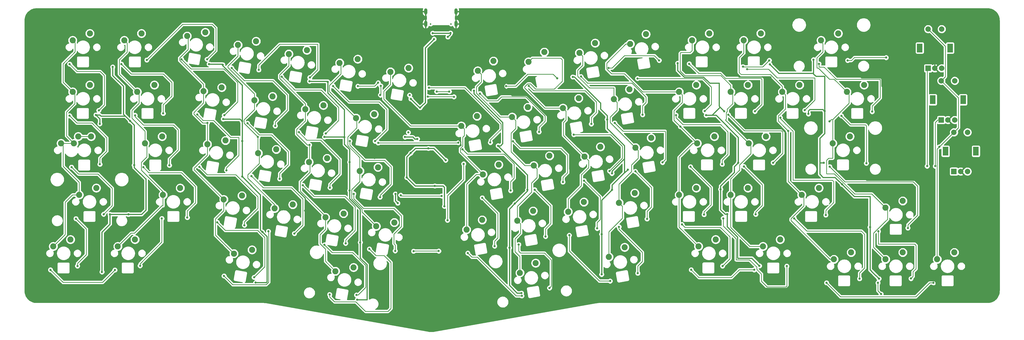
<source format=gtl>
G04 #@! TF.GenerationSoftware,KiCad,Pcbnew,(5.99.0-1131-g93b7eacfb)*
G04 #@! TF.CreationDate,2020-05-05T10:31:03+09:00*
G04 #@! TF.ProjectId,unnamed,756e6e61-6d65-4642-9e6b-696361645f70,rev?*
G04 #@! TF.SameCoordinates,Original*
G04 #@! TF.FileFunction,Copper,L1,Top*
G04 #@! TF.FilePolarity,Positive*
%FSLAX46Y46*%
G04 Gerber Fmt 4.6, Leading zero omitted, Abs format (unit mm)*
G04 Created by KiCad (PCBNEW (5.99.0-1131-g93b7eacfb)) date 2020-05-05 10:31:03*
%MOMM*%
%LPD*%
G01*
G04 APERTURE LIST*
G04 #@! TA.AperFunction,ComponentPad*
%ADD10C,2.250000*%
G04 #@! TD*
G04 #@! TA.AperFunction,ComponentPad*
%ADD11R,2.000000X2.000000*%
G04 #@! TD*
G04 #@! TA.AperFunction,ComponentPad*
%ADD12C,2.000000*%
G04 #@! TD*
G04 #@! TA.AperFunction,WasherPad*
%ADD13R,2.000000X3.200000*%
G04 #@! TD*
G04 #@! TA.AperFunction,ComponentPad*
%ADD14O,1.200000X2.300000*%
G04 #@! TD*
G04 #@! TA.AperFunction,WasherPad*
%ADD15C,0.600000*%
G04 #@! TD*
G04 #@! TA.AperFunction,ViaPad*
%ADD16C,0.800000*%
G04 #@! TD*
G04 #@! TA.AperFunction,Conductor*
%ADD17C,0.381000*%
G04 #@! TD*
G04 #@! TA.AperFunction,Conductor*
%ADD18C,0.250000*%
G04 #@! TD*
G04 #@! TA.AperFunction,Conductor*
%ADD19C,0.254000*%
G04 #@! TD*
G04 APERTURE END LIST*
D10*
X422996250Y-153229746D03*
X416646250Y-155769746D03*
X427282500Y-191329746D03*
X420932500Y-193869746D03*
D11*
X465695750Y-204259750D03*
D12*
X468195750Y-204259750D03*
X470695750Y-204259750D03*
D13*
X462595750Y-196759750D03*
X473795750Y-196759750D03*
D12*
X465695750Y-189759750D03*
X470695750Y-189759750D03*
D11*
X460996750Y-185209750D03*
D12*
X463496750Y-185209750D03*
X465996750Y-185209750D03*
D13*
X457896750Y-177709750D03*
X469096750Y-177709750D03*
D12*
X460996750Y-170709750D03*
X465996750Y-170709750D03*
D11*
X456170750Y-166096250D03*
D12*
X458670750Y-166096250D03*
X461170750Y-166096250D03*
D13*
X453070750Y-158596250D03*
X464270750Y-158596250D03*
D12*
X456170750Y-151596250D03*
X461170750Y-151596250D03*
D14*
X270749000Y-149691800D03*
X281899000Y-149691800D03*
X270749000Y-145091800D03*
X281899000Y-145091800D03*
D15*
X272574000Y-149771800D03*
X280074000Y-149771800D03*
D10*
X142471250Y-191326250D03*
X136121250Y-193866250D03*
X344157604Y-232277455D03*
X338345141Y-235881533D03*
X311312532Y-238132950D03*
X305500069Y-241737028D03*
X347880400Y-212243868D03*
X342067937Y-215847946D03*
X329119813Y-215551866D03*
X323307350Y-219155944D03*
X310359225Y-218859864D03*
X304546762Y-222463942D03*
X291598637Y-222167861D03*
X285786174Y-225771939D03*
X353952696Y-191829282D03*
X348140233Y-195433360D03*
X335192109Y-195137279D03*
X329379646Y-198741357D03*
X316419279Y-198456110D03*
X310606816Y-202060188D03*
X297670933Y-201753275D03*
X291858470Y-205357353D03*
X345954552Y-173895693D03*
X340142089Y-177499771D03*
X327193964Y-177203691D03*
X321381501Y-180807769D03*
X308433376Y-180511689D03*
X302620913Y-184115767D03*
X289672788Y-183819687D03*
X283860325Y-187423765D03*
X352026848Y-153481107D03*
X346214385Y-157085185D03*
X333266260Y-156789104D03*
X327453797Y-160393182D03*
X314505672Y-160097102D03*
X308693209Y-163701180D03*
X295745085Y-163405100D03*
X289932622Y-167009178D03*
X244111219Y-239743588D03*
X237416624Y-241142334D03*
X206626984Y-233227340D03*
X199932389Y-234626086D03*
X259177098Y-223119247D03*
X252482503Y-224517993D03*
X240416510Y-219811249D03*
X233721915Y-221209995D03*
X221655923Y-216503251D03*
X214961328Y-217901997D03*
X202895335Y-213195253D03*
X196200740Y-214593999D03*
X253104802Y-202704660D03*
X246410207Y-204103406D03*
X234344214Y-199396662D03*
X227649619Y-200795408D03*
X215583627Y-196088665D03*
X208889032Y-197487411D03*
X196823039Y-192780667D03*
X190128444Y-194179413D03*
X251722653Y-183117073D03*
X245028058Y-184515819D03*
X232962065Y-179809075D03*
X226267470Y-181207821D03*
X214201478Y-176501077D03*
X207506883Y-177899823D03*
X195440890Y-173193080D03*
X188746295Y-174591826D03*
X264410945Y-166010484D03*
X257716350Y-167409230D03*
X245650357Y-162702486D03*
X238955762Y-164101232D03*
X226889769Y-159394489D03*
X220195174Y-160793235D03*
X208129182Y-156086491D03*
X201434587Y-157485237D03*
X189368594Y-152778493D03*
X182673999Y-154177239D03*
X465858750Y-234192246D03*
X459508750Y-236732246D03*
X446808750Y-234192246D03*
X440458750Y-236732246D03*
X427758750Y-234192246D03*
X421408750Y-236732246D03*
X401565000Y-229429746D03*
X395215000Y-231969746D03*
X377752500Y-229429746D03*
X371402500Y-231969746D03*
X163440000Y-229429746D03*
X157090000Y-231969746D03*
X139627500Y-229429746D03*
X133277500Y-231969746D03*
X446808750Y-215142246D03*
X440458750Y-217682246D03*
X415852500Y-210379746D03*
X409502500Y-212919746D03*
X389658750Y-210379746D03*
X383308750Y-212919746D03*
X370608750Y-210379746D03*
X364258750Y-212919746D03*
X180108750Y-210379746D03*
X173758750Y-212919746D03*
X149152500Y-210379746D03*
X142802500Y-212919746D03*
X396326250Y-191329746D03*
X389976250Y-193869746D03*
X377276250Y-191329746D03*
X370926250Y-193869746D03*
X173441250Y-191329746D03*
X167091250Y-193869746D03*
X147247500Y-191329746D03*
X140897500Y-193869746D03*
X432521250Y-172279746D03*
X426171250Y-174819746D03*
X408708750Y-172279746D03*
X402358750Y-174819746D03*
X389658750Y-172279746D03*
X383308750Y-174819746D03*
X370608750Y-172279746D03*
X364258750Y-174819746D03*
X170583750Y-172279746D03*
X164233750Y-174819746D03*
X146771250Y-172279746D03*
X140421250Y-174819746D03*
X394421250Y-153229746D03*
X388071250Y-155769746D03*
X375371250Y-153229746D03*
X369021250Y-155769746D03*
X165821250Y-153229746D03*
X159471250Y-155769746D03*
X146771250Y-153229746D03*
X140421250Y-155769746D03*
D16*
X193040000Y-190703200D03*
X182118000Y-191058800D03*
X192278000Y-171704000D03*
X183134000Y-170840400D03*
X235267500Y-249745500D03*
X249936000Y-232918000D03*
X233997500Y-247459500D03*
X245173500Y-249936000D03*
X233362500Y-231394000D03*
X246570500Y-230505000D03*
X245427500Y-251714000D03*
X234569000Y-171132500D03*
X236537500Y-172656500D03*
X252857000Y-174688500D03*
X246951500Y-174498000D03*
X254127000Y-172593000D03*
X253936500Y-176022000D03*
X264795000Y-176022000D03*
X265239500Y-177419000D03*
X294576500Y-193548000D03*
X290766500Y-175450500D03*
X288544000Y-174371000D03*
X297434000Y-194754500D03*
X312547000Y-189611000D03*
X283591000Y-194500500D03*
X282265550Y-200524950D03*
X284289500Y-196024500D03*
X302069500Y-211328000D03*
X303593500Y-216154000D03*
X308292500Y-211010500D03*
X321373500Y-208153000D03*
X302958500Y-193103500D03*
X314960000Y-228282500D03*
X310959500Y-211010500D03*
X276225000Y-214484010D03*
X263017000Y-214693500D03*
X285623000Y-232981500D03*
X275463000Y-231838500D03*
X296164000Y-231838500D03*
X291592000Y-213995000D03*
X286258000Y-234442000D03*
X301625000Y-232473500D03*
X306056529Y-249224029D03*
X305054000Y-231267000D03*
X316420500Y-247332500D03*
X306197000Y-250253500D03*
X317563500Y-248920000D03*
X315445455Y-229892545D03*
X300913029Y-174447971D03*
X308737000Y-172593000D03*
X331851000Y-186690000D03*
X338802980Y-244774720D03*
X348899260Y-169864820D03*
X356900480Y-163182300D03*
X338251800Y-166019480D03*
X373697500Y-181919880D03*
X360659680Y-181935120D03*
X364721140Y-187670440D03*
X363110780Y-183415940D03*
X380164340Y-201582020D03*
X359783380Y-202255120D03*
X360420920Y-220154500D03*
X366572800Y-240370360D03*
X368470180Y-202524360D03*
X380291340Y-239212120D03*
X365320580Y-223857820D03*
X373471440Y-220190060D03*
X402915120Y-222567500D03*
X392536680Y-220093540D03*
X384837940Y-167264080D03*
X387812280Y-165519100D03*
X397537940Y-163164520D03*
X440684920Y-162143440D03*
X426458380Y-163179760D03*
X274789900Y-174716440D03*
X279425400Y-174716440D03*
X281156935Y-176628315D03*
X263083620Y-191519120D03*
X264312400Y-189824360D03*
X267647420Y-192227200D03*
X397771620Y-164675820D03*
X392239500Y-182039260D03*
X363700060Y-164261800D03*
X389392160Y-166415720D03*
X384837940Y-162994340D03*
X367967260Y-164437060D03*
X401614640Y-184340500D03*
X404520400Y-189285880D03*
X400977100Y-182392320D03*
X393357100Y-183456580D03*
X382445260Y-183306720D03*
X398947640Y-201018140D03*
X374235980Y-183476900D03*
X380928038Y-181980140D03*
X386053900Y-201053000D03*
X283626560Y-157617160D03*
X388195820Y-202445620D03*
X410634180Y-181594760D03*
X426587920Y-164551360D03*
X411980380Y-182961280D03*
X419803580Y-185732420D03*
X415874200Y-164457380D03*
X460319560Y-195135940D03*
X433364640Y-201208640D03*
X278770080Y-222288100D03*
X284746700Y-201447400D03*
X435516020Y-182112920D03*
X379577600Y-210835240D03*
X382010920Y-220037660D03*
X405447500Y-240665000D03*
X455361040Y-211584540D03*
X455361040Y-228348540D03*
X431673000Y-202501500D03*
X419862000Y-202501500D03*
X417639500Y-201041000D03*
X448691000Y-225171000D03*
X418401500Y-220345000D03*
X406717500Y-221615000D03*
X434721000Y-224853500D03*
X430847500Y-243903500D03*
X438017078Y-243897720D03*
X449834000Y-243840000D03*
X470976960Y-228348540D03*
X467857840Y-245427500D03*
X437652160Y-245432580D03*
X438792620Y-249560080D03*
X437807100Y-226392740D03*
X418671440Y-245420580D03*
X458149960Y-245412260D03*
X413870140Y-162925760D03*
X458783750Y-202270745D03*
X455800000Y-202270745D03*
X278900000Y-154500000D03*
X273299248Y-153106248D03*
X279862252Y-153044748D03*
X268674246Y-180625754D03*
X273800000Y-155300000D03*
X274093200Y-209593200D03*
X271707436Y-195723764D03*
X278088600Y-200088600D03*
X263738600Y-206488600D03*
X265193200Y-197443200D03*
X273700000Y-157600000D03*
X275865920Y-226900740D03*
X271400000Y-191200000D03*
X276593590Y-213306410D03*
X282800000Y-193600000D03*
X253200000Y-193700000D03*
X271500000Y-176600000D03*
X277634700Y-217139520D03*
X424425110Y-209033110D03*
X450435980Y-245910100D03*
X417984940Y-181945280D03*
X424172380Y-183662320D03*
X454301860Y-187934600D03*
X403997160Y-239262920D03*
X380535180Y-221589600D03*
X368714020Y-240616740D03*
X400204940Y-202443080D03*
X391988040Y-240616740D03*
X393898820Y-239145380D03*
X342074500Y-224726500D03*
X348996000Y-241871500D03*
X323723000Y-227838000D03*
X335661000Y-242316000D03*
X348107000Y-204216000D03*
X352425000Y-221805500D03*
X345313000Y-203581000D03*
X340487000Y-186309000D03*
X358140000Y-200914000D03*
X337693000Y-185039000D03*
X339471000Y-211074000D03*
X339471000Y-211074000D03*
X335661000Y-227457000D03*
X329184000Y-207645000D03*
X334010000Y-225298000D03*
X339471000Y-204978000D03*
X338582000Y-204089000D03*
X325374000Y-190627000D03*
X328041000Y-169164000D03*
X350774000Y-183261000D03*
X324993000Y-169291000D03*
X320802000Y-227584000D03*
X321368105Y-209481105D03*
X327167240Y-206613760D03*
X354838000Y-177546000D03*
X320421000Y-187833000D03*
X313055000Y-190881000D03*
X300355000Y-172720000D03*
X319278000Y-169799000D03*
X271970500Y-173291500D03*
X262001000Y-192722500D03*
X275526500Y-233680000D03*
X266255500Y-233743500D03*
X226187000Y-230314500D03*
X265500000Y-224606000D03*
X260858000Y-234823000D03*
X244157500Y-212534500D03*
X259461000Y-233616500D03*
X242633500Y-211328000D03*
X260731000Y-208661000D03*
X262064500Y-197929500D03*
X263207500Y-194881500D03*
X227838000Y-194437000D03*
X208788000Y-191516000D03*
X190119000Y-186309000D03*
X150431500Y-186626500D03*
X241173000Y-230822500D03*
X225361500Y-209359500D03*
X221742000Y-208915000D03*
X261493000Y-213042500D03*
X260413500Y-215963500D03*
X259540501Y-212557942D03*
X253873000Y-213741000D03*
X242697000Y-192976500D03*
X240728500Y-191579500D03*
X235394500Y-210248500D03*
X223901000Y-189738000D03*
X221742000Y-189611000D03*
X217424000Y-192087500D03*
X233362500Y-191516000D03*
X217551000Y-169227500D03*
X233807000Y-190182500D03*
X252031500Y-193040000D03*
X245681500Y-172720000D03*
X253174500Y-171450000D03*
X227838000Y-170878500D03*
X215455500Y-169164000D03*
X209105500Y-166687500D03*
X227965000Y-169481500D03*
X207962500Y-245364000D03*
X206438500Y-205930500D03*
X222250000Y-227203000D03*
X207391000Y-243395500D03*
X193802000Y-223075500D03*
X196278500Y-242887500D03*
X212661500Y-226377500D03*
X191579500Y-222948500D03*
X194691000Y-241998500D03*
X202996800Y-206146400D03*
X202996800Y-192989200D03*
X216814400Y-206959200D03*
X204978000Y-186436000D03*
X202983000Y-185674000D03*
X215188800Y-187401200D03*
X199085200Y-165963600D03*
X195834000Y-164795200D03*
X190754000Y-164541200D03*
X173329600Y-221640400D03*
X165303200Y-239115600D03*
X187198000Y-202539600D03*
X203809600Y-224129600D03*
X182321200Y-203911200D03*
X197205600Y-203809600D03*
X186385200Y-183184800D03*
X183134000Y-182880000D03*
X195986400Y-184861200D03*
X196392800Y-183438800D03*
X180594000Y-162763200D03*
X167792400Y-163017200D03*
X190042800Y-162763200D03*
X176834800Y-162102800D03*
X142189200Y-239217200D03*
X141630400Y-221691200D03*
X151231600Y-241401600D03*
X156006800Y-240690400D03*
X132232400Y-240639600D03*
X154178000Y-220116400D03*
X160985200Y-220116400D03*
X151841200Y-220065600D03*
X140004800Y-202641200D03*
X129272600Y-239153000D03*
X129286000Y-220065600D03*
X129590800Y-162966400D03*
X129286000Y-182067200D03*
X129286000Y-201117200D03*
X166522400Y-202692000D03*
X182727600Y-221284800D03*
X163118800Y-201930000D03*
X176123600Y-201980800D03*
X163474400Y-183489600D03*
X148996400Y-183337200D03*
X158394400Y-164541200D03*
X173837600Y-182778400D03*
X139293600Y-164541200D03*
X150063200Y-181660800D03*
X150469600Y-201574400D03*
X139293600Y-183642000D03*
X155194000Y-165608000D03*
X251663200Y-194462400D03*
X251866400Y-199237600D03*
X242633500Y-200774300D03*
X161620200Y-185547000D03*
X210445350Y-226637850D03*
X221742000Y-179438300D03*
X228193600Y-176085500D03*
X191579500Y-214960200D03*
X196938900Y-208546700D03*
X226187000Y-218760040D03*
X234990640Y-215605360D03*
X221742000Y-200934320D03*
X230637080Y-197871080D03*
X315976000Y-184277000D03*
X318338200Y-179395120D03*
X323692520Y-177718720D03*
X359783380Y-187764420D03*
X372595140Y-190312040D03*
X398114520Y-172346620D03*
X404677880Y-171356020D03*
X281909520Y-184091580D03*
X278216360Y-189115700D03*
X288508440Y-223232980D03*
X284416500Y-220240860D03*
X319278000Y-218813380D03*
X331812900Y-214284560D03*
X344411300Y-212412580D03*
X400204940Y-216687400D03*
X391774680Y-212544660D03*
X360420920Y-210334860D03*
X367205260Y-210375500D03*
X381068580Y-213029800D03*
X374091200Y-212557360D03*
D17*
X182118000Y-183896000D02*
X182118000Y-191058800D01*
X182118000Y-191058800D02*
X182118000Y-194373500D01*
X183134000Y-182880000D02*
X183134000Y-170840400D01*
X183134000Y-170840400D02*
X183134000Y-170180000D01*
D18*
X257873500Y-237871000D02*
X255333500Y-235331000D01*
X257873500Y-254889000D02*
X257873500Y-237871000D01*
X256794000Y-255968500D02*
X257873500Y-254889000D01*
X252349000Y-235331000D02*
X249936000Y-232918000D01*
X255333500Y-235331000D02*
X252349000Y-235331000D01*
X235267500Y-250634500D02*
X237072001Y-252439001D01*
X235267500Y-249745500D02*
X235267500Y-250634500D01*
X237072001Y-252439001D02*
X244946001Y-252439001D01*
X248475500Y-255968500D02*
X256794000Y-255968500D01*
X244946001Y-252439001D02*
X248475500Y-255968500D01*
X245745000Y-249936000D02*
X248531490Y-247149510D01*
X248531490Y-247149510D02*
X248531490Y-239006490D01*
X243776500Y-234251500D02*
X236220000Y-234251500D01*
X248531490Y-239006490D02*
X243776500Y-234251500D01*
X236220000Y-234251500D02*
X233362500Y-231394000D01*
X245173500Y-249936000D02*
X245745000Y-249936000D01*
D17*
X249047000Y-238760000D02*
X246570500Y-236283500D01*
X246570500Y-236283500D02*
X246570500Y-230505000D01*
X245427500Y-251714000D02*
X249110500Y-251714000D01*
X249047000Y-251650500D02*
X249047000Y-238760000D01*
X249110500Y-251714000D02*
X249047000Y-251650500D01*
X250698000Y-176847500D02*
X250380500Y-177165000D01*
X250380500Y-177165000D02*
X249618500Y-177165000D01*
X249618500Y-177165000D02*
X246951500Y-174498000D01*
X252857000Y-174688500D02*
X250698000Y-176847500D01*
D18*
X254127000Y-172593000D02*
X254127000Y-175831500D01*
X254127000Y-175831500D02*
X253936500Y-176022000D01*
D17*
X265239500Y-177419000D02*
X268446254Y-180625754D01*
X268446254Y-180625754D02*
X268674246Y-180625754D01*
D18*
X265147765Y-187423765D02*
X255270000Y-177546000D01*
X255270000Y-177546000D02*
X255270000Y-174561500D01*
X274446951Y-187423765D02*
X265147765Y-187423765D01*
X255270000Y-174561500D02*
X257716350Y-172115150D01*
X257716350Y-172115150D02*
X257716350Y-167409230D01*
X283564499Y-195676499D02*
X284422998Y-194818000D01*
X291858470Y-205357353D02*
X285559500Y-199058383D01*
X285559500Y-199058383D02*
X283564499Y-197063382D01*
X283564499Y-197063382D02*
X283564499Y-195676499D01*
X284422998Y-194818000D02*
X284422998Y-191573002D01*
X284985324Y-191010676D02*
X284985324Y-188548764D01*
X284422998Y-191573002D02*
X284985324Y-191010676D01*
X294576500Y-193548000D02*
X294576500Y-192595500D01*
X285178500Y-173291500D02*
X271907000Y-173291500D01*
X298513500Y-186626500D02*
X285178500Y-173291500D01*
X298513500Y-188658500D02*
X298513500Y-186626500D01*
X294576500Y-192595500D02*
X298513500Y-188658500D01*
X298696490Y-176664510D02*
X297434000Y-177927000D01*
X293465250Y-178149250D02*
X296830750Y-178149250D01*
X296830750Y-178149250D02*
X297211750Y-178149250D01*
X297211750Y-178149250D02*
X297434000Y-177927000D01*
X290766500Y-175450500D02*
X293465250Y-178149250D01*
X289433000Y-175323500D02*
X289433000Y-172974000D01*
X298225267Y-184115767D02*
X289433000Y-175323500D01*
X302620913Y-184115767D02*
X298225267Y-184115767D01*
X289433000Y-172974000D02*
X291211000Y-171196000D01*
X291211000Y-171196000D02*
X291211000Y-168287556D01*
X291211000Y-168287556D02*
X289932622Y-167009178D01*
D17*
X299148500Y-193929000D02*
X299148500Y-186118500D01*
X297434000Y-194754500D02*
X298323000Y-194754500D01*
X288544000Y-175514000D02*
X288544000Y-174371000D01*
X298323000Y-194754500D02*
X299148500Y-193929000D01*
X299148500Y-186118500D02*
X288544000Y-175514000D01*
D18*
X302233499Y-196950499D02*
X302233499Y-190018501D01*
X302233499Y-190018501D02*
X303911000Y-188341000D01*
X303911000Y-188341000D02*
X303911000Y-185405854D01*
X303911000Y-185405854D02*
X302620913Y-184115767D01*
D17*
X308229000Y-205549500D02*
X297434000Y-194754500D01*
X308292500Y-205549500D02*
X308229000Y-205549500D01*
D18*
X299720000Y-197802500D02*
X286067500Y-197802500D01*
X302069500Y-209423000D02*
X302069500Y-208026000D01*
X302069500Y-208026000D02*
X303339500Y-206756000D01*
X303339500Y-206756000D02*
X303339500Y-201422000D01*
X303339500Y-201422000D02*
X299720000Y-197802500D01*
X307761470Y-176664510D02*
X298696490Y-176664510D01*
X314769500Y-183672540D02*
X307761470Y-176664510D01*
X314769500Y-185674000D02*
X314769500Y-183672540D01*
X312547000Y-187896500D02*
X314769500Y-185674000D01*
X312547000Y-189611000D02*
X312547000Y-187896500D01*
D17*
X308292500Y-211010500D02*
X308292500Y-205549500D01*
X308292500Y-205549500D02*
X306451000Y-203708000D01*
X282265550Y-200524950D02*
X282265550Y-195762450D01*
X282265550Y-195762450D02*
X283527500Y-194500500D01*
X283527500Y-194500500D02*
X283591000Y-194500500D01*
D18*
X285786174Y-211565953D02*
X285813500Y-211538627D01*
X285813500Y-208915000D02*
X289371147Y-205357353D01*
X285813500Y-211538627D02*
X285813500Y-208915000D01*
X285786174Y-225771939D02*
X285786174Y-211565953D01*
X289371147Y-205357353D02*
X291858470Y-205357353D01*
X286067500Y-197802500D02*
X284289500Y-196024500D01*
X302069500Y-211328000D02*
X302069500Y-209423000D01*
D17*
X303593500Y-216154000D02*
X308292500Y-211455000D01*
X308292500Y-211455000D02*
X308292500Y-211010500D01*
D18*
X310606816Y-202060188D02*
X307343188Y-202060188D01*
X307343188Y-202060188D02*
X302233499Y-196950499D01*
X304546762Y-217169238D02*
X309816500Y-211899500D01*
X304546762Y-222463942D02*
X304546762Y-217169238D01*
X309816500Y-211899500D02*
X309816500Y-208470500D01*
X309816500Y-208470500D02*
X311785000Y-206502000D01*
X311785000Y-206502000D02*
X311785000Y-203238372D01*
X311785000Y-203238372D02*
X310606816Y-202060188D01*
X320611500Y-195707000D02*
X305562000Y-195707000D01*
X321373500Y-208153000D02*
X321373500Y-206438500D01*
X323088000Y-204724000D02*
X323088000Y-198183500D01*
X305562000Y-195707000D02*
X302958500Y-193103500D01*
X323088000Y-198183500D02*
X320611500Y-195707000D01*
X321373500Y-206438500D02*
X323088000Y-204724000D01*
X314960000Y-228282500D02*
X314960000Y-225488500D01*
X316928500Y-216979500D02*
X310959500Y-211010500D01*
X316928500Y-223520000D02*
X316928500Y-216979500D01*
X314960000Y-225488500D02*
X316928500Y-223520000D01*
D17*
X276015510Y-214693500D02*
X276225000Y-214484010D01*
X263017000Y-214693500D02*
X276015510Y-214693500D01*
X263017000Y-218217000D02*
X265500000Y-220700000D01*
X263017000Y-214693500D02*
X263017000Y-218217000D01*
X265500000Y-220700000D02*
X265500000Y-224606000D01*
X272732500Y-231838500D02*
X275463000Y-231838500D01*
X265500000Y-224606000D02*
X272732500Y-231838500D01*
X284480000Y-231838500D02*
X285623000Y-232981500D01*
D18*
X297370500Y-228790500D02*
X297370500Y-219773500D01*
X297370500Y-219773500D02*
X291592000Y-213995000D01*
X296164000Y-229997000D02*
X297370500Y-228790500D01*
X296164000Y-231838500D02*
X296164000Y-229997000D01*
X306197000Y-250253500D02*
X304101500Y-250253500D01*
X304101500Y-250253500D02*
X289814000Y-235966000D01*
X287782000Y-235966000D02*
X286258000Y-234442000D01*
X289814000Y-235966000D02*
X287782000Y-235966000D01*
X303657000Y-233870500D02*
X303657000Y-229171500D01*
X305500069Y-235713569D02*
X303657000Y-233870500D01*
X303657000Y-229171500D02*
X305689000Y-227139500D01*
X305500069Y-241737028D02*
X305500069Y-235713569D01*
X305689000Y-227139500D02*
X305689000Y-223606180D01*
X305689000Y-223606180D02*
X304546762Y-222463942D01*
D17*
X306056529Y-249224029D02*
X304469029Y-249224029D01*
X304469029Y-249224029D02*
X301625000Y-246380000D01*
X301625000Y-246380000D02*
X301625000Y-232473500D01*
D18*
X317047990Y-246705010D02*
X317047990Y-236910990D01*
X317047990Y-236910990D02*
X314579000Y-234442000D01*
X316420500Y-247332500D02*
X317047990Y-246705010D01*
X314579000Y-234442000D02*
X305752500Y-234442000D01*
X305752500Y-234442000D02*
X305054000Y-233743500D01*
X305054000Y-233743500D02*
X305054000Y-231267000D01*
D17*
X317563500Y-248920000D02*
X317563500Y-236347000D01*
X317563500Y-236347000D02*
X315445455Y-234228955D01*
X315445455Y-234228955D02*
X315445455Y-229892545D01*
D18*
X318198500Y-173799500D02*
X321119500Y-170878500D01*
X311277000Y-173799500D02*
X316350502Y-173799500D01*
X321119500Y-166113141D02*
X321119500Y-162941000D01*
X307276500Y-172980498D02*
X308388999Y-171867999D01*
X308388999Y-171867999D02*
X309345499Y-171867999D01*
X307276500Y-173355000D02*
X307276500Y-172980498D01*
X321381501Y-180807769D02*
X314729269Y-180807769D01*
X310024889Y-162369500D02*
X308693209Y-163701180D01*
X321119500Y-162941000D02*
X320548000Y-162369500D01*
X309345499Y-171867999D02*
X311277000Y-173799500D01*
X316350502Y-173799500D02*
X318198500Y-173799500D01*
X314729269Y-180807769D02*
X307276500Y-173355000D01*
X321119500Y-170878500D02*
X321119500Y-166113141D01*
X320548000Y-162369500D02*
X310024889Y-162369500D01*
D17*
X300913029Y-174447971D02*
X299564499Y-173099441D01*
X302614058Y-176149000D02*
X300913029Y-174447971D01*
X307975000Y-176149000D02*
X302614058Y-176149000D01*
X303784000Y-168021000D02*
X303784000Y-161798000D01*
X299603160Y-157617160D02*
X283626560Y-157617160D01*
X299564499Y-172240501D02*
X303784000Y-168021000D01*
X315976000Y-184277000D02*
X315976000Y-184150000D01*
X299564499Y-173099441D02*
X299564499Y-172240501D01*
X315976000Y-184150000D02*
X307975000Y-176149000D01*
X303784000Y-161798000D02*
X299603160Y-157617160D01*
D18*
X331851000Y-184277000D02*
X333756000Y-182372000D01*
X333756000Y-178562000D02*
X329565000Y-174371000D01*
X333756000Y-182372000D02*
X333756000Y-178562000D01*
X329565000Y-174371000D02*
X310515000Y-174371000D01*
X310515000Y-174371000D02*
X308737000Y-172593000D01*
X331851000Y-186690000D02*
X331851000Y-184277000D01*
X350778246Y-174819746D02*
X344103960Y-168145460D01*
X344623395Y-157085185D02*
X346214385Y-157085185D01*
X351100826Y-174819746D02*
X350778246Y-174819746D01*
X339304778Y-168145460D02*
X337526799Y-166367481D01*
X344103960Y-168145460D02*
X339304778Y-168145460D01*
X337526799Y-166367481D02*
X337526799Y-164181781D01*
X337526799Y-164181781D02*
X344623395Y-157085185D01*
X348899260Y-169864820D02*
X348581760Y-169864820D01*
X373016560Y-169864820D02*
X348899260Y-169864820D01*
X362357956Y-174819746D02*
X351100826Y-174819746D01*
X355119940Y-161401760D02*
X344081100Y-161401760D01*
X344081100Y-161401760D02*
X339463380Y-166019480D01*
X339463380Y-166019480D02*
X338251800Y-166019480D01*
X356900480Y-163182300D02*
X355119940Y-161401760D01*
X376171460Y-173019720D02*
X373016560Y-169864820D01*
X376171460Y-179445920D02*
X376171460Y-173019720D01*
X373697500Y-181919880D02*
X376171460Y-179445920D01*
D17*
X359783380Y-182811420D02*
X360659680Y-181935120D01*
D18*
X364721140Y-187670440D02*
X362385779Y-185335079D01*
X362385779Y-181773661D02*
X365383749Y-178775691D01*
X365383749Y-178775691D02*
X365383749Y-175944745D01*
X362385779Y-185335079D02*
X362385779Y-181773661D01*
X369801251Y-192744747D02*
X369795447Y-192744747D01*
X369795447Y-192744747D02*
X364721140Y-187670440D01*
X379608080Y-186949080D02*
X367924080Y-186949080D01*
X363110780Y-183415940D02*
X363110780Y-184388760D01*
X367924080Y-186949080D02*
X367619280Y-186949080D01*
X365671100Y-186949080D02*
X367924080Y-186949080D01*
X363110780Y-184388760D02*
X365671100Y-186949080D01*
X382277620Y-189618620D02*
X379608080Y-186949080D01*
X380164340Y-200052940D02*
X382277620Y-197939660D01*
X380164340Y-201582020D02*
X380164340Y-200052940D01*
X382277620Y-197939660D02*
X382277620Y-189618620D01*
D17*
X360420920Y-202892660D02*
X359783380Y-202255120D01*
X373618650Y-247416210D02*
X403984631Y-247416210D01*
X366572800Y-240370360D02*
X373618650Y-247416210D01*
X403984631Y-247416210D02*
X405447500Y-245953341D01*
X405447500Y-245953341D02*
X405447500Y-240665000D01*
D18*
X373471440Y-220190060D02*
X373471440Y-219196920D01*
X373471440Y-219196920D02*
X376077480Y-216590880D01*
X376077480Y-210131660D02*
X368470180Y-202524360D01*
X376077480Y-216590880D02*
X376077480Y-210131660D01*
X366389920Y-224927160D02*
X365320580Y-223857820D01*
X383001520Y-228419660D02*
X379509020Y-224927160D01*
X379509020Y-224927160D02*
X366389920Y-224927160D01*
X380291340Y-239212120D02*
X383001520Y-236501940D01*
X383001520Y-236501940D02*
X383001520Y-228419660D01*
D17*
X386053900Y-201053000D02*
X386053900Y-191619440D01*
X386053900Y-191619440D02*
X377911360Y-183476900D01*
X377911360Y-183476900D02*
X374235980Y-183476900D01*
D18*
X383308750Y-210548330D02*
X383308750Y-206977090D01*
X386544820Y-203741020D02*
X386544820Y-201846180D01*
X386544820Y-201846180D02*
X389354060Y-199036940D01*
X383308750Y-206977090D02*
X386544820Y-203741020D01*
X392536680Y-220093540D02*
X392536680Y-219242640D01*
X394959840Y-209209640D02*
X388195820Y-202445620D01*
X392536680Y-219242640D02*
X394959840Y-216819480D01*
X394959840Y-216819480D02*
X394959840Y-209209640D01*
D17*
X402078190Y-221758510D02*
X401871180Y-221551500D01*
X400204940Y-219885260D02*
X402078190Y-221758510D01*
X407032460Y-226712780D02*
X402078190Y-221758510D01*
X400204940Y-210449160D02*
X400204940Y-202443080D01*
D18*
X383308750Y-221654486D02*
X383308750Y-221460170D01*
X395215000Y-231969746D02*
X390318426Y-231969746D01*
X390318426Y-231969746D02*
X383308750Y-224960070D01*
X383308750Y-221460170D02*
X383308750Y-220063496D01*
X383308750Y-224960070D02*
X383308750Y-221460170D01*
D17*
X382010920Y-221495620D02*
X382010920Y-224693480D01*
X382010920Y-224693480D02*
X385815840Y-228498400D01*
X385815840Y-228498400D02*
X385815840Y-236209840D01*
D18*
X385300220Y-236928660D02*
X385300220Y-229181660D01*
X385300220Y-229181660D02*
X380535180Y-224416620D01*
X380535180Y-224416620D02*
X380535180Y-221589600D01*
D17*
X384837940Y-167264080D02*
X384837940Y-162994340D01*
X384837940Y-167723820D02*
X384837940Y-167264080D01*
D18*
X397537940Y-163164520D02*
X396443200Y-164259260D01*
X387860870Y-165567690D02*
X387812280Y-165519100D01*
X395134770Y-165567690D02*
X387860870Y-165567690D01*
X396443200Y-164259260D02*
X395134770Y-165567690D01*
X427857920Y-163179760D02*
X428894240Y-162143440D01*
X428894240Y-162143440D02*
X440684920Y-162143440D01*
X426458380Y-163179760D02*
X427857920Y-163179760D01*
X274789900Y-174716440D02*
X279425400Y-174716440D01*
X271500000Y-176600000D02*
X281128620Y-176600000D01*
X281128620Y-176600000D02*
X281156935Y-176628315D01*
D17*
X266006580Y-191500760D02*
X263101980Y-191500760D01*
X263101980Y-191500760D02*
X263083620Y-191519120D01*
X266733020Y-192227200D02*
X266006580Y-191500760D01*
X267647420Y-192227200D02*
X266733020Y-192227200D01*
X413870140Y-167944800D02*
X413870140Y-162925760D01*
X401040600Y-167944800D02*
X413870140Y-167944800D01*
X413870140Y-168168320D02*
X413870140Y-167944800D01*
X397771620Y-164675820D02*
X401040600Y-167944800D01*
D18*
X381323880Y-169781110D02*
X379525670Y-167982900D01*
X394423790Y-169781110D02*
X381323880Y-169781110D01*
X394797280Y-179481480D02*
X394797280Y-170154600D01*
X392239500Y-182039260D02*
X394797280Y-179481480D01*
X394797280Y-170154600D02*
X394423790Y-169781110D01*
X379525670Y-167982900D02*
X371513100Y-167982900D01*
X371513100Y-167982900D02*
X367967260Y-164437060D01*
D17*
X379044058Y-171576858D02*
X375538858Y-171576858D01*
X373311310Y-169349310D02*
X366156069Y-169349310D01*
X375538858Y-171576858D02*
X373311310Y-169349310D01*
X363700060Y-166893301D02*
X363700060Y-164261800D01*
X366156069Y-169349310D02*
X363700060Y-166893301D01*
D18*
X397281400Y-166415720D02*
X400484340Y-169618660D01*
X400484340Y-169618660D02*
X414345120Y-169618660D01*
X389392160Y-166415720D02*
X397281400Y-166415720D01*
X397944401Y-168366440D02*
X387162040Y-168366440D01*
X402358750Y-172780789D02*
X397944401Y-168366440D01*
X387162040Y-168366440D02*
X386448300Y-167652700D01*
X402358750Y-174819746D02*
X402358750Y-172780789D01*
X386448300Y-167652700D02*
X386448300Y-162155196D01*
X386448300Y-162155196D02*
X388071250Y-160532246D01*
D17*
X386379720Y-169265600D02*
X384837940Y-167723820D01*
X398114520Y-169265600D02*
X386379720Y-169265600D01*
X379044058Y-173510082D02*
X379044058Y-171576858D01*
D18*
X369021250Y-155769746D02*
X369021250Y-159557610D01*
X364936930Y-160256330D02*
X368295030Y-160256330D01*
X368295030Y-160256330D02*
X368322530Y-160256330D01*
X368322530Y-160256330D02*
X369021250Y-159557610D01*
X366369600Y-168833800D02*
X364672880Y-167137080D01*
X379740160Y-168833800D02*
X366369600Y-168833800D01*
X383308750Y-172402390D02*
X379740160Y-168833800D01*
X383308750Y-174819746D02*
X383308750Y-172402390D01*
X364672880Y-167137080D02*
X364672880Y-160520380D01*
X364672880Y-160520380D02*
X364936930Y-160256330D01*
X402770340Y-187535820D02*
X402770340Y-187469780D01*
X403483749Y-181130271D02*
X403483749Y-177739371D01*
X400889639Y-185589079D02*
X400889639Y-183724381D01*
X402770340Y-187469780D02*
X400889639Y-185589079D01*
X400889639Y-183724381D02*
X403483749Y-181130271D01*
X401614640Y-184693560D02*
X401614640Y-184340500D01*
X403265640Y-186344560D02*
X401614640Y-184693560D01*
X403265640Y-186380120D02*
X403265640Y-186344560D01*
X404520400Y-189285880D02*
X402770340Y-187535820D01*
X404497540Y-189256522D02*
X404497540Y-189263020D01*
X404497540Y-189263020D02*
X404520400Y-189285880D01*
D17*
X399224500Y-182392320D02*
X398114520Y-183502300D01*
X400977100Y-182392320D02*
X399224500Y-182392320D01*
X398114520Y-183502300D02*
X398114520Y-188214000D01*
X403578060Y-198305420D02*
X403578060Y-189984319D01*
X403578060Y-189984319D02*
X401807741Y-188214000D01*
X398114520Y-188214000D02*
X393357100Y-183456580D01*
X400204940Y-202443080D02*
X400204940Y-201678540D01*
X400204940Y-201678540D02*
X403578060Y-198305420D01*
X401807741Y-188214000D02*
X398114520Y-188214000D01*
D18*
X389976250Y-193869746D02*
X381312420Y-185205916D01*
X381653039Y-184865297D02*
X381653039Y-182463181D01*
X382010920Y-182105300D02*
X382010920Y-181193440D01*
X381312420Y-185205916D02*
X381653039Y-184865297D01*
X381653039Y-182463181D02*
X382010920Y-182105300D01*
X382445260Y-183306720D02*
X388378700Y-189240160D01*
X388378700Y-189240160D02*
X402104860Y-189240160D01*
X402485860Y-189621160D02*
X402104860Y-189240160D01*
X398947640Y-201018140D02*
X402485860Y-197479920D01*
X402485860Y-197479920D02*
X402485860Y-189621160D01*
D17*
X379408619Y-180460721D02*
X379044058Y-180096160D01*
X380928038Y-181980140D02*
X379408619Y-180460721D01*
X374235980Y-183476900D02*
X376392440Y-183476900D01*
X376392440Y-183476900D02*
X379408619Y-180460721D01*
X379044058Y-180096160D02*
X379044058Y-173510082D01*
D18*
X382010920Y-181193440D02*
X383997200Y-179207160D01*
X383997200Y-175508196D02*
X383308750Y-174819746D01*
X383997200Y-179207160D02*
X383997200Y-175508196D01*
D17*
X384627120Y-202479780D02*
X386053900Y-201053000D01*
X384627120Y-204569060D02*
X384627120Y-202479780D01*
X273700000Y-157600000D02*
X273700000Y-161533600D01*
X273700000Y-161533600D02*
X274149820Y-161983420D01*
X274149820Y-161983420D02*
X279260300Y-161983420D01*
X279260300Y-161983420D02*
X283626560Y-157617160D01*
D18*
X403483749Y-177739371D02*
X403483749Y-175944745D01*
X409502500Y-212919746D02*
X404497540Y-207914786D01*
X404497540Y-207914786D02*
X404497540Y-189256522D01*
X406273000Y-207518000D02*
X406273000Y-189387480D01*
X406273000Y-189387480D02*
X403265640Y-186380120D01*
X383308750Y-212919746D02*
X383308750Y-210548330D01*
X389354060Y-199036940D02*
X390753600Y-197637400D01*
X390753600Y-197637400D02*
X390753600Y-194647096D01*
X390753600Y-194647096D02*
X389976250Y-193869746D01*
X419803580Y-170129139D02*
X421480643Y-170129139D01*
X421480643Y-170129139D02*
X426171250Y-174819746D01*
X420932500Y-185088640D02*
X420447360Y-185088640D01*
X420447360Y-185088640D02*
X419803580Y-185732420D01*
X414345120Y-177883820D02*
X414345120Y-169618660D01*
X410634180Y-181594760D02*
X414345120Y-177883820D01*
D17*
X431650250Y-169613690D02*
X438663251Y-169613690D01*
X438663251Y-169613690D02*
X439051700Y-170002139D01*
X426587920Y-164551360D02*
X431650250Y-169613690D01*
X439051700Y-172684440D02*
X454301860Y-187934600D01*
X439051700Y-170002139D02*
X439051700Y-172684440D01*
D18*
X419987730Y-167892730D02*
X417718240Y-165623240D01*
X422224200Y-170129200D02*
X419987730Y-167892730D01*
X420044880Y-167949880D02*
X419987730Y-167892730D01*
X438449720Y-170129200D02*
X422224200Y-170129200D01*
D17*
X411980380Y-182961280D02*
X411980380Y-181795420D01*
X417339780Y-181300120D02*
X417984940Y-181945280D01*
X411980380Y-181795420D02*
X412475680Y-181300120D01*
X412475680Y-181300120D02*
X417339780Y-181300120D01*
D18*
X415652180Y-165977739D02*
X419803580Y-170129139D01*
X415149199Y-162180101D02*
X415149199Y-165977739D01*
X415942780Y-161386520D02*
X415149199Y-162180101D01*
X415149199Y-165977739D02*
X415652180Y-165977739D01*
X416079940Y-165623240D02*
X415874200Y-165417500D01*
X415874200Y-165417500D02*
X415874200Y-164457380D01*
X417718240Y-165623240D02*
X416079940Y-165623240D01*
X465695750Y-189759750D02*
X460319560Y-195135940D01*
X460319560Y-195135940D02*
X459508750Y-195946750D01*
D17*
X454301860Y-187934600D02*
X454301860Y-162877500D01*
X454301860Y-162877500D02*
X454672700Y-162506660D01*
X458670750Y-164682037D02*
X458670750Y-166096250D01*
X454672700Y-162506660D02*
X456495373Y-162506660D01*
X456495373Y-162506660D02*
X458670750Y-164682037D01*
D18*
X425691300Y-180329840D02*
X426999400Y-179021740D01*
X425554140Y-180467000D02*
X425691300Y-180329840D01*
X420932500Y-185088640D02*
X425691300Y-180329840D01*
X420932500Y-190394700D02*
X420932500Y-185088640D01*
X433364640Y-189400180D02*
X433364640Y-187352940D01*
X427494700Y-186984640D02*
X424172380Y-183662320D01*
X433364640Y-187352940D02*
X432996340Y-186984640D01*
X432996340Y-186984640D02*
X427494700Y-186984640D01*
X433364640Y-201208640D02*
X433364640Y-189400180D01*
X284746700Y-207200500D02*
X278770080Y-213177120D01*
X278770080Y-213177120D02*
X278770080Y-222288100D01*
X284746700Y-201447400D02*
X284746700Y-207200500D01*
D17*
X417984940Y-169039540D02*
X414741360Y-169039540D01*
X414741360Y-169039540D02*
X413870140Y-168168320D01*
D18*
X438449720Y-177116740D02*
X438449720Y-170129200D01*
X435516020Y-180050440D02*
X438449720Y-177116740D01*
X435516020Y-182112920D02*
X435516020Y-180050440D01*
D17*
X379577600Y-209618580D02*
X384627120Y-204569060D01*
X379577600Y-210835240D02*
X379577600Y-209618580D01*
X381233680Y-220037660D02*
X379577600Y-218381580D01*
X382010920Y-220037660D02*
X381233680Y-220037660D01*
X379577600Y-218381580D02*
X379577600Y-210835240D01*
X382010920Y-221495620D02*
X382010920Y-220037660D01*
D18*
X395215000Y-231969746D02*
X393624010Y-231969746D01*
X421408750Y-236732246D02*
X419929746Y-236732246D01*
X405574500Y-221684998D02*
X410273500Y-216985998D01*
X410273500Y-216985998D02*
X410273500Y-213690746D01*
X405574500Y-222377000D02*
X405574500Y-221684998D01*
X419929746Y-236732246D02*
X405574500Y-222377000D01*
X410273500Y-213690746D02*
X409820705Y-213237951D01*
D17*
X431673000Y-202501500D02*
X431673000Y-205740000D01*
X433451000Y-207518000D02*
X451294500Y-207518000D01*
X431673000Y-205740000D02*
X433451000Y-207518000D01*
X451294500Y-207518000D02*
X455361040Y-211584540D01*
X455361040Y-211584540D02*
X455361040Y-228348540D01*
D18*
X419862000Y-202501500D02*
X425450000Y-208089500D01*
X425450000Y-208089500D02*
X450659500Y-208089500D01*
X450659500Y-208089500D02*
X452247000Y-209677000D01*
X421576500Y-205105000D02*
X418655500Y-205105000D01*
X418655500Y-205105000D02*
X418655500Y-200088500D01*
X418655500Y-200088500D02*
X419408500Y-199335500D01*
X419408500Y-199335500D02*
X420932500Y-199335500D01*
X429069500Y-212598000D02*
X435374504Y-212598000D01*
X421576500Y-205105000D02*
X429069500Y-212598000D01*
X435374504Y-212598000D02*
X440458750Y-217682246D01*
D17*
X416179000Y-201041000D02*
X416179000Y-197167500D01*
X417639500Y-201041000D02*
X416179000Y-201041000D01*
X416179000Y-205232000D02*
X416179000Y-201041000D01*
X434721000Y-213487000D02*
X428879000Y-213487000D01*
X417385500Y-206438500D02*
X416179000Y-205232000D01*
X421830500Y-206438500D02*
X417385500Y-206438500D01*
D18*
X420932500Y-198155996D02*
X420932500Y-199335500D01*
X448691000Y-223964500D02*
X452247000Y-220408500D01*
X448691000Y-225171000D02*
X448691000Y-223964500D01*
X452247000Y-220408500D02*
X452247000Y-209677000D01*
X418401500Y-218630500D02*
X421322500Y-215709500D01*
X420878000Y-207518000D02*
X406273000Y-207518000D01*
X421322500Y-207962500D02*
X420878000Y-207518000D01*
X418401500Y-220345000D02*
X418401500Y-218630500D01*
X421322500Y-215709500D02*
X421322500Y-207962500D01*
D17*
X434721000Y-224853500D02*
X434721000Y-213487000D01*
D18*
X431546000Y-226314000D02*
X411416500Y-226314000D01*
X432752500Y-228473000D02*
X432752500Y-227520500D01*
X432752500Y-227520500D02*
X431546000Y-226314000D01*
X411416500Y-226314000D02*
X406717500Y-221615000D01*
D17*
X435800500Y-241681142D02*
X434721000Y-240601642D01*
X434721000Y-240601642D02*
X434721000Y-224853500D01*
D18*
X440458750Y-222668088D02*
X440462412Y-222668088D01*
X441198000Y-218421496D02*
X440458750Y-217682246D01*
X440462412Y-222668088D02*
X441198000Y-221932500D01*
X441198000Y-221932500D02*
X441198000Y-218421496D01*
X436054500Y-232327996D02*
X436054500Y-227072338D01*
X436054500Y-227072338D02*
X440458750Y-222668088D01*
X440458750Y-236732246D02*
X436054500Y-232327996D01*
X430847500Y-243903500D02*
X430847500Y-241808000D01*
X430847500Y-241808000D02*
X432752500Y-239903000D01*
X432752500Y-239903000D02*
X432752500Y-228473000D01*
D17*
X438017078Y-243897720D02*
X435800500Y-241681142D01*
D18*
X450608700Y-243065300D02*
X449834000Y-243840000D01*
X450608700Y-241302540D02*
X450608700Y-243065300D01*
D17*
X467857840Y-243329460D02*
X470976960Y-240210340D01*
X470976960Y-240210340D02*
X470976960Y-228348540D01*
X467857840Y-245427500D02*
X467857840Y-243329460D01*
D18*
X437652160Y-248419620D02*
X438792620Y-249560080D01*
X437652160Y-245432580D02*
X437652160Y-248419620D01*
X437807100Y-231056180D02*
X437807100Y-226392740D01*
X450608700Y-241302540D02*
X451685660Y-240225580D01*
X451175120Y-231086660D02*
X437837580Y-231086660D01*
X437837580Y-231086660D02*
X437807100Y-231056180D01*
X451685660Y-240225580D02*
X451685660Y-231597200D01*
X451685660Y-231597200D02*
X451175120Y-231086660D01*
X451606920Y-250606560D02*
X424629580Y-250606560D01*
X423256710Y-250005850D02*
X422615360Y-249364500D01*
X424629580Y-250606560D02*
X423857420Y-250606560D01*
X423857420Y-250606560D02*
X423256710Y-250005850D01*
X418671440Y-245420580D02*
X422615360Y-249364500D01*
X456801220Y-245412260D02*
X451606920Y-250606560D01*
X458149960Y-245412260D02*
X456801220Y-245412260D01*
X417273740Y-156977080D02*
X417273740Y-160055560D01*
X416646250Y-156349590D02*
X417273740Y-156977080D01*
X417273740Y-160055560D02*
X415942780Y-161386520D01*
X416646250Y-155769746D02*
X416646250Y-156349590D01*
X458783750Y-202270745D02*
X458783750Y-186172750D01*
X458783750Y-186172750D02*
X459746750Y-185209750D01*
X459746750Y-185209750D02*
X460996750Y-185209750D01*
X455800000Y-202270745D02*
X455800000Y-166467000D01*
X455800000Y-166467000D02*
X456170750Y-166096250D01*
X467321751Y-184178249D02*
X467321751Y-188133749D01*
X467321751Y-177034751D02*
X467321751Y-184178249D01*
X456170750Y-151596250D02*
X462495751Y-157921251D01*
X462495751Y-157921251D02*
X462495751Y-169210749D01*
X462495751Y-169210749D02*
X461996749Y-169709751D01*
X461996749Y-169709751D02*
X460996750Y-170709750D01*
X460996750Y-170709750D02*
X467321751Y-177034751D01*
X467321751Y-188133749D02*
X466695749Y-188759751D01*
X466695749Y-188759751D02*
X465695750Y-189759750D01*
X459508750Y-195946750D02*
X459508750Y-236732246D01*
D17*
X279862252Y-153537748D02*
X278900000Y-154500000D01*
X279862252Y-153044748D02*
X279862252Y-153537748D01*
X273299248Y-153106248D02*
X279800752Y-153106248D01*
X279800752Y-153106248D02*
X279862252Y-153044748D01*
X269400000Y-179900000D02*
X268674246Y-180625754D01*
X265193200Y-197443200D02*
X266912636Y-195723764D01*
X266912636Y-195723764D02*
X271707436Y-195723764D01*
X263750000Y-205911515D02*
X263750000Y-198886400D01*
X263750000Y-198886400D02*
X265193200Y-197443200D01*
X263738600Y-206488600D02*
X263738600Y-205922915D01*
X263738600Y-205922915D02*
X263750000Y-205911515D01*
X274093200Y-209593200D02*
X266843200Y-209593200D01*
X266843200Y-209593200D02*
X263738600Y-206488600D01*
X278088600Y-200088600D02*
X273723764Y-195723764D01*
X273723764Y-195723764D02*
X271707436Y-195723764D01*
X270749000Y-145091800D02*
X270749000Y-146622800D01*
X270749000Y-146622800D02*
X270749000Y-149691800D01*
X281899000Y-149691800D02*
X281899000Y-145091800D01*
D18*
X233721915Y-237447625D02*
X237416624Y-241142334D01*
X142471250Y-191326250D02*
X147244004Y-191326250D01*
X147244004Y-191326250D02*
X147247500Y-191329746D01*
X264293590Y-213306410D02*
X276593590Y-213306410D01*
X282700000Y-193700000D02*
X282800000Y-193600000D01*
X253200000Y-193700000D02*
X282700000Y-193700000D01*
X420932500Y-193869746D02*
X420932500Y-198155996D01*
X402358750Y-174819746D02*
X403483749Y-175944745D01*
X388071250Y-155769746D02*
X388071250Y-160532246D01*
X383308750Y-212919746D02*
X383308750Y-220063496D01*
X364258750Y-212919746D02*
X364258750Y-224825996D01*
X364258750Y-224825996D02*
X371402500Y-231969746D01*
X370926250Y-193869746D02*
X369335260Y-193869746D01*
X369335260Y-193869746D02*
X364258750Y-198946256D01*
X364258750Y-198946256D02*
X364258750Y-211328756D01*
X364258750Y-211328756D02*
X364258750Y-212919746D01*
X364258750Y-174819746D02*
X365383749Y-175944745D01*
X369801251Y-192744747D02*
X370926250Y-193869746D01*
X362357956Y-174819746D02*
X362667760Y-174819746D01*
X362667760Y-174819746D02*
X364258750Y-174819746D01*
X322506500Y-181932768D02*
X321381501Y-180807769D01*
X311000000Y-202453372D02*
X310606816Y-202060188D01*
X303500000Y-184994854D02*
X302620913Y-184115767D01*
X274446951Y-187423765D02*
X282269335Y-187423765D01*
X282269335Y-187423765D02*
X283860325Y-187423765D01*
X284985324Y-188548764D02*
X283860325Y-187423765D01*
X196200740Y-230894437D02*
X199932389Y-234626086D01*
X173758750Y-212919746D02*
X173758750Y-216891986D01*
X136121250Y-193866250D02*
X140894004Y-193866250D01*
X140894004Y-193866250D02*
X140897500Y-193869746D01*
X140421250Y-193393496D02*
X140897500Y-193869746D01*
D17*
X274093200Y-209593200D02*
X277091160Y-209593200D01*
X277091160Y-209593200D02*
X277614380Y-210116420D01*
X277614380Y-217119200D02*
X277634700Y-217139520D01*
X277614380Y-210116420D02*
X277614380Y-217119200D01*
X424425110Y-209033110D02*
X421830500Y-206438500D01*
X428879000Y-213487000D02*
X424425110Y-209033110D01*
X459325980Y-249725180D02*
X463560160Y-249725180D01*
X451724321Y-244621759D02*
X458529401Y-244621759D01*
X458529401Y-244621759D02*
X459064360Y-245156718D01*
X459064360Y-249463560D02*
X459325980Y-249725180D01*
X450435980Y-245910100D02*
X451724321Y-244621759D01*
X463560160Y-249725180D02*
X467857840Y-245427500D01*
X459064360Y-245156718D02*
X459064360Y-249463560D01*
X416179000Y-192008760D02*
X417984940Y-190202820D01*
X416179000Y-197167500D02*
X416179000Y-192008760D01*
X417984940Y-190202820D02*
X417984940Y-181945280D01*
X417984940Y-181945280D02*
X417984940Y-169039540D01*
D18*
X426999400Y-175647896D02*
X426171250Y-174819746D01*
X420932500Y-193869746D02*
X420932500Y-190394700D01*
X426999400Y-179021740D02*
X426999400Y-175647896D01*
D17*
X455361040Y-211584540D02*
X455361040Y-206126080D01*
X455361040Y-206126080D02*
X454301860Y-205066900D01*
X454301860Y-205066900D02*
X454301860Y-187934600D01*
X405447500Y-240665000D02*
X405447500Y-236153960D01*
X407032460Y-234569000D02*
X407032460Y-226712780D01*
X405447500Y-236153960D02*
X407032460Y-234569000D01*
D18*
X403997160Y-246674640D02*
X403771100Y-246900700D01*
X403997160Y-239262920D02*
X403997160Y-246674640D01*
X371543580Y-243446300D02*
X368714020Y-240616740D01*
X383570480Y-243446300D02*
X371543580Y-243446300D01*
X403771100Y-246900700D02*
X396702280Y-246900700D01*
X396702280Y-246900700D02*
X394644880Y-244843300D01*
X391988040Y-240616740D02*
X386400040Y-240616740D01*
X386344160Y-240672620D02*
X386213350Y-240803430D01*
X386400040Y-240616740D02*
X386213350Y-240803430D01*
X386213350Y-240803430D02*
X383570480Y-243446300D01*
X390222740Y-236928660D02*
X385300220Y-236928660D01*
X392902440Y-239608360D02*
X390222740Y-236928660D01*
X392902440Y-240458138D02*
X392902440Y-239608360D01*
X394644880Y-242200578D02*
X392902440Y-240458138D01*
X394644880Y-244822980D02*
X394644880Y-242200578D01*
X394644880Y-244843300D02*
X394644880Y-244822980D01*
D17*
X391072500Y-236319060D02*
X385925060Y-236319060D01*
X393898820Y-239145380D02*
X391072500Y-236319060D01*
X385925060Y-236319060D02*
X385815840Y-236209840D01*
D18*
X348996000Y-241871500D02*
X348996000Y-239204500D01*
X350647000Y-237553500D02*
X350647000Y-234124500D01*
X348996000Y-239204500D02*
X350647000Y-237553500D01*
X342074500Y-225552000D02*
X342074500Y-224726500D01*
X350647000Y-234124500D02*
X342074500Y-225552000D01*
X323723000Y-233680000D02*
X323723000Y-227838000D01*
X338802980Y-244774720D02*
X334817720Y-244774720D01*
X334817720Y-244774720D02*
X323723000Y-233680000D01*
X343344500Y-217124509D02*
X342067937Y-215847946D01*
X343344500Y-221551500D02*
X343344500Y-217124509D01*
X338345141Y-235881533D02*
X338345141Y-228011359D01*
X338345141Y-226550859D02*
X343344500Y-221551500D01*
X338345141Y-228011359D02*
X338345141Y-226550859D01*
X352425000Y-221805500D02*
X352425000Y-219011500D01*
X354076000Y-210185000D02*
X348107000Y-204216000D01*
X354076000Y-217360500D02*
X354076000Y-210185000D01*
X352425000Y-219011500D02*
X354076000Y-217360500D01*
X342067937Y-215847946D02*
X342067937Y-211334563D01*
X349186500Y-196479627D02*
X348140233Y-195433360D01*
X349186500Y-199326500D02*
X349186500Y-196479627D01*
X342067937Y-211334563D02*
X342067937Y-208921563D01*
X346710000Y-201803000D02*
X349186500Y-199326500D01*
X346710000Y-204279500D02*
X346710000Y-201803000D01*
X342067937Y-208921563D02*
X346710000Y-204279500D01*
X358140000Y-200914000D02*
X359267870Y-199786130D01*
X359267870Y-199786130D02*
X359267870Y-189595870D01*
X343535000Y-189357000D02*
X340487000Y-186309000D01*
X359029000Y-189357000D02*
X343535000Y-189357000D01*
X359267870Y-189595870D02*
X359029000Y-189357000D01*
X341376000Y-181546500D02*
X341376000Y-178733682D01*
X341376000Y-178733682D02*
X340142089Y-177499771D01*
X338836000Y-184086500D02*
X341376000Y-181546500D01*
X338836000Y-186129127D02*
X338836000Y-184086500D01*
X340476373Y-187769500D02*
X338836000Y-186129127D01*
X348140233Y-195433360D02*
X340476373Y-187769500D01*
D17*
X337693000Y-185039000D02*
X337693000Y-183578500D01*
X337693000Y-183578500D02*
X335280000Y-181165500D01*
X337693000Y-188341000D02*
X337693000Y-185039000D01*
X344043000Y-194691000D02*
X337693000Y-188341000D01*
X339471000Y-211074000D02*
X339471000Y-209296000D01*
X339471000Y-209296000D02*
X344043000Y-204724000D01*
X335661000Y-242316000D02*
X335661000Y-227457000D01*
X335661000Y-227457000D02*
X335661000Y-218567000D01*
X335661000Y-214884000D02*
X339471000Y-211074000D01*
X335661000Y-218567000D02*
X335661000Y-214884000D01*
D18*
X334010000Y-225298000D02*
X334010000Y-223131490D01*
X335145490Y-221996000D02*
X335145490Y-213606490D01*
X335145490Y-213606490D02*
X329184000Y-207645000D01*
X334010000Y-223131490D02*
X335145490Y-221996000D01*
D17*
X339471000Y-204978000D02*
X339471000Y-204089000D01*
X344043000Y-199517000D02*
X344043000Y-194691000D01*
X339471000Y-204089000D02*
X344043000Y-199517000D01*
X344043000Y-204724000D02*
X344043000Y-199517000D01*
D18*
X343281000Y-199390000D02*
X343281000Y-194945000D01*
X343281000Y-194945000D02*
X338963000Y-190627000D01*
X338963000Y-190627000D02*
X325374000Y-190627000D01*
X338582000Y-204089000D02*
X343281000Y-199390000D01*
X346837000Y-171577000D02*
X330454000Y-171577000D01*
X352044000Y-178689000D02*
X352044000Y-176784000D01*
X350774000Y-179959000D02*
X352044000Y-178689000D01*
X352044000Y-176784000D02*
X346837000Y-171577000D01*
X330454000Y-171577000D02*
X328041000Y-169164000D01*
X350774000Y-183261000D02*
X350774000Y-179959000D01*
X328676000Y-161615385D02*
X327453797Y-160393182D01*
X328676000Y-164973000D02*
X328676000Y-161615385D01*
X340142089Y-177499771D02*
X340142089Y-173391089D01*
X340142089Y-173391089D02*
X331195087Y-173391089D01*
X326840998Y-166808002D02*
X328676000Y-164973000D01*
X326840998Y-169037000D02*
X326840998Y-166808002D01*
X331195087Y-173391089D02*
X326840998Y-169037000D01*
D17*
X325628000Y-169291000D02*
X324993000Y-169291000D01*
X335280000Y-178943000D02*
X325628000Y-169291000D01*
X335280000Y-181165500D02*
X335280000Y-178943000D01*
X320802000Y-227584000D02*
X320802000Y-224155000D01*
X320802000Y-224155000D02*
X319278000Y-222631000D01*
X319278000Y-217678000D02*
X319278000Y-211571210D01*
X319278000Y-211571210D02*
X321368105Y-209481105D01*
X323850000Y-203296520D02*
X323850000Y-197739000D01*
X327167240Y-206613760D02*
X323850000Y-203296520D01*
X323850000Y-197739000D02*
X320675000Y-194564000D01*
X359227120Y-181935120D02*
X354838000Y-177546000D01*
X360659680Y-181935120D02*
X359227120Y-181935120D01*
D18*
X330835000Y-202819000D02*
X330835000Y-200196711D01*
X330835000Y-200196711D02*
X329379646Y-198741357D01*
X323307350Y-219155944D02*
X323307350Y-214410650D01*
X328168000Y-205486000D02*
X330835000Y-202819000D01*
X328168000Y-209550000D02*
X328168000Y-205486000D01*
X323307350Y-214410650D02*
X328168000Y-209550000D01*
D17*
X320675000Y-194564000D02*
X320675000Y-193040000D01*
X320421000Y-187833000D02*
X319532000Y-187833000D01*
X319532000Y-187833000D02*
X315976000Y-184277000D01*
X315976000Y-188341000D02*
X315976000Y-184277000D01*
X313055000Y-190881000D02*
X318516000Y-190881000D01*
X320675000Y-193040000D02*
X318897000Y-191262000D01*
X318516000Y-190881000D02*
X318897000Y-191262000D01*
X318897000Y-191262000D02*
X315976000Y-188341000D01*
D18*
X321564000Y-186182000D02*
X322506500Y-185239500D01*
X322506500Y-185239500D02*
X322506500Y-181932768D01*
X321564000Y-190925711D02*
X321564000Y-186182000D01*
X329379646Y-198741357D02*
X321564000Y-190925711D01*
X319278000Y-169799000D02*
X317754000Y-168275000D01*
X303911000Y-172720000D02*
X300355000Y-172720000D01*
X308356000Y-168275000D02*
X303911000Y-172720000D01*
X317754000Y-168275000D02*
X308356000Y-168275000D01*
D17*
X270573500Y-158526500D02*
X271255500Y-157844500D01*
X270573500Y-178752500D02*
X270573500Y-158526500D01*
X269400000Y-179900000D02*
X269426000Y-179900000D01*
X269426000Y-179900000D02*
X270573500Y-178752500D01*
X273800000Y-155300000D02*
X271255500Y-157844500D01*
D18*
X271907000Y-173291500D02*
X271970500Y-173291500D01*
D17*
X233997500Y-247459500D02*
X233362500Y-247459500D01*
X233362500Y-247459500D02*
X226187000Y-240284000D01*
D18*
X266319000Y-233680000D02*
X266255500Y-233743500D01*
X275526500Y-233680000D02*
X266319000Y-233680000D01*
D17*
X226187000Y-230314500D02*
X226187000Y-229044500D01*
X226187000Y-240284000D02*
X226187000Y-230314500D01*
X226187000Y-214122000D02*
X221742000Y-209677000D01*
D18*
X233721915Y-225637085D02*
X233721915Y-221209995D01*
X231711500Y-227647500D02*
X233721915Y-225637085D01*
X233721915Y-237447625D02*
X233721915Y-232959915D01*
X231711500Y-230949500D02*
X231711500Y-227647500D01*
X233721915Y-232959915D02*
X231711500Y-230949500D01*
D17*
X260858000Y-231267000D02*
X260858000Y-234823000D01*
X265500000Y-224606000D02*
X265500000Y-226625000D01*
X265500000Y-226625000D02*
X260858000Y-231267000D01*
D18*
X261810500Y-220726000D02*
X258953000Y-217868500D01*
X261810500Y-224599500D02*
X261810500Y-220726000D01*
X259016500Y-227393500D02*
X261810500Y-224599500D01*
X259461000Y-231457500D02*
X259016500Y-231013000D01*
X259461000Y-233616500D02*
X259461000Y-231457500D01*
X259016500Y-231013000D02*
X259016500Y-227393500D01*
D17*
X246570500Y-218249500D02*
X242633500Y-214312500D01*
X242633500Y-214312500D02*
X242633500Y-211328000D01*
X246570500Y-230505000D02*
X246570500Y-218249500D01*
X261723558Y-214693500D02*
X263017000Y-214693500D01*
X260331001Y-213300943D02*
X261723558Y-214693500D01*
X260331001Y-209060999D02*
X260331001Y-213300943D01*
X260731000Y-208661000D02*
X260331001Y-209060999D01*
D18*
X252482503Y-224517993D02*
X247205500Y-219240990D01*
X246410207Y-207995793D02*
X246410207Y-204103406D01*
X247205500Y-219240990D02*
X247205499Y-218155459D01*
X243432499Y-210973501D02*
X246410207Y-207995793D01*
X247205499Y-218155459D02*
X243432499Y-214382459D01*
X243432499Y-214382459D02*
X243432499Y-210973501D01*
X247713500Y-217868500D02*
X258953000Y-217868500D01*
X244157500Y-214312500D02*
X247713500Y-217868500D01*
X244157500Y-212534500D02*
X244157500Y-214312500D01*
D17*
X262064500Y-201676000D02*
X259524500Y-204216000D01*
X259524500Y-207454500D02*
X260731000Y-208661000D01*
X259524500Y-204216000D02*
X259524500Y-207454500D01*
X262064500Y-197929500D02*
X262064500Y-201676000D01*
X263207500Y-196786500D02*
X262064500Y-197929500D01*
X263207500Y-194881500D02*
X263207500Y-196786500D01*
D18*
X227838000Y-194437000D02*
X227838000Y-200607027D01*
X227838000Y-200607027D02*
X227649619Y-200795408D01*
X208788000Y-191516000D02*
X208788000Y-197386379D01*
X208788000Y-197386379D02*
X208889032Y-197487411D01*
X190128444Y-186318444D02*
X190119000Y-186309000D01*
X190128444Y-194179413D02*
X190128444Y-186318444D01*
X227965000Y-201110789D02*
X227649619Y-200795408D01*
X233721915Y-220831415D02*
X224409000Y-211518500D01*
X227965000Y-204533500D02*
X227965000Y-201110789D01*
X224409000Y-208089500D02*
X227965000Y-204533500D01*
X224409000Y-211518500D02*
X224409000Y-208089500D01*
X233721915Y-221209995D02*
X233721915Y-220831415D01*
X244665500Y-217233500D02*
X240919000Y-213487000D01*
X244665500Y-226060000D02*
X244665500Y-217233500D01*
X229489000Y-213487000D02*
X225361500Y-209359500D01*
X241173000Y-229552500D02*
X244665500Y-226060000D01*
X240919000Y-213487000D02*
X229489000Y-213487000D01*
X241173000Y-230822500D02*
X241173000Y-229552500D01*
D17*
X221742000Y-209677000D02*
X221742000Y-208915000D01*
D18*
X264293590Y-213306410D02*
X261756910Y-213306410D01*
X261756910Y-213306410D02*
X261493000Y-213042500D01*
D17*
X260413500Y-215963500D02*
X259540501Y-215090501D01*
X259540501Y-215090501D02*
X259540501Y-212557942D01*
D18*
X253873000Y-213741000D02*
X253873000Y-213042500D01*
X248285000Y-200088500D02*
X242697000Y-194500500D01*
X257937000Y-202501500D02*
X255524000Y-200088500D01*
X242697000Y-194500500D02*
X242697000Y-192976500D01*
X253873000Y-213042500D02*
X257937000Y-208978500D01*
X255524000Y-200088500D02*
X248285000Y-200088500D01*
X257937000Y-208978500D02*
X257937000Y-202501500D01*
X245300500Y-184788261D02*
X245028058Y-184515819D01*
X245300500Y-188087000D02*
X245300500Y-184788261D01*
X241935000Y-194627500D02*
X241935000Y-191452500D01*
X241935000Y-191452500D02*
X245300500Y-188087000D01*
X246410207Y-204103406D02*
X246410207Y-199102707D01*
X246410207Y-199102707D02*
X241935000Y-194627500D01*
D17*
X240728500Y-194183000D02*
X240728500Y-191579500D01*
X242633500Y-196088000D02*
X240728500Y-194183000D01*
D18*
X226822000Y-192659000D02*
X223901000Y-189738000D01*
X239077500Y-205232000D02*
X239077500Y-201983946D01*
X231965500Y-192659000D02*
X226822000Y-192659000D01*
X235394500Y-208915000D02*
X239077500Y-205232000D01*
X235394500Y-210248500D02*
X235394500Y-208915000D01*
X239077500Y-199771000D02*
X231965500Y-192659000D01*
X239077500Y-201983946D02*
X239077500Y-199771000D01*
X226267470Y-185530030D02*
X226267470Y-181207821D01*
X223075500Y-188722000D02*
X226267470Y-185530030D01*
X227076000Y-194437000D02*
X223075500Y-190436500D01*
X227838000Y-194437000D02*
X227076000Y-194437000D01*
X223075500Y-190436500D02*
X223075500Y-188722000D01*
D17*
X217424000Y-192087500D02*
X219265500Y-192087500D01*
X219265500Y-192087500D02*
X221742000Y-189611000D01*
X240665000Y-191516000D02*
X240728500Y-191579500D01*
X233362500Y-191516000D02*
X240665000Y-191516000D01*
D18*
X233807000Y-190182500D02*
X238569500Y-185420000D01*
X238569500Y-185420000D02*
X238569500Y-180530500D01*
X232156000Y-174117000D02*
X222440500Y-174117000D01*
X238569500Y-180530500D02*
X232156000Y-174117000D01*
X222440500Y-174117000D02*
X217551000Y-169227500D01*
X242379500Y-178498500D02*
X236537500Y-172656500D01*
X253555500Y-178498500D02*
X242379500Y-178498500D01*
X256349500Y-181292500D02*
X253555500Y-178498500D01*
X256349500Y-188722000D02*
X256349500Y-181292500D01*
X252031500Y-193040000D02*
X256349500Y-188722000D01*
X245028058Y-184515819D02*
X235204000Y-174691761D01*
X235204000Y-172402500D02*
X239395000Y-168211500D01*
X239395000Y-164540470D02*
X238955762Y-164101232D01*
X239395000Y-168211500D02*
X239395000Y-164540470D01*
X235204000Y-174691761D02*
X235204000Y-172402500D01*
X245681500Y-172720000D02*
X251904500Y-172720000D01*
X251904500Y-172720000D02*
X253174500Y-171450000D01*
D17*
X234315000Y-170878500D02*
X234569000Y-171132500D01*
X227838000Y-170878500D02*
X234315000Y-170878500D01*
D18*
X216825999Y-168555501D02*
X220195174Y-165186326D01*
X226267470Y-179213970D02*
X216825999Y-169772499D01*
X216825999Y-169772499D02*
X216825999Y-168555501D01*
X220195174Y-165186326D02*
X220195174Y-160793235D01*
X226267470Y-181207821D02*
X226267470Y-179213970D01*
D17*
X215455500Y-170434000D02*
X215455500Y-169164000D01*
X221742000Y-176720500D02*
X215455500Y-170434000D01*
D18*
X227965000Y-169481500D02*
X230886000Y-166560500D01*
X230886000Y-166560500D02*
X230886000Y-157226000D01*
X230886000Y-157226000D02*
X216789000Y-157226000D01*
X216789000Y-157226000D02*
X209105500Y-164909500D01*
X209105500Y-164909500D02*
X209105500Y-166687500D01*
D17*
X211836000Y-245364000D02*
X212153500Y-245046500D01*
X209740500Y-225933000D02*
X209740500Y-213995000D01*
X207962500Y-245364000D02*
X211836000Y-245364000D01*
X212153500Y-245046500D02*
X212153500Y-228346000D01*
D18*
X222250000Y-227203000D02*
X225361500Y-224091500D01*
X225361500Y-214439500D02*
X221234000Y-210312000D01*
X221234000Y-210312000D02*
X210820000Y-210312000D01*
X225361500Y-224091500D02*
X225361500Y-214439500D01*
X210820000Y-210312000D02*
X206438500Y-205930500D01*
X207391000Y-243395500D02*
X211328000Y-239458500D01*
X211328000Y-239458500D02*
X211328000Y-228663500D01*
X211328000Y-228663500D02*
X208724500Y-226060000D01*
X196786500Y-226060000D02*
X193802000Y-223075500D01*
X208724500Y-226060000D02*
X196786500Y-226060000D01*
X196278500Y-242887500D02*
X199480001Y-246089001D01*
X199480001Y-246089001D02*
X211840039Y-246089001D01*
X212788500Y-245140540D02*
X212788500Y-226504500D01*
X211840039Y-246089001D02*
X212788500Y-245140540D01*
X212788500Y-226504500D02*
X212661500Y-226377500D01*
X196200740Y-218708260D02*
X196200740Y-214593999D01*
X193076999Y-227770696D02*
X193076999Y-221832001D01*
X193076999Y-221832001D02*
X196200740Y-218708260D01*
X196200740Y-230894437D02*
X193076999Y-227770696D01*
D17*
X191579500Y-238887000D02*
X191579500Y-222948500D01*
X194691000Y-241998500D02*
X191579500Y-238887000D01*
X182118000Y-203708000D02*
X182118000Y-194373500D01*
X209740500Y-212890100D02*
X202996800Y-206146400D01*
X209740500Y-213995000D02*
X209740500Y-212890100D01*
X202996800Y-206146400D02*
X202996800Y-192989200D01*
X202996800Y-192989200D02*
X202996800Y-182219600D01*
D18*
X209245200Y-197843579D02*
X208889032Y-197487411D01*
X205079600Y-206705200D02*
X205079600Y-205435200D01*
X209245200Y-201269600D02*
X209245200Y-197843579D01*
X205079600Y-205435200D02*
X209245200Y-201269600D01*
X214961328Y-217901997D02*
X214961328Y-216586928D01*
X214961328Y-216586928D02*
X205079600Y-206705200D01*
X220065600Y-201726800D02*
X220065600Y-196900800D01*
X209245200Y-190703200D02*
X204978000Y-186436000D01*
X216814400Y-206959200D02*
X216814400Y-204978000D01*
X216814400Y-204978000D02*
X220065600Y-201726800D01*
X213868000Y-190703200D02*
X209245200Y-190703200D01*
X220065600Y-196900800D02*
X213868000Y-190703200D01*
X203708000Y-185115200D02*
X207506883Y-181316317D01*
X207506883Y-181316317D02*
X207506883Y-177899823D01*
X203708000Y-186436000D02*
X203708000Y-185115200D01*
X208788000Y-191516000D02*
X203708000Y-186436000D01*
D17*
X202996800Y-182219600D02*
X202996800Y-172364400D01*
D18*
X203809600Y-170688000D02*
X199085200Y-165963600D01*
X219659200Y-175971200D02*
X214376000Y-170688000D01*
X215188800Y-187401200D02*
X215188800Y-185978800D01*
X214376000Y-170688000D02*
X203809600Y-170688000D01*
X219659200Y-181508400D02*
X219659200Y-175971200D01*
X215188800Y-185978800D02*
X219659200Y-181508400D01*
D17*
X202996800Y-172364400D02*
X202895200Y-172364400D01*
X202996800Y-172364400D02*
X202996800Y-172313600D01*
X202996800Y-172313600D02*
X195834000Y-165150800D01*
D18*
X201434587Y-161582213D02*
X201434587Y-157485237D01*
X197662800Y-165354000D02*
X201434587Y-161582213D01*
X207506883Y-177899823D02*
X207506883Y-175553683D01*
X197662800Y-165709600D02*
X197662800Y-165354000D01*
X207506883Y-175553683D02*
X197662800Y-165709600D01*
D17*
X195834000Y-165150800D02*
X195834000Y-164795200D01*
X190754000Y-164541200D02*
X195580000Y-164541200D01*
X195580000Y-164541200D02*
X195834000Y-164795200D01*
D18*
X173329600Y-230378000D02*
X165303200Y-238404400D01*
X173329600Y-221640400D02*
X173329600Y-230378000D01*
X165303200Y-238404400D02*
X165303200Y-239115600D01*
X203809600Y-224129600D02*
X203809600Y-222859600D01*
X190093600Y-205435200D02*
X187198000Y-202539600D01*
X203809600Y-222859600D02*
X208737200Y-217932000D01*
X200609200Y-205435200D02*
X190093600Y-205435200D01*
X208737200Y-213563200D02*
X200609200Y-205435200D01*
X208737200Y-217932000D02*
X208737200Y-213563200D01*
X190128444Y-198135956D02*
X190128444Y-194179413D01*
X185216800Y-203047600D02*
X190128444Y-198135956D01*
X185216800Y-203610059D02*
X185216800Y-203047600D01*
X196200740Y-214593999D02*
X185216800Y-203610059D01*
D17*
X191579500Y-213169500D02*
X182321200Y-203911200D01*
X182321200Y-203911200D02*
X182118000Y-203708000D01*
D18*
X201777600Y-198323200D02*
X201777600Y-191617600D01*
X192426362Y-185369200D02*
X188569600Y-185369200D01*
X197205600Y-202895200D02*
X201777600Y-198323200D01*
X197205600Y-203809600D02*
X197205600Y-202895200D01*
X201777600Y-191617600D02*
X198674762Y-191617600D01*
X198674762Y-191617600D02*
X192426362Y-185369200D01*
X188569600Y-185369200D02*
X186385200Y-183184800D01*
X188746295Y-178842505D02*
X188746295Y-174591826D01*
X185115200Y-182473600D02*
X188746295Y-178842505D01*
X185115200Y-182987802D02*
X185115200Y-182473600D01*
X190119000Y-186309000D02*
X188436398Y-186309000D01*
X188436398Y-186309000D02*
X185115200Y-182987802D01*
D17*
X182118000Y-183896000D02*
X183134000Y-182880000D01*
X202170200Y-184861200D02*
X202983000Y-185674000D01*
X195986400Y-184861200D02*
X202170200Y-184861200D01*
D18*
X196392800Y-183438800D02*
X201320400Y-178511200D01*
X201320400Y-178511200D02*
X201320400Y-171366240D01*
X196273360Y-166319200D02*
X184150000Y-166319200D01*
X184150000Y-166319200D02*
X180594000Y-162763200D01*
X201320400Y-171366240D02*
X196273360Y-166319200D01*
X183032400Y-154535640D02*
X182673999Y-154177239D01*
X183032400Y-159105600D02*
X183032400Y-154535640D01*
X188746295Y-172033095D02*
X179868999Y-163155799D01*
X188746295Y-174591826D02*
X188746295Y-172033095D01*
X179868999Y-162269001D02*
X183032400Y-159105600D01*
X179868999Y-163155799D02*
X179868999Y-162269001D01*
X167843200Y-163017200D02*
X167792400Y-163017200D01*
X191922400Y-149860000D02*
X181000400Y-149860000D01*
X190042800Y-162763200D02*
X193243200Y-159562800D01*
X193243200Y-159562800D02*
X193243200Y-151180800D01*
X181000400Y-149860000D02*
X167843200Y-163017200D01*
X193243200Y-151180800D02*
X191922400Y-149860000D01*
D17*
X176834800Y-163880800D02*
X176834800Y-162102800D01*
X183134000Y-170180000D02*
X176834800Y-163880800D01*
D18*
X142189200Y-238252000D02*
X145440400Y-235000800D01*
X142189200Y-239217200D02*
X142189200Y-238252000D01*
X145440400Y-225501200D02*
X141630400Y-221691200D01*
X145440400Y-235000800D02*
X145440400Y-225501200D01*
X136855200Y-245262400D02*
X132232400Y-240639600D01*
X156006800Y-240690400D02*
X151434800Y-245262400D01*
X151434800Y-245262400D02*
X136855200Y-245262400D01*
D17*
X151231600Y-241401600D02*
X151231600Y-226669600D01*
X154178000Y-223723200D02*
X154178000Y-220116400D01*
X151231600Y-226669600D02*
X154178000Y-223723200D01*
D18*
X161983746Y-227076000D02*
X157090000Y-231969746D01*
X163220400Y-227076000D02*
X161983746Y-227076000D01*
X173404414Y-216891986D02*
X163220400Y-227076000D01*
X173758750Y-216891986D02*
X173404414Y-216891986D01*
D17*
X154178000Y-220116400D02*
X160985200Y-220116400D01*
X165862000Y-220116400D02*
X167487600Y-218490800D01*
X165811200Y-220116400D02*
X165862000Y-220116400D01*
X160985200Y-220116400D02*
X165811200Y-220116400D01*
X167487600Y-218490800D02*
X167487600Y-207010000D01*
D18*
X151841200Y-220065600D02*
X154990800Y-216916000D01*
X154990800Y-216916000D02*
X154990800Y-210413600D01*
X154990800Y-210413600D02*
X149758400Y-205181200D01*
X149758400Y-205181200D02*
X142544800Y-205181200D01*
X142544800Y-205181200D02*
X140004800Y-202641200D01*
X137668000Y-215646000D02*
X140394254Y-212919746D01*
X140394254Y-212919746D02*
X142802500Y-212919746D01*
X137668000Y-227579246D02*
X137668000Y-215646000D01*
X133277500Y-231969746D02*
X137668000Y-227579246D01*
D17*
X129272600Y-220079000D02*
X129286000Y-220065600D01*
X129272600Y-239153000D02*
X129272600Y-220079000D01*
X129286000Y-163271200D02*
X129590800Y-162966400D01*
X129286000Y-182067200D02*
X129286000Y-163271200D01*
X129286000Y-220065600D02*
X129286000Y-201117200D01*
X129286000Y-201117200D02*
X129286000Y-182067200D01*
D18*
X136906000Y-194651000D02*
X136121250Y-193866250D01*
X136906000Y-202336400D02*
X136906000Y-194651000D01*
X142802500Y-208232900D02*
X136906000Y-202336400D01*
X142802500Y-212919746D02*
X142802500Y-208232900D01*
X168503600Y-204673200D02*
X166522400Y-202692000D01*
X180543200Y-204673200D02*
X168503600Y-204673200D01*
X182727600Y-221284800D02*
X182727600Y-218846400D01*
X185724800Y-209854800D02*
X180543200Y-204673200D01*
X182727600Y-218846400D02*
X185724800Y-215849200D01*
X185724800Y-215849200D02*
X185724800Y-209854800D01*
D17*
X167487600Y-207010000D02*
X167335200Y-207010000D01*
X167335200Y-207010000D02*
X163118800Y-202793600D01*
D18*
X165797399Y-203744999D02*
X165797399Y-200877001D01*
X167792400Y-198882000D02*
X167792400Y-194570896D01*
X165797399Y-200877001D02*
X167792400Y-198882000D01*
X173758750Y-211706350D02*
X165797399Y-203744999D01*
X167792400Y-194570896D02*
X167091250Y-193869746D01*
X173758750Y-212919746D02*
X173758750Y-211706350D01*
D17*
X163118800Y-202793600D02*
X163118800Y-201930000D01*
X163118800Y-201930000D02*
X163118800Y-196545200D01*
D18*
X176123600Y-199593200D02*
X179374800Y-196342000D01*
X176123600Y-201980800D02*
X176123600Y-199593200D01*
X179374800Y-196342000D02*
X179374800Y-188823600D01*
X179374800Y-188823600D02*
X177647600Y-187096400D01*
X177647600Y-187096400D02*
X166522400Y-187096400D01*
X163474400Y-184048400D02*
X163474400Y-183489600D01*
X166522400Y-187096400D02*
X163474400Y-184048400D01*
X164947600Y-175533596D02*
X164233750Y-174819746D01*
X167091250Y-193869746D02*
X167091250Y-189341650D01*
X162306000Y-181660800D02*
X164947600Y-179019200D01*
X162306000Y-184556400D02*
X162306000Y-181660800D01*
X164947600Y-179019200D02*
X164947600Y-175533596D01*
X167091250Y-189341650D02*
X162306000Y-184556400D01*
D17*
X163118800Y-196545200D02*
X163118800Y-187045600D01*
X159156400Y-183083200D02*
X159156400Y-180086000D01*
X150431500Y-184772300D02*
X148996400Y-183337200D01*
X150431500Y-186626500D02*
X150431500Y-184772300D01*
X150418800Y-183337200D02*
X150825200Y-183743600D01*
X150825200Y-183743600D02*
X159816800Y-183743600D01*
X159816800Y-183743600D02*
X159156400Y-183083200D01*
X148996400Y-183337200D02*
X150418800Y-183337200D01*
D18*
X162052000Y-168198800D02*
X158394400Y-164541200D01*
X173837600Y-179578000D02*
X177038000Y-176377600D01*
X173888400Y-168198800D02*
X162052000Y-168198800D01*
X177038000Y-171348400D02*
X173888400Y-168198800D01*
X173837600Y-182778400D02*
X173837600Y-179578000D01*
X177038000Y-176377600D02*
X177038000Y-171348400D01*
X160477200Y-156775696D02*
X159471250Y-155769746D01*
X160477200Y-160121600D02*
X160477200Y-156775696D01*
X157669399Y-168255395D02*
X157669399Y-162929401D01*
X164233750Y-174819746D02*
X157669399Y-168255395D01*
X157669399Y-162929401D02*
X160477200Y-160121600D01*
X152095200Y-179628800D02*
X152095200Y-168808400D01*
X152095200Y-168808400D02*
X150571200Y-167284400D01*
X142036800Y-167284400D02*
X139293600Y-164541200D01*
X150571200Y-167284400D02*
X142036800Y-167284400D01*
X150063200Y-181660800D02*
X152095200Y-179628800D01*
X147523200Y-186334400D02*
X141986000Y-186334400D01*
X141986000Y-186334400D02*
X139293600Y-183642000D01*
X153009600Y-191820800D02*
X147523200Y-186334400D01*
X150469600Y-201574400D02*
X150469600Y-199237600D01*
X153009600Y-196697600D02*
X153009600Y-191820800D01*
X141274800Y-156623296D02*
X140421250Y-155769746D01*
X140421250Y-174819746D02*
X136855200Y-171253696D01*
X141274800Y-160020000D02*
X141274800Y-156623296D01*
X136855200Y-164439600D02*
X141274800Y-160020000D01*
X136855200Y-171253696D02*
X136855200Y-164439600D01*
D17*
X155194000Y-168757600D02*
X155194000Y-165608000D01*
X159156400Y-180086000D02*
X159156400Y-172720000D01*
X159156400Y-172720000D02*
X155194000Y-168757600D01*
D18*
X141173200Y-175571696D02*
X140421250Y-174819746D01*
X141173200Y-179222400D02*
X141173200Y-175571696D01*
X140897500Y-193869746D02*
X138176000Y-191148246D01*
X138176000Y-182219600D02*
X141173200Y-179222400D01*
X138176000Y-191148246D02*
X138176000Y-182219600D01*
D17*
X268871200Y-188671200D02*
X271400000Y-191200000D01*
X263601200Y-188671200D02*
X268871200Y-188671200D01*
X262001000Y-190271400D02*
X263601200Y-188671200D01*
X262001000Y-192722500D02*
X262001000Y-190271400D01*
X251866400Y-194665600D02*
X251663200Y-194462400D01*
X251866400Y-199237600D02*
X251866400Y-194665600D01*
X262001000Y-185496200D02*
X262001000Y-192722500D01*
X252857000Y-176352200D02*
X262001000Y-185496200D01*
X252857000Y-174688500D02*
X252857000Y-176352200D01*
X221742000Y-196405500D02*
X217424000Y-192087500D01*
X344170000Y-204724000D02*
X344043000Y-204724000D01*
X345313000Y-203581000D02*
X344170000Y-204724000D01*
X242633500Y-211328000D02*
X242633500Y-200774300D01*
X242633500Y-200774300D02*
X242633500Y-196088000D01*
X163118800Y-187045600D02*
X161620200Y-185547000D01*
X161620200Y-185547000D02*
X159816800Y-183743600D01*
X212153500Y-228346000D02*
X210445350Y-226637850D01*
X210445350Y-226637850D02*
X209740500Y-225933000D01*
X301625000Y-218122500D02*
X303593500Y-216154000D01*
X301625000Y-232473500D02*
X301625000Y-218122500D01*
X234569000Y-175234600D02*
X234569000Y-171132500D01*
X240728500Y-181394100D02*
X234569000Y-175234600D01*
X240728500Y-191579500D02*
X240728500Y-181394100D01*
X221742000Y-179438300D02*
X221742000Y-176720500D01*
X221742000Y-189611000D02*
X221742000Y-179438300D01*
X191579500Y-214960200D02*
X191579500Y-213169500D01*
X191579500Y-222948500D02*
X191579500Y-214960200D01*
X226187000Y-218760040D02*
X226187000Y-214122000D01*
X226187000Y-229044500D02*
X226187000Y-218760040D01*
X221742000Y-200934320D02*
X221742000Y-196405500D01*
X221742000Y-208915000D02*
X221742000Y-200934320D01*
X323606160Y-177805080D02*
X323692520Y-177718720D01*
X318338200Y-179395120D02*
X319928240Y-177805080D01*
X319928240Y-177805080D02*
X323606160Y-177805080D01*
X359783380Y-188158120D02*
X359783380Y-187764420D01*
X359783380Y-188158120D02*
X359783380Y-182811420D01*
X359783380Y-202255120D02*
X359783380Y-188158120D01*
X398114520Y-172346620D02*
X398114520Y-169265600D01*
X398114520Y-183502300D02*
X398114520Y-172346620D01*
X283591000Y-194500500D02*
X283591000Y-193221058D01*
X283591000Y-193221058D02*
X282719062Y-192349120D01*
X282719062Y-192349120D02*
X281449780Y-192349120D01*
X281449780Y-192349120D02*
X278216360Y-189115700D01*
X279948640Y-231838500D02*
X279948640Y-230992680D01*
X282252420Y-228688900D02*
X282252420Y-222404940D01*
X275463000Y-231838500D02*
X279948640Y-231838500D01*
X282252420Y-222404940D02*
X284416500Y-220240860D01*
X279948640Y-231838500D02*
X284480000Y-231838500D01*
X279948640Y-230992680D02*
X282252420Y-228688900D01*
X319278000Y-218813380D02*
X319278000Y-217678000D01*
X319278000Y-222631000D02*
X319278000Y-218813380D01*
X400204940Y-216687400D02*
X400204940Y-219885260D01*
X400204940Y-210449160D02*
X400204940Y-216687400D01*
X360420920Y-210334860D02*
X360420920Y-202892660D01*
X360420920Y-220154500D02*
X360420920Y-210334860D01*
X369415060Y-212585300D02*
X374063260Y-212585300D01*
X374063260Y-212585300D02*
X374091200Y-212557360D01*
X367205260Y-210375500D02*
X369415060Y-212585300D01*
D18*
X150469600Y-199237600D02*
X153009600Y-196697600D01*
G36*
X269606759Y-144062417D02*
G01*
X269602338Y-144073091D01*
X269538402Y-144278995D01*
X269535907Y-144291121D01*
X269515345Y-144486756D01*
X269515000Y-144493346D01*
X269515000Y-144889991D01*
X269588809Y-144963800D01*
X270877000Y-144963800D01*
X270877000Y-146781059D01*
X270966596Y-146856574D01*
X271020001Y-146847397D01*
X271020001Y-147937450D01*
X270969133Y-147927332D01*
X270877000Y-148002943D01*
X270877000Y-151381059D01*
X270966596Y-151456574D01*
X271064031Y-151439832D01*
X271075191Y-151436842D01*
X271277080Y-151362361D01*
X271287509Y-151357387D01*
X271472444Y-151247362D01*
X271481790Y-151240571D01*
X271643578Y-151098687D01*
X271651531Y-151090306D01*
X271784753Y-150921314D01*
X271791046Y-150911625D01*
X271891241Y-150721184D01*
X271895662Y-150710510D01*
X271959598Y-150504606D01*
X271962093Y-150492480D01*
X271963510Y-150478995D01*
X272053883Y-150553758D01*
X272065672Y-150561473D01*
X272240049Y-150649557D01*
X272253255Y-150654468D01*
X272442814Y-150701730D01*
X272456779Y-150703594D01*
X272652098Y-150707686D01*
X272666130Y-150706409D01*
X272857502Y-150667125D01*
X272870901Y-150662771D01*
X273048814Y-150582067D01*
X273060916Y-150574853D01*
X273216529Y-150456737D01*
X273226732Y-150447020D01*
X273352308Y-150297364D01*
X273360104Y-150285629D01*
X273396903Y-150214027D01*
X273398426Y-150214658D01*
X273406931Y-150217492D01*
X273471018Y-150233887D01*
X273534728Y-150252577D01*
X273543874Y-150254537D01*
X273554908Y-150256057D01*
X273555285Y-150256108D01*
X273707445Y-150276140D01*
X273716394Y-150276676D01*
X273793585Y-150275800D01*
X278852359Y-150275800D01*
X278924043Y-150277489D01*
X278933386Y-150277016D01*
X278944438Y-150275628D01*
X278944815Y-150275580D01*
X279096974Y-150255547D01*
X279105757Y-150253748D01*
X279169457Y-150235903D01*
X279233971Y-150220235D01*
X279242878Y-150217358D01*
X279249664Y-150214594D01*
X279267068Y-150252260D01*
X279274366Y-150264311D01*
X279393566Y-150419095D01*
X279403353Y-150429229D01*
X279553883Y-150553758D01*
X279565672Y-150561473D01*
X279740049Y-150649557D01*
X279753255Y-150654468D01*
X279942814Y-150701730D01*
X279956779Y-150703594D01*
X280152098Y-150707686D01*
X280166130Y-150706409D01*
X280357502Y-150667125D01*
X280370901Y-150662771D01*
X280548814Y-150582067D01*
X280560916Y-150574853D01*
X280684300Y-150481200D01*
X280740462Y-150680335D01*
X280744602Y-150691121D01*
X280839778Y-150884118D01*
X280845815Y-150893969D01*
X280974568Y-151066390D01*
X280982299Y-151074975D01*
X281140317Y-151221047D01*
X281149483Y-151228080D01*
X281331475Y-151342908D01*
X281341769Y-151348153D01*
X281541639Y-151427894D01*
X281552716Y-151431175D01*
X281678867Y-151456268D01*
X281771000Y-151380657D01*
X281771000Y-149893609D01*
X282027000Y-149893609D01*
X282027000Y-151381059D01*
X282116596Y-151456574D01*
X282214031Y-151439832D01*
X282225191Y-151436842D01*
X282427080Y-151362361D01*
X282437509Y-151357387D01*
X282622444Y-151247362D01*
X282631790Y-151240571D01*
X282793578Y-151098687D01*
X282801531Y-151090306D01*
X282934753Y-150921314D01*
X282941046Y-150911625D01*
X283041241Y-150721184D01*
X283045662Y-150710510D01*
X283109598Y-150504606D01*
X283112093Y-150492480D01*
X283132655Y-150296845D01*
X283133000Y-150290255D01*
X283133000Y-149893609D01*
X283132771Y-149893380D01*
X405922101Y-149893380D01*
X405922101Y-150216112D01*
X405922598Y-150224015D01*
X405963047Y-150544202D01*
X405964531Y-150551982D01*
X406044791Y-150864574D01*
X406047238Y-150872106D01*
X406166044Y-151172174D01*
X406169416Y-151179340D01*
X406324893Y-151462152D01*
X406329136Y-151468838D01*
X406518833Y-151729934D01*
X406523881Y-151736036D01*
X406744807Y-151971297D01*
X406750580Y-151976719D01*
X406999249Y-152182436D01*
X407005656Y-152187091D01*
X407278147Y-152360019D01*
X407285087Y-152363834D01*
X407577103Y-152501246D01*
X407584466Y-152504161D01*
X407891403Y-152603892D01*
X407899073Y-152605861D01*
X408216089Y-152666335D01*
X408223946Y-152667328D01*
X408546040Y-152687592D01*
X408553960Y-152687592D01*
X408876054Y-152667328D01*
X408883911Y-152666335D01*
X409200927Y-152605861D01*
X409208597Y-152603892D01*
X409515534Y-152504161D01*
X409522897Y-152501246D01*
X409814913Y-152363834D01*
X409821853Y-152360019D01*
X410094344Y-152187091D01*
X410100751Y-152182436D01*
X410349420Y-151976719D01*
X410355193Y-151971297D01*
X410576119Y-151736036D01*
X410581167Y-151729934D01*
X410770864Y-151468838D01*
X410775107Y-151462152D01*
X410930584Y-151179340D01*
X410933956Y-151172174D01*
X411052762Y-150872106D01*
X411055209Y-150864574D01*
X411135469Y-150551982D01*
X411136953Y-150544202D01*
X411177402Y-150224015D01*
X411177899Y-150216112D01*
X411177899Y-149893380D01*
X429734601Y-149893380D01*
X429734601Y-150216112D01*
X429735098Y-150224015D01*
X429775547Y-150544202D01*
X429777031Y-150551982D01*
X429857291Y-150864574D01*
X429859738Y-150872106D01*
X429978544Y-151172174D01*
X429981916Y-151179340D01*
X430137393Y-151462152D01*
X430141636Y-151468838D01*
X430331333Y-151729934D01*
X430336381Y-151736036D01*
X430557307Y-151971297D01*
X430563080Y-151976719D01*
X430811749Y-152182436D01*
X430818156Y-152187091D01*
X431090647Y-152360019D01*
X431097587Y-152363834D01*
X431389603Y-152501246D01*
X431396966Y-152504161D01*
X431703903Y-152603892D01*
X431711573Y-152605861D01*
X432028589Y-152666335D01*
X432036446Y-152667328D01*
X432358540Y-152687592D01*
X432366460Y-152687592D01*
X432688554Y-152667328D01*
X432696411Y-152666335D01*
X433013427Y-152605861D01*
X433021097Y-152603892D01*
X433328034Y-152504161D01*
X433335397Y-152501246D01*
X433627413Y-152363834D01*
X433634353Y-152360019D01*
X433906844Y-152187091D01*
X433913251Y-152182436D01*
X434161920Y-151976719D01*
X434167693Y-151971297D01*
X434388619Y-151736036D01*
X434393667Y-151729934D01*
X434499586Y-151584148D01*
X454531882Y-151584148D01*
X454549516Y-151836321D01*
X454551029Y-151846328D01*
X454608754Y-152092437D01*
X454611848Y-152102074D01*
X454708178Y-152335788D01*
X454712773Y-152344806D01*
X454845230Y-152560112D01*
X454851208Y-152568280D01*
X455016384Y-152759640D01*
X455023591Y-152766747D01*
X455217239Y-152929236D01*
X455225489Y-152935099D01*
X455442623Y-153064537D01*
X455451705Y-153069006D01*
X455686741Y-153162063D01*
X455696420Y-153165022D01*
X455943311Y-153219304D01*
X455953339Y-153220678D01*
X456205733Y-153234789D01*
X456215851Y-153234542D01*
X456467254Y-153208119D01*
X456477203Y-153206257D01*
X456655972Y-153157686D01*
X461734751Y-158236466D01*
X461734752Y-164558911D01*
X461510853Y-164493015D01*
X461500946Y-164490945D01*
X461250152Y-164459261D01*
X461240040Y-164458802D01*
X460987406Y-164467624D01*
X460977351Y-164468788D01*
X460729378Y-164517889D01*
X460719639Y-164520644D01*
X460482706Y-164608758D01*
X460473533Y-164613036D01*
X460253734Y-164737899D01*
X460245363Y-164743588D01*
X460048356Y-164901987D01*
X460041002Y-164908941D01*
X459872605Y-165095964D01*
X459853430Y-165094589D01*
X458903960Y-166044059D01*
X458903960Y-166148441D01*
X459853689Y-167098170D01*
X459875839Y-167096815D01*
X460016384Y-167259640D01*
X460023591Y-167266747D01*
X460217239Y-167429236D01*
X460225489Y-167435099D01*
X460442623Y-167564537D01*
X460451705Y-167569006D01*
X460686741Y-167662063D01*
X460696420Y-167665022D01*
X460943311Y-167719304D01*
X460953339Y-167720678D01*
X461205733Y-167734789D01*
X461215851Y-167734542D01*
X461467254Y-167708119D01*
X461477203Y-167706257D01*
X461721148Y-167639978D01*
X461730670Y-167636550D01*
X461734752Y-167634698D01*
X461734752Y-168895532D01*
X461498383Y-169131902D01*
X461498378Y-169131906D01*
X461481267Y-169149018D01*
X461336853Y-169106515D01*
X461326946Y-169104445D01*
X461076152Y-169072761D01*
X461066040Y-169072302D01*
X460813406Y-169081124D01*
X460803351Y-169082288D01*
X460555378Y-169131389D01*
X460545639Y-169134144D01*
X460308706Y-169222258D01*
X460299533Y-169226536D01*
X460079734Y-169351399D01*
X460071363Y-169357088D01*
X459874356Y-169515487D01*
X459867002Y-169522441D01*
X459697854Y-169710298D01*
X459691706Y-169718339D01*
X459554769Y-169930825D01*
X459549986Y-169939744D01*
X459448782Y-170171389D01*
X459445487Y-170180959D01*
X459382621Y-170425806D01*
X459380898Y-170435780D01*
X459357988Y-170687527D01*
X459357882Y-170697648D01*
X459375516Y-170949821D01*
X459377029Y-170959828D01*
X459434754Y-171205937D01*
X459437848Y-171215574D01*
X459534178Y-171449288D01*
X459538773Y-171458306D01*
X459671230Y-171673612D01*
X459677208Y-171681780D01*
X459842384Y-171873140D01*
X459849591Y-171880247D01*
X460043239Y-172042736D01*
X460051489Y-172048599D01*
X460268623Y-172178037D01*
X460277705Y-172182506D01*
X460512741Y-172275563D01*
X460522420Y-172278522D01*
X460769311Y-172332804D01*
X460779339Y-172334178D01*
X461031733Y-172348289D01*
X461041851Y-172348042D01*
X461293254Y-172321619D01*
X461303203Y-172319757D01*
X461481972Y-172271186D01*
X466560751Y-177349966D01*
X466560752Y-183672411D01*
X466336853Y-183606515D01*
X466326946Y-183604445D01*
X466076152Y-183572761D01*
X466066040Y-183572302D01*
X465813406Y-183581124D01*
X465803351Y-183582288D01*
X465555378Y-183631389D01*
X465545639Y-183634144D01*
X465308706Y-183722258D01*
X465299533Y-183726536D01*
X465079734Y-183851399D01*
X465071363Y-183857088D01*
X464874356Y-184015487D01*
X464867002Y-184022441D01*
X464698605Y-184209464D01*
X464679430Y-184208089D01*
X463729960Y-185157559D01*
X463729960Y-185261941D01*
X464679689Y-186211670D01*
X464701839Y-186210315D01*
X464842384Y-186373140D01*
X464849591Y-186380247D01*
X465043239Y-186542736D01*
X465051489Y-186548599D01*
X465268623Y-186678037D01*
X465277705Y-186682506D01*
X465512741Y-186775563D01*
X465522420Y-186778522D01*
X465769311Y-186832804D01*
X465779339Y-186834178D01*
X466031733Y-186848289D01*
X466041851Y-186848042D01*
X466293254Y-186821619D01*
X466303203Y-186819757D01*
X466547148Y-186753478D01*
X466556670Y-186750050D01*
X466560752Y-186748198D01*
X466560752Y-187818532D01*
X466197383Y-188181902D01*
X466197378Y-188181906D01*
X466180267Y-188199018D01*
X466035853Y-188156515D01*
X466025946Y-188154445D01*
X465775152Y-188122761D01*
X465765040Y-188122302D01*
X465512406Y-188131124D01*
X465502351Y-188132288D01*
X465254378Y-188181389D01*
X465244639Y-188184144D01*
X465007706Y-188272258D01*
X464998533Y-188276536D01*
X464778734Y-188401399D01*
X464770363Y-188407088D01*
X464573356Y-188565487D01*
X464566002Y-188572441D01*
X464396854Y-188760298D01*
X464390706Y-188768339D01*
X464253769Y-188980825D01*
X464248986Y-188989744D01*
X464147782Y-189221389D01*
X464144487Y-189230959D01*
X464081621Y-189475806D01*
X464079898Y-189485780D01*
X464056988Y-189737527D01*
X464056882Y-189747648D01*
X464074516Y-189999821D01*
X464076029Y-190009828D01*
X464131777Y-190247508D01*
X460279346Y-194099940D01*
X460191498Y-194099940D01*
X460175122Y-194102096D01*
X459927725Y-194168386D01*
X459912465Y-194174707D01*
X459690655Y-194302769D01*
X459677551Y-194312824D01*
X459544750Y-194445625D01*
X459544750Y-186657408D01*
X459575740Y-186694340D01*
X459592629Y-186708511D01*
X459766870Y-186809109D01*
X459787587Y-186816650D01*
X459980288Y-186850628D01*
X459991249Y-186851587D01*
X462005008Y-186851587D01*
X462021384Y-186849431D01*
X462300609Y-186774613D01*
X462325089Y-186761870D01*
X462481340Y-186630760D01*
X462495511Y-186613871D01*
X462538754Y-186538972D01*
X462543239Y-186542736D01*
X462551489Y-186548599D01*
X462768623Y-186678037D01*
X462777705Y-186682506D01*
X463012741Y-186775563D01*
X463022420Y-186778522D01*
X463269311Y-186832804D01*
X463279339Y-186834178D01*
X463531733Y-186848289D01*
X463541851Y-186848042D01*
X463793254Y-186821619D01*
X463803203Y-186819757D01*
X464047148Y-186753478D01*
X464056670Y-186750050D01*
X464286881Y-186645623D01*
X464295733Y-186640716D01*
X464488179Y-186512855D01*
X464500037Y-186394056D01*
X463315730Y-185209750D01*
X464499028Y-184026453D01*
X464488558Y-183909142D01*
X464325525Y-183795831D01*
X464316778Y-183790740D01*
X464088806Y-183681514D01*
X464079357Y-183677887D01*
X463836853Y-183606515D01*
X463826946Y-183604445D01*
X463576152Y-183572761D01*
X463566040Y-183572302D01*
X463313406Y-183581124D01*
X463303351Y-183582288D01*
X463055378Y-183631389D01*
X463045639Y-183634144D01*
X462808706Y-183722258D01*
X462799533Y-183726536D01*
X462579734Y-183851399D01*
X462571363Y-183857088D01*
X462545744Y-183877686D01*
X462417760Y-183725160D01*
X462400871Y-183710989D01*
X462226630Y-183610391D01*
X462205913Y-183602850D01*
X462013212Y-183568872D01*
X462002251Y-183567913D01*
X459988492Y-183567913D01*
X459972116Y-183570069D01*
X459692892Y-183644887D01*
X459668412Y-183657630D01*
X459512160Y-183788740D01*
X459497989Y-183805629D01*
X459397391Y-183979870D01*
X459389850Y-184000587D01*
X459355872Y-184193288D01*
X459354913Y-184204249D01*
X459354913Y-184553788D01*
X459347895Y-184558887D01*
X459302815Y-184581857D01*
X459286770Y-184593514D01*
X459247155Y-184633130D01*
X459247140Y-184633143D01*
X458316759Y-185563526D01*
X458167515Y-185712770D01*
X458155858Y-185728815D01*
X458132888Y-185773894D01*
X458103143Y-185814835D01*
X458094139Y-185832507D01*
X458078503Y-185880632D01*
X458055533Y-185925710D01*
X458049404Y-185944573D01*
X458041489Y-185994551D01*
X458025853Y-186042672D01*
X458022751Y-186062261D01*
X458022751Y-186122776D01*
X458022750Y-201566621D01*
X457960634Y-201628736D01*
X457950579Y-201641840D01*
X457822517Y-201863650D01*
X457816196Y-201878910D01*
X457749906Y-202126307D01*
X457747750Y-202142683D01*
X457747750Y-202398807D01*
X457749906Y-202415183D01*
X457816196Y-202662580D01*
X457822517Y-202677840D01*
X457950579Y-202899650D01*
X457960634Y-202912754D01*
X458141741Y-203093861D01*
X458154845Y-203103916D01*
X458376655Y-203231978D01*
X458391915Y-203238299D01*
X458639312Y-203304589D01*
X458655688Y-203306745D01*
X458747750Y-203306745D01*
X458747751Y-235145823D01*
X458591258Y-235225561D01*
X458582816Y-235230734D01*
X458366856Y-235387638D01*
X458359327Y-235394068D01*
X458170572Y-235582823D01*
X458164142Y-235590352D01*
X458007238Y-235806312D01*
X458002065Y-235814754D01*
X457880876Y-236052600D01*
X457877087Y-236061747D01*
X457794597Y-236315623D01*
X457792286Y-236325251D01*
X457750528Y-236588905D01*
X457749751Y-236598776D01*
X457749751Y-236865716D01*
X457750528Y-236875587D01*
X457792286Y-237139241D01*
X457794597Y-237148869D01*
X457877087Y-237402745D01*
X457880876Y-237411892D01*
X458002065Y-237649738D01*
X458007238Y-237658180D01*
X458088703Y-237770306D01*
X457933072Y-237789415D01*
X457922627Y-237791607D01*
X457687601Y-237862119D01*
X457677676Y-237866039D01*
X457457890Y-237975141D01*
X457448766Y-237980677D01*
X457250505Y-238125252D01*
X457242445Y-238132247D01*
X457071376Y-238308158D01*
X457064609Y-238316411D01*
X456925628Y-238518633D01*
X456920348Y-238527907D01*
X456817425Y-238750653D01*
X456813783Y-238760685D01*
X456749862Y-238997588D01*
X456747963Y-239008090D01*
X456724871Y-239252377D01*
X456724769Y-239263048D01*
X456743167Y-239507733D01*
X456744864Y-239518270D01*
X456804226Y-239756357D01*
X456807674Y-239766456D01*
X456906301Y-239991138D01*
X456911402Y-240000513D01*
X457046477Y-240205364D01*
X457053084Y-240213744D01*
X457220742Y-240392909D01*
X457228667Y-240400056D01*
X457424116Y-240548411D01*
X457433132Y-240554121D01*
X457650783Y-240667423D01*
X457660632Y-240671533D01*
X457894261Y-240746543D01*
X457904662Y-240748935D01*
X458147589Y-240783509D01*
X458158244Y-240784114D01*
X458403525Y-240777262D01*
X458414130Y-240776063D01*
X458654748Y-240727983D01*
X458664999Y-240725014D01*
X458894077Y-240637080D01*
X458903681Y-240632427D01*
X459114668Y-240507152D01*
X459123351Y-240500947D01*
X459310214Y-240341913D01*
X459317727Y-240334334D01*
X459475123Y-240146091D01*
X459481253Y-240137354D01*
X459604681Y-239925283D01*
X459609250Y-239915638D01*
X459695182Y-239685801D01*
X459698061Y-239675525D01*
X459744097Y-239434198D01*
X459745212Y-239422975D01*
X459747828Y-239150465D01*
X459746929Y-239139223D01*
X459742085Y-239110880D01*
X460690851Y-239110880D01*
X460690851Y-239433612D01*
X460691348Y-239441515D01*
X460731797Y-239761702D01*
X460733281Y-239769482D01*
X460813541Y-240082074D01*
X460815988Y-240089606D01*
X460934794Y-240389674D01*
X460938166Y-240396840D01*
X461093643Y-240679652D01*
X461097886Y-240686338D01*
X461287583Y-240947434D01*
X461292631Y-240953536D01*
X461513557Y-241188797D01*
X461519330Y-241194219D01*
X461767999Y-241399936D01*
X461774406Y-241404591D01*
X462046897Y-241577519D01*
X462053837Y-241581334D01*
X462345853Y-241718746D01*
X462353216Y-241721661D01*
X462660153Y-241821392D01*
X462667823Y-241823361D01*
X462984839Y-241883835D01*
X462992696Y-241884828D01*
X463314790Y-241905092D01*
X463322710Y-241905092D01*
X463644804Y-241884828D01*
X463652661Y-241883835D01*
X463969677Y-241823361D01*
X463977347Y-241821392D01*
X464284284Y-241721661D01*
X464291647Y-241718746D01*
X464583663Y-241581334D01*
X464590603Y-241577519D01*
X464863094Y-241404591D01*
X464869501Y-241399936D01*
X465118170Y-241194219D01*
X465123943Y-241188797D01*
X465344869Y-240953536D01*
X465349917Y-240947434D01*
X465539614Y-240686338D01*
X465543857Y-240679652D01*
X465699334Y-240396840D01*
X465702706Y-240389674D01*
X465821512Y-240089606D01*
X465823959Y-240082074D01*
X465904219Y-239769482D01*
X465905703Y-239761702D01*
X465946152Y-239441515D01*
X465946649Y-239433612D01*
X465946649Y-239263048D01*
X466884769Y-239263048D01*
X466903167Y-239507733D01*
X466904864Y-239518270D01*
X466964226Y-239756357D01*
X466967674Y-239766456D01*
X467066301Y-239991138D01*
X467071402Y-240000513D01*
X467206477Y-240205364D01*
X467213084Y-240213744D01*
X467380742Y-240392909D01*
X467388667Y-240400056D01*
X467584116Y-240548411D01*
X467593132Y-240554121D01*
X467810783Y-240667423D01*
X467820632Y-240671533D01*
X468054261Y-240746543D01*
X468064662Y-240748935D01*
X468307589Y-240783509D01*
X468318244Y-240784114D01*
X468563525Y-240777262D01*
X468574130Y-240776063D01*
X468814748Y-240727983D01*
X468824999Y-240725014D01*
X469054077Y-240637080D01*
X469063681Y-240632427D01*
X469274668Y-240507152D01*
X469283351Y-240500947D01*
X469470214Y-240341913D01*
X469477727Y-240334334D01*
X469635123Y-240146091D01*
X469641253Y-240137354D01*
X469764681Y-239925283D01*
X469769250Y-239915638D01*
X469855182Y-239685801D01*
X469858061Y-239675525D01*
X469904097Y-239434198D01*
X469905212Y-239422975D01*
X469907828Y-239150465D01*
X469906929Y-239139223D01*
X469865535Y-238897057D01*
X469862854Y-238886727D01*
X469781350Y-238655283D01*
X469776966Y-238645552D01*
X469657631Y-238431150D01*
X469651671Y-238422298D01*
X469497918Y-238231066D01*
X469490551Y-238223344D01*
X469306775Y-238060754D01*
X469298213Y-238054383D01*
X469089670Y-237925082D01*
X469080158Y-237920245D01*
X468852811Y-237827928D01*
X468842618Y-237824763D01*
X468602966Y-237772072D01*
X468592386Y-237770670D01*
X468347283Y-237759112D01*
X468336619Y-237759512D01*
X468093072Y-237789415D01*
X468082627Y-237791607D01*
X467847601Y-237862119D01*
X467837676Y-237866039D01*
X467617890Y-237975141D01*
X467608766Y-237980677D01*
X467410505Y-238125252D01*
X467402445Y-238132247D01*
X467231376Y-238308158D01*
X467224609Y-238316411D01*
X467085628Y-238518633D01*
X467080348Y-238527907D01*
X466977425Y-238750653D01*
X466973783Y-238760685D01*
X466909862Y-238997588D01*
X466907963Y-239008090D01*
X466884871Y-239252377D01*
X466884769Y-239263048D01*
X465946649Y-239263048D01*
X465946649Y-239110880D01*
X465946152Y-239102977D01*
X465905703Y-238782790D01*
X465904219Y-238775010D01*
X465823959Y-238462418D01*
X465821512Y-238454886D01*
X465702706Y-238154818D01*
X465699334Y-238147652D01*
X465543857Y-237864840D01*
X465539614Y-237858154D01*
X465349917Y-237597058D01*
X465344869Y-237590956D01*
X465123943Y-237355695D01*
X465118170Y-237350273D01*
X464869501Y-237144556D01*
X464863094Y-237139901D01*
X464590603Y-236966973D01*
X464583663Y-236963158D01*
X464291647Y-236825746D01*
X464284284Y-236822831D01*
X463977347Y-236723100D01*
X463969677Y-236721131D01*
X463652661Y-236660657D01*
X463644804Y-236659664D01*
X463322710Y-236639400D01*
X463314790Y-236639400D01*
X462992696Y-236659664D01*
X462984839Y-236660657D01*
X462667823Y-236721131D01*
X462660153Y-236723100D01*
X462353216Y-236822831D01*
X462345853Y-236825746D01*
X462053837Y-236963158D01*
X462046897Y-236966973D01*
X461774406Y-237139901D01*
X461767999Y-237144556D01*
X461519330Y-237350273D01*
X461513557Y-237355695D01*
X461292631Y-237590956D01*
X461287583Y-237597058D01*
X461097886Y-237858154D01*
X461093643Y-237864840D01*
X460938166Y-238147652D01*
X460934794Y-238154818D01*
X460815988Y-238454886D01*
X460813541Y-238462418D01*
X460733281Y-238775010D01*
X460731797Y-238782790D01*
X460691348Y-239102977D01*
X460690851Y-239110880D01*
X459742085Y-239110880D01*
X459705535Y-238897057D01*
X459702854Y-238886727D01*
X459621350Y-238655283D01*
X459616966Y-238645552D01*
X459531080Y-238491245D01*
X459642220Y-238491245D01*
X459652091Y-238490468D01*
X459915745Y-238448710D01*
X459925373Y-238446399D01*
X460179249Y-238363909D01*
X460188396Y-238360120D01*
X460426242Y-238238931D01*
X460434684Y-238233758D01*
X460650644Y-238076854D01*
X460658173Y-238070424D01*
X460846928Y-237881669D01*
X460853358Y-237874140D01*
X461010262Y-237658180D01*
X461015435Y-237649738D01*
X461136624Y-237411892D01*
X461140413Y-237402745D01*
X461222903Y-237148869D01*
X461225214Y-237139241D01*
X461266972Y-236875587D01*
X461267749Y-236865716D01*
X461267749Y-236598776D01*
X461266972Y-236588905D01*
X461225214Y-236325251D01*
X461222903Y-236315623D01*
X461140413Y-236061747D01*
X461136624Y-236052600D01*
X461015435Y-235814754D01*
X461010262Y-235806312D01*
X460853358Y-235590352D01*
X460846928Y-235582823D01*
X460658173Y-235394068D01*
X460650644Y-235387638D01*
X460434684Y-235230734D01*
X460426242Y-235225561D01*
X460269750Y-235145824D01*
X460269750Y-234058776D01*
X464099751Y-234058776D01*
X464099751Y-234325716D01*
X464100528Y-234335587D01*
X464142286Y-234599241D01*
X464144597Y-234608869D01*
X464227087Y-234862745D01*
X464230876Y-234871892D01*
X464352065Y-235109738D01*
X464357238Y-235118180D01*
X464514142Y-235334140D01*
X464520572Y-235341669D01*
X464709327Y-235530424D01*
X464716856Y-235536854D01*
X464932816Y-235693758D01*
X464941258Y-235698931D01*
X465179104Y-235820120D01*
X465188251Y-235823909D01*
X465442127Y-235906399D01*
X465451755Y-235908710D01*
X465715409Y-235950468D01*
X465725280Y-235951245D01*
X465992220Y-235951245D01*
X466002091Y-235950468D01*
X466265745Y-235908710D01*
X466275373Y-235906399D01*
X466529249Y-235823909D01*
X466538396Y-235820120D01*
X466776242Y-235698931D01*
X466784684Y-235693758D01*
X467000644Y-235536854D01*
X467008173Y-235530424D01*
X467196928Y-235341669D01*
X467203358Y-235334140D01*
X467360262Y-235118180D01*
X467365435Y-235109738D01*
X467486624Y-234871892D01*
X467490413Y-234862745D01*
X467572903Y-234608869D01*
X467575214Y-234599241D01*
X467616972Y-234335587D01*
X467617749Y-234325716D01*
X467617749Y-234058776D01*
X467616972Y-234048905D01*
X467575214Y-233785251D01*
X467572903Y-233775623D01*
X467490413Y-233521747D01*
X467486624Y-233512600D01*
X467365435Y-233274754D01*
X467360262Y-233266312D01*
X467203358Y-233050352D01*
X467196928Y-233042823D01*
X467008173Y-232854068D01*
X467000644Y-232847638D01*
X466784684Y-232690734D01*
X466776242Y-232685561D01*
X466538396Y-232564372D01*
X466529249Y-232560583D01*
X466275373Y-232478093D01*
X466265745Y-232475782D01*
X466002091Y-232434024D01*
X465992220Y-232433247D01*
X465725280Y-232433247D01*
X465715409Y-232434024D01*
X465451755Y-232475782D01*
X465442127Y-232478093D01*
X465188251Y-232560583D01*
X465179104Y-232564372D01*
X464941258Y-232685561D01*
X464932816Y-232690734D01*
X464716856Y-232847638D01*
X464709327Y-232854068D01*
X464520572Y-233042823D01*
X464514142Y-233050352D01*
X464357238Y-233266312D01*
X464352065Y-233274754D01*
X464230876Y-233512600D01*
X464227087Y-233521747D01*
X464144597Y-233775623D01*
X464142286Y-233785251D01*
X464100528Y-234048905D01*
X464099751Y-234058776D01*
X460269750Y-234058776D01*
X460269750Y-203254249D01*
X464053913Y-203254249D01*
X464053913Y-205268008D01*
X464056069Y-205284384D01*
X464130887Y-205563609D01*
X464143630Y-205588089D01*
X464274740Y-205744340D01*
X464291629Y-205758511D01*
X464465870Y-205859109D01*
X464486587Y-205866650D01*
X464679288Y-205900628D01*
X464690249Y-205901587D01*
X466704008Y-205901587D01*
X466720384Y-205899431D01*
X466999609Y-205824613D01*
X467024089Y-205811870D01*
X467180340Y-205680760D01*
X467194511Y-205663871D01*
X467237754Y-205588972D01*
X467242239Y-205592736D01*
X467250489Y-205598599D01*
X467467623Y-205728037D01*
X467476705Y-205732506D01*
X467711741Y-205825563D01*
X467721420Y-205828522D01*
X467968311Y-205882804D01*
X467978339Y-205884178D01*
X468230733Y-205898289D01*
X468240851Y-205898042D01*
X468492254Y-205871619D01*
X468502203Y-205869757D01*
X468746148Y-205803478D01*
X468755670Y-205800050D01*
X468985881Y-205695623D01*
X468994733Y-205690716D01*
X469187179Y-205562855D01*
X469199037Y-205444056D01*
X468014730Y-204259750D01*
X468066921Y-204207559D01*
X468428960Y-204207559D01*
X468428960Y-204311941D01*
X469378689Y-205261670D01*
X469400839Y-205260315D01*
X469541384Y-205423140D01*
X469548591Y-205430247D01*
X469742239Y-205592736D01*
X469750489Y-205598599D01*
X469967623Y-205728037D01*
X469976705Y-205732506D01*
X470211741Y-205825563D01*
X470221420Y-205828522D01*
X470468311Y-205882804D01*
X470478339Y-205884178D01*
X470730733Y-205898289D01*
X470740851Y-205898042D01*
X470992254Y-205871619D01*
X471002203Y-205869757D01*
X471246148Y-205803478D01*
X471255670Y-205800050D01*
X471485881Y-205695623D01*
X471494733Y-205690716D01*
X471705286Y-205550824D01*
X471713239Y-205544565D01*
X471898718Y-205372811D01*
X471905569Y-205365360D01*
X472061201Y-205166161D01*
X472066773Y-205157711D01*
X472188554Y-204936191D01*
X472192703Y-204926959D01*
X472277501Y-204688818D01*
X472280120Y-204679042D01*
X472325813Y-204430082D01*
X472326847Y-204419349D01*
X472329832Y-204134346D01*
X472329023Y-204123594D01*
X472288554Y-203873731D01*
X472286140Y-203863902D01*
X472206347Y-203624037D01*
X472202392Y-203614721D01*
X472085277Y-203390699D01*
X472079884Y-203382134D01*
X471928458Y-203179719D01*
X471921764Y-203172127D01*
X471739924Y-202996526D01*
X471732103Y-202990101D01*
X471524525Y-202845831D01*
X471515778Y-202840740D01*
X471287806Y-202731514D01*
X471278357Y-202727887D01*
X471035853Y-202656515D01*
X471025946Y-202654445D01*
X470775152Y-202622761D01*
X470765040Y-202622302D01*
X470512406Y-202631124D01*
X470502351Y-202632288D01*
X470254378Y-202681389D01*
X470244639Y-202684144D01*
X470007706Y-202772258D01*
X469998533Y-202776536D01*
X469778734Y-202901399D01*
X469770363Y-202907088D01*
X469573356Y-203065487D01*
X469566002Y-203072441D01*
X469397605Y-203259464D01*
X469378430Y-203258089D01*
X468428960Y-204207559D01*
X468066921Y-204207559D01*
X469198028Y-203076453D01*
X469187558Y-202959142D01*
X469024525Y-202845831D01*
X469015778Y-202840740D01*
X468787806Y-202731514D01*
X468778357Y-202727887D01*
X468535853Y-202656515D01*
X468525946Y-202654445D01*
X468275152Y-202622761D01*
X468265040Y-202622302D01*
X468012406Y-202631124D01*
X468002351Y-202632288D01*
X467754378Y-202681389D01*
X467744639Y-202684144D01*
X467507706Y-202772258D01*
X467498533Y-202776536D01*
X467278734Y-202901399D01*
X467270363Y-202907088D01*
X467244744Y-202927686D01*
X467116760Y-202775160D01*
X467099871Y-202760989D01*
X466925630Y-202660391D01*
X466904913Y-202652850D01*
X466712212Y-202618872D01*
X466701251Y-202617913D01*
X464687492Y-202617913D01*
X464671116Y-202620069D01*
X464391892Y-202694887D01*
X464367412Y-202707630D01*
X464211160Y-202838740D01*
X464196989Y-202855629D01*
X464096391Y-203029870D01*
X464088850Y-203050587D01*
X464054872Y-203243288D01*
X464053913Y-203254249D01*
X460269750Y-203254249D01*
X460269750Y-196261965D01*
X460359775Y-196171940D01*
X460447622Y-196171940D01*
X460463998Y-196169784D01*
X460711395Y-196103494D01*
X460726655Y-196097173D01*
X460948465Y-195969111D01*
X460953913Y-195964931D01*
X460953913Y-198368008D01*
X460956069Y-198384384D01*
X461030887Y-198663609D01*
X461043630Y-198688089D01*
X461174740Y-198844340D01*
X461191629Y-198858511D01*
X461365870Y-198959109D01*
X461386587Y-198966650D01*
X461579288Y-199000628D01*
X461590249Y-199001587D01*
X463604008Y-199001587D01*
X463620384Y-198999431D01*
X463899609Y-198924613D01*
X463924089Y-198911870D01*
X464080340Y-198780760D01*
X464094511Y-198763871D01*
X464195109Y-198589630D01*
X464202650Y-198568913D01*
X464236628Y-198376212D01*
X464237587Y-198365251D01*
X464237587Y-195154249D01*
X472153913Y-195154249D01*
X472153913Y-198368008D01*
X472156069Y-198384384D01*
X472230887Y-198663609D01*
X472243630Y-198688089D01*
X472374740Y-198844340D01*
X472391629Y-198858511D01*
X472565870Y-198959109D01*
X472586587Y-198966650D01*
X472779288Y-199000628D01*
X472790249Y-199001587D01*
X474804008Y-199001587D01*
X474820384Y-198999431D01*
X475099609Y-198924613D01*
X475124089Y-198911870D01*
X475280340Y-198780760D01*
X475294511Y-198763871D01*
X475395109Y-198589630D01*
X475402650Y-198568913D01*
X475436628Y-198376212D01*
X475437587Y-198365251D01*
X475437587Y-195151492D01*
X475435431Y-195135116D01*
X475360613Y-194855892D01*
X475347870Y-194831412D01*
X475216760Y-194675160D01*
X475199871Y-194660989D01*
X475025630Y-194560391D01*
X475004913Y-194552850D01*
X474812212Y-194518872D01*
X474801251Y-194517913D01*
X472787492Y-194517913D01*
X472771116Y-194520069D01*
X472491892Y-194594887D01*
X472467412Y-194607630D01*
X472311160Y-194738740D01*
X472296989Y-194755629D01*
X472196391Y-194929870D01*
X472188850Y-194950587D01*
X472154872Y-195143288D01*
X472153913Y-195154249D01*
X464237587Y-195154249D01*
X464237587Y-195151492D01*
X464235431Y-195135116D01*
X464160613Y-194855892D01*
X464147870Y-194831412D01*
X464016760Y-194675160D01*
X463999871Y-194660989D01*
X463825630Y-194560391D01*
X463804913Y-194552850D01*
X463612212Y-194518872D01*
X463601251Y-194517913D01*
X462013801Y-194517913D01*
X465207737Y-191323978D01*
X465211741Y-191325563D01*
X465221420Y-191328522D01*
X465468311Y-191382804D01*
X465478339Y-191384178D01*
X465730733Y-191398289D01*
X465740851Y-191398042D01*
X465992254Y-191371619D01*
X466002203Y-191369757D01*
X466246148Y-191303478D01*
X466255670Y-191300050D01*
X466485881Y-191195623D01*
X466494733Y-191190716D01*
X466705286Y-191050824D01*
X466713239Y-191044565D01*
X466898718Y-190872811D01*
X466905569Y-190865360D01*
X467061201Y-190666161D01*
X467066773Y-190657711D01*
X467188554Y-190436191D01*
X467192703Y-190426959D01*
X467277501Y-190188818D01*
X467280120Y-190179042D01*
X467325813Y-189930082D01*
X467326847Y-189919349D01*
X467328645Y-189747648D01*
X469056882Y-189747648D01*
X469074516Y-189999821D01*
X469076029Y-190009828D01*
X469133754Y-190255937D01*
X469136848Y-190265574D01*
X469233178Y-190499288D01*
X469237773Y-190508306D01*
X469370230Y-190723612D01*
X469376208Y-190731780D01*
X469541384Y-190923140D01*
X469548591Y-190930247D01*
X469742239Y-191092736D01*
X469750489Y-191098599D01*
X469967623Y-191228037D01*
X469976705Y-191232506D01*
X470211741Y-191325563D01*
X470221420Y-191328522D01*
X470468311Y-191382804D01*
X470478339Y-191384178D01*
X470730733Y-191398289D01*
X470740851Y-191398042D01*
X470992254Y-191371619D01*
X471002203Y-191369757D01*
X471246148Y-191303478D01*
X471255670Y-191300050D01*
X471485881Y-191195623D01*
X471494733Y-191190716D01*
X471705286Y-191050824D01*
X471713239Y-191044565D01*
X471898718Y-190872811D01*
X471905569Y-190865360D01*
X472061201Y-190666161D01*
X472066773Y-190657711D01*
X472188554Y-190436191D01*
X472192703Y-190426959D01*
X472277501Y-190188818D01*
X472280120Y-190179042D01*
X472325813Y-189930082D01*
X472326847Y-189919349D01*
X472329832Y-189634346D01*
X472329023Y-189623594D01*
X472288554Y-189373731D01*
X472286140Y-189363902D01*
X472206347Y-189124037D01*
X472202392Y-189114721D01*
X472085277Y-188890699D01*
X472079884Y-188882134D01*
X471928458Y-188679719D01*
X471921764Y-188672127D01*
X471739924Y-188496526D01*
X471732103Y-188490101D01*
X471524525Y-188345831D01*
X471515778Y-188340740D01*
X471287806Y-188231514D01*
X471278357Y-188227887D01*
X471035853Y-188156515D01*
X471025946Y-188154445D01*
X470775152Y-188122761D01*
X470765040Y-188122302D01*
X470512406Y-188131124D01*
X470502351Y-188132288D01*
X470254378Y-188181389D01*
X470244639Y-188184144D01*
X470007706Y-188272258D01*
X469998533Y-188276536D01*
X469778734Y-188401399D01*
X469770363Y-188407088D01*
X469573356Y-188565487D01*
X469566002Y-188572441D01*
X469396854Y-188760298D01*
X469390706Y-188768339D01*
X469253769Y-188980825D01*
X469248986Y-188989744D01*
X469147782Y-189221389D01*
X469144487Y-189230959D01*
X469081621Y-189475806D01*
X469079898Y-189485780D01*
X469056988Y-189737527D01*
X469056882Y-189747648D01*
X467328645Y-189747648D01*
X467329832Y-189634346D01*
X467329023Y-189623594D01*
X467288554Y-189373731D01*
X467286140Y-189363902D01*
X467256603Y-189275113D01*
X467273594Y-189258122D01*
X467273598Y-189258117D01*
X467898358Y-188633359D01*
X467898371Y-188633344D01*
X467937987Y-188593729D01*
X467949644Y-188577684D01*
X467972614Y-188532604D01*
X468002358Y-188491665D01*
X468011362Y-188473994D01*
X468026999Y-188425870D01*
X468049969Y-188380787D01*
X468056098Y-188361926D01*
X468064015Y-188311941D01*
X468079648Y-188263827D01*
X468082750Y-188244239D01*
X468082750Y-188188940D01*
X468082751Y-188188928D01*
X468082751Y-179950843D01*
X468091249Y-179951587D01*
X470105008Y-179951587D01*
X470121384Y-179949431D01*
X470400609Y-179874613D01*
X470425089Y-179861870D01*
X470581340Y-179730760D01*
X470595511Y-179713871D01*
X470696109Y-179539630D01*
X470703650Y-179518913D01*
X470737628Y-179326212D01*
X470738587Y-179315251D01*
X470738587Y-176101492D01*
X470736431Y-176085116D01*
X470661613Y-175805892D01*
X470648870Y-175781412D01*
X470517760Y-175625160D01*
X470500871Y-175610989D01*
X470326630Y-175510391D01*
X470305913Y-175502850D01*
X470113212Y-175468872D01*
X470102251Y-175467913D01*
X468088492Y-175467913D01*
X468072116Y-175470069D01*
X467792892Y-175544887D01*
X467768412Y-175557630D01*
X467612160Y-175688740D01*
X467597989Y-175705629D01*
X467497391Y-175879870D01*
X467489850Y-175900587D01*
X467455967Y-176092752D01*
X462558422Y-171195207D01*
X462578501Y-171138818D01*
X462581120Y-171129042D01*
X462626813Y-170880082D01*
X462627847Y-170869349D01*
X462629645Y-170697648D01*
X464357882Y-170697648D01*
X464375516Y-170949821D01*
X464377029Y-170959828D01*
X464434754Y-171205937D01*
X464437848Y-171215574D01*
X464534178Y-171449288D01*
X464538773Y-171458306D01*
X464671230Y-171673612D01*
X464677208Y-171681780D01*
X464842384Y-171873140D01*
X464849591Y-171880247D01*
X465043239Y-172042736D01*
X465051489Y-172048599D01*
X465268623Y-172178037D01*
X465277705Y-172182506D01*
X465512741Y-172275563D01*
X465522420Y-172278522D01*
X465769311Y-172332804D01*
X465779339Y-172334178D01*
X466031733Y-172348289D01*
X466041851Y-172348042D01*
X466293254Y-172321619D01*
X466303203Y-172319757D01*
X466547148Y-172253478D01*
X466556670Y-172250050D01*
X466786881Y-172145623D01*
X466795733Y-172140716D01*
X467006286Y-172000824D01*
X467014239Y-171994565D01*
X467199718Y-171822811D01*
X467206569Y-171815360D01*
X467362201Y-171616161D01*
X467367773Y-171607711D01*
X467489554Y-171386191D01*
X467493703Y-171376959D01*
X467578501Y-171138818D01*
X467581120Y-171129042D01*
X467626813Y-170880082D01*
X467627847Y-170869349D01*
X467630832Y-170584346D01*
X467630023Y-170573594D01*
X467589554Y-170323731D01*
X467587140Y-170313902D01*
X467507347Y-170074037D01*
X467503392Y-170064721D01*
X467386277Y-169840699D01*
X467380884Y-169832134D01*
X467229458Y-169629719D01*
X467222764Y-169622127D01*
X467040924Y-169446526D01*
X467033103Y-169440101D01*
X466825525Y-169295831D01*
X466816778Y-169290740D01*
X466588806Y-169181514D01*
X466579357Y-169177887D01*
X466336853Y-169106515D01*
X466326946Y-169104445D01*
X466076152Y-169072761D01*
X466066040Y-169072302D01*
X465813406Y-169081124D01*
X465803351Y-169082288D01*
X465555378Y-169131389D01*
X465545639Y-169134144D01*
X465308706Y-169222258D01*
X465299533Y-169226536D01*
X465079734Y-169351399D01*
X465071363Y-169357088D01*
X464874356Y-169515487D01*
X464867002Y-169522441D01*
X464697854Y-169710298D01*
X464691706Y-169718339D01*
X464554769Y-169930825D01*
X464549986Y-169939744D01*
X464448782Y-170171389D01*
X464445487Y-170180959D01*
X464382621Y-170425806D01*
X464380898Y-170435780D01*
X464357988Y-170687527D01*
X464357882Y-170697648D01*
X462629645Y-170697648D01*
X462630832Y-170584346D01*
X462630023Y-170573594D01*
X462589554Y-170323731D01*
X462587140Y-170313902D01*
X462557603Y-170225113D01*
X462574594Y-170208122D01*
X462574598Y-170208117D01*
X463072357Y-169710360D01*
X463072370Y-169710345D01*
X463111987Y-169670729D01*
X463123645Y-169654683D01*
X463146617Y-169609599D01*
X463176357Y-169568665D01*
X463185361Y-169550995D01*
X463200996Y-169502876D01*
X463223969Y-169457788D01*
X463230097Y-169438926D01*
X463238014Y-169388944D01*
X463253648Y-169340829D01*
X463256750Y-169321240D01*
X463256750Y-169265940D01*
X463256751Y-169265928D01*
X463256751Y-160837343D01*
X463265249Y-160838087D01*
X465279008Y-160838087D01*
X465295384Y-160835931D01*
X465574609Y-160761113D01*
X465599089Y-160748370D01*
X465755340Y-160617260D01*
X465769511Y-160600371D01*
X465870109Y-160426130D01*
X465877650Y-160405413D01*
X465911628Y-160212712D01*
X465912587Y-160201751D01*
X465912587Y-156987992D01*
X465910431Y-156971616D01*
X465835613Y-156692392D01*
X465822870Y-156667912D01*
X465691760Y-156511660D01*
X465674871Y-156497489D01*
X465500630Y-156396891D01*
X465479913Y-156389350D01*
X465287212Y-156355372D01*
X465276251Y-156354413D01*
X463262492Y-156354413D01*
X463246116Y-156356569D01*
X462966892Y-156431387D01*
X462942412Y-156444130D01*
X462786160Y-156575240D01*
X462771989Y-156592129D01*
X462671391Y-156766370D01*
X462663850Y-156787087D01*
X462629967Y-156979252D01*
X457732422Y-152081707D01*
X457752501Y-152025318D01*
X457755120Y-152015542D01*
X457800813Y-151766582D01*
X457801847Y-151755849D01*
X457803645Y-151584148D01*
X459531882Y-151584148D01*
X459549516Y-151836321D01*
X459551029Y-151846328D01*
X459608754Y-152092437D01*
X459611848Y-152102074D01*
X459708178Y-152335788D01*
X459712773Y-152344806D01*
X459845230Y-152560112D01*
X459851208Y-152568280D01*
X460016384Y-152759640D01*
X460023591Y-152766747D01*
X460217239Y-152929236D01*
X460225489Y-152935099D01*
X460442623Y-153064537D01*
X460451705Y-153069006D01*
X460686741Y-153162063D01*
X460696420Y-153165022D01*
X460943311Y-153219304D01*
X460953339Y-153220678D01*
X461205733Y-153234789D01*
X461215851Y-153234542D01*
X461467254Y-153208119D01*
X461477203Y-153206257D01*
X461721148Y-153139978D01*
X461730670Y-153136550D01*
X461960881Y-153032123D01*
X461969733Y-153027216D01*
X462180286Y-152887324D01*
X462188239Y-152881065D01*
X462373718Y-152709311D01*
X462380569Y-152701860D01*
X462536201Y-152502661D01*
X462541773Y-152494211D01*
X462663554Y-152272691D01*
X462667703Y-152263459D01*
X462752501Y-152025318D01*
X462755120Y-152015542D01*
X462800813Y-151766582D01*
X462801847Y-151755849D01*
X462804832Y-151470846D01*
X462804023Y-151460094D01*
X462763554Y-151210231D01*
X462761140Y-151200402D01*
X462681347Y-150960537D01*
X462677392Y-150951221D01*
X462560277Y-150727199D01*
X462554884Y-150718634D01*
X462403458Y-150516219D01*
X462396764Y-150508627D01*
X462214924Y-150333026D01*
X462207103Y-150326601D01*
X461999525Y-150182331D01*
X461990778Y-150177240D01*
X461762806Y-150068014D01*
X461753357Y-150064387D01*
X461510853Y-149993015D01*
X461500946Y-149990945D01*
X461250152Y-149959261D01*
X461240040Y-149958802D01*
X460987406Y-149967624D01*
X460977351Y-149968788D01*
X460729378Y-150017889D01*
X460719639Y-150020644D01*
X460482706Y-150108758D01*
X460473533Y-150113036D01*
X460253734Y-150237899D01*
X460245363Y-150243588D01*
X460048356Y-150401987D01*
X460041002Y-150408941D01*
X459871854Y-150596798D01*
X459865706Y-150604839D01*
X459728769Y-150817325D01*
X459723986Y-150826244D01*
X459622782Y-151057889D01*
X459619487Y-151067459D01*
X459556621Y-151312306D01*
X459554898Y-151322280D01*
X459531988Y-151574027D01*
X459531882Y-151584148D01*
X457803645Y-151584148D01*
X457804832Y-151470846D01*
X457804023Y-151460094D01*
X457763554Y-151210231D01*
X457761140Y-151200402D01*
X457681347Y-150960537D01*
X457677392Y-150951221D01*
X457560277Y-150727199D01*
X457554884Y-150718634D01*
X457403458Y-150516219D01*
X457396764Y-150508627D01*
X457214924Y-150333026D01*
X457207103Y-150326601D01*
X456999525Y-150182331D01*
X456990778Y-150177240D01*
X456762806Y-150068014D01*
X456753357Y-150064387D01*
X456510853Y-149993015D01*
X456500946Y-149990945D01*
X456250152Y-149959261D01*
X456240040Y-149958802D01*
X455987406Y-149967624D01*
X455977351Y-149968788D01*
X455729378Y-150017889D01*
X455719639Y-150020644D01*
X455482706Y-150108758D01*
X455473533Y-150113036D01*
X455253734Y-150237899D01*
X455245363Y-150243588D01*
X455048356Y-150401987D01*
X455041002Y-150408941D01*
X454871854Y-150596798D01*
X454865706Y-150604839D01*
X454728769Y-150817325D01*
X454723986Y-150826244D01*
X454622782Y-151057889D01*
X454619487Y-151067459D01*
X454556621Y-151312306D01*
X454554898Y-151322280D01*
X454531988Y-151574027D01*
X454531882Y-151584148D01*
X434499586Y-151584148D01*
X434583364Y-151468838D01*
X434587607Y-151462152D01*
X434743084Y-151179340D01*
X434746456Y-151172174D01*
X434865262Y-150872106D01*
X434867709Y-150864574D01*
X434947969Y-150551982D01*
X434949453Y-150544202D01*
X434989902Y-150224015D01*
X434990399Y-150216112D01*
X434990399Y-149893380D01*
X434989902Y-149885477D01*
X434949453Y-149565290D01*
X434947969Y-149557510D01*
X434867709Y-149244918D01*
X434865262Y-149237386D01*
X434746456Y-148937318D01*
X434743084Y-148930152D01*
X434587607Y-148647340D01*
X434583364Y-148640654D01*
X434393667Y-148379558D01*
X434388619Y-148373456D01*
X434167693Y-148138195D01*
X434161920Y-148132773D01*
X433913251Y-147927056D01*
X433906844Y-147922401D01*
X433634353Y-147749473D01*
X433627413Y-147745658D01*
X433335397Y-147608246D01*
X433328034Y-147605331D01*
X433021097Y-147505600D01*
X433013427Y-147503631D01*
X432696411Y-147443157D01*
X432688554Y-147442164D01*
X432366460Y-147421900D01*
X432358540Y-147421900D01*
X432036446Y-147442164D01*
X432028589Y-147443157D01*
X431711573Y-147503631D01*
X431703903Y-147505600D01*
X431396966Y-147605331D01*
X431389603Y-147608246D01*
X431097587Y-147745658D01*
X431090647Y-147749473D01*
X430818156Y-147922401D01*
X430811749Y-147927056D01*
X430563080Y-148132773D01*
X430557307Y-148138195D01*
X430336381Y-148373456D01*
X430331333Y-148379558D01*
X430141636Y-148640654D01*
X430137393Y-148647340D01*
X429981916Y-148930152D01*
X429978544Y-148937318D01*
X429859738Y-149237386D01*
X429857291Y-149244918D01*
X429777031Y-149557510D01*
X429775547Y-149565290D01*
X429735098Y-149885477D01*
X429734601Y-149893380D01*
X411177899Y-149893380D01*
X411177402Y-149885477D01*
X411136953Y-149565290D01*
X411135469Y-149557510D01*
X411055209Y-149244918D01*
X411052762Y-149237386D01*
X410933956Y-148937318D01*
X410930584Y-148930152D01*
X410775107Y-148647340D01*
X410770864Y-148640654D01*
X410581167Y-148379558D01*
X410576119Y-148373456D01*
X410355193Y-148138195D01*
X410349420Y-148132773D01*
X410100751Y-147927056D01*
X410094344Y-147922401D01*
X409821853Y-147749473D01*
X409814913Y-147745658D01*
X409522897Y-147608246D01*
X409515534Y-147605331D01*
X409208597Y-147505600D01*
X409200927Y-147503631D01*
X408883911Y-147443157D01*
X408876054Y-147442164D01*
X408553960Y-147421900D01*
X408546040Y-147421900D01*
X408223946Y-147442164D01*
X408216089Y-147443157D01*
X407899073Y-147503631D01*
X407891403Y-147505600D01*
X407584466Y-147605331D01*
X407577103Y-147608246D01*
X407285087Y-147745658D01*
X407278147Y-147749473D01*
X407005656Y-147922401D01*
X406999249Y-147927056D01*
X406750580Y-148132773D01*
X406744807Y-148138195D01*
X406523881Y-148373456D01*
X406518833Y-148379558D01*
X406329136Y-148640654D01*
X406324893Y-148647340D01*
X406169416Y-148930152D01*
X406166044Y-148937318D01*
X406047238Y-149237386D01*
X406044791Y-149244918D01*
X405964531Y-149557510D01*
X405963047Y-149565290D01*
X405922598Y-149885477D01*
X405922101Y-149893380D01*
X283132771Y-149893380D01*
X283059191Y-149819800D01*
X282100809Y-149819800D01*
X282027000Y-149893609D01*
X281771000Y-149893609D01*
X281771000Y-148002943D01*
X282027000Y-148002943D01*
X282027000Y-149489991D01*
X282100809Y-149563800D01*
X283059191Y-149563800D01*
X283133000Y-149489991D01*
X283133000Y-149087263D01*
X283132736Y-149081496D01*
X283118056Y-148921736D01*
X283115950Y-148910376D01*
X283057539Y-148703266D01*
X283053399Y-148692479D01*
X282958223Y-148499482D01*
X282952186Y-148489631D01*
X282823433Y-148317210D01*
X282815702Y-148308625D01*
X282657684Y-148162553D01*
X282648518Y-148155520D01*
X282466525Y-148040692D01*
X282456231Y-148035447D01*
X282256361Y-147955706D01*
X282245284Y-147952425D01*
X282119133Y-147927332D01*
X282027000Y-148002943D01*
X281771000Y-148002943D01*
X281771000Y-148002541D01*
X281681404Y-147927026D01*
X281628000Y-147936202D01*
X281628000Y-146846150D01*
X281678867Y-146856268D01*
X281771000Y-146780657D01*
X281771000Y-145293609D01*
X282027000Y-145293609D01*
X282027000Y-146781059D01*
X282116596Y-146856574D01*
X282214031Y-146839832D01*
X282225191Y-146836842D01*
X282427080Y-146762361D01*
X282437509Y-146757387D01*
X282622444Y-146647362D01*
X282631790Y-146640571D01*
X282793578Y-146498687D01*
X282801531Y-146490306D01*
X282934753Y-146321314D01*
X282941046Y-146311625D01*
X283041241Y-146121184D01*
X283045662Y-146110510D01*
X283109598Y-145904606D01*
X283112093Y-145892480D01*
X283132655Y-145696845D01*
X283133000Y-145690255D01*
X283133000Y-145293609D01*
X283059191Y-145219800D01*
X282100809Y-145219800D01*
X282027000Y-145293609D01*
X281771000Y-145293609D01*
X281771000Y-144963800D01*
X283059191Y-144963800D01*
X283133000Y-144889991D01*
X283133000Y-144487263D01*
X283132736Y-144481496D01*
X283118056Y-144321736D01*
X283115950Y-144310376D01*
X283057539Y-144103266D01*
X283053399Y-144092479D01*
X282995859Y-143975800D01*
X283956380Y-143975800D01*
X478036395Y-143983996D01*
X478050482Y-143986837D01*
X478059763Y-143988001D01*
X478070887Y-143988565D01*
X478071269Y-143988583D01*
X478487489Y-144007119D01*
X478872019Y-144058768D01*
X479250416Y-144144391D01*
X479619730Y-144263319D01*
X479976984Y-144414598D01*
X480319392Y-144597043D01*
X480644228Y-144809203D01*
X480948913Y-145049399D01*
X481231031Y-145315719D01*
X481488371Y-145606077D01*
X481718868Y-145918146D01*
X481920721Y-146249485D01*
X482092316Y-146597445D01*
X482232308Y-146959303D01*
X482339571Y-147332137D01*
X482413269Y-147713060D01*
X482453325Y-148104014D01*
X482461070Y-148372887D01*
X482461965Y-148381807D01*
X482465900Y-148404588D01*
X482465901Y-248310508D01*
X482463063Y-248324583D01*
X482461899Y-248333863D01*
X482461335Y-248344987D01*
X482461317Y-248345369D01*
X482442781Y-248761590D01*
X482391132Y-249146119D01*
X482305509Y-249524517D01*
X482186581Y-249893831D01*
X482035302Y-250251085D01*
X481852860Y-250593488D01*
X481640702Y-250918320D01*
X481400504Y-251223010D01*
X481134177Y-251505136D01*
X480843826Y-251762466D01*
X480531747Y-251992973D01*
X480200419Y-252194819D01*
X479852450Y-252366418D01*
X479490606Y-252506405D01*
X479117748Y-252613673D01*
X478736839Y-252687369D01*
X478345885Y-252727425D01*
X478077012Y-252735170D01*
X478068092Y-252736065D01*
X478045311Y-252740000D01*
X334938196Y-252740000D01*
X334905962Y-252735385D01*
X334896629Y-252734749D01*
X334885491Y-252734819D01*
X334885111Y-252734822D01*
X334708904Y-252736981D01*
X334701507Y-252737599D01*
X334693284Y-252737450D01*
X334682162Y-252738073D01*
X334681783Y-252738096D01*
X334152910Y-252770944D01*
X334144024Y-252772134D01*
X334137482Y-252773489D01*
X334130603Y-252773370D01*
X334121257Y-252773902D01*
X334110214Y-252775358D01*
X334109843Y-252775408D01*
X333584923Y-252847820D01*
X333576152Y-252849673D01*
X333533461Y-252861917D01*
X274004265Y-263362981D01*
X273987664Y-263362693D01*
X273978318Y-263363225D01*
X273967275Y-263364681D01*
X273966904Y-263364731D01*
X273470210Y-263433249D01*
X272993889Y-263462833D01*
X272516706Y-263456622D01*
X272037176Y-263414282D01*
X271713058Y-263365261D01*
X271704121Y-263364554D01*
X271679627Y-263364362D01*
X212159090Y-252863989D01*
X212128140Y-252853842D01*
X212119059Y-252851594D01*
X212108078Y-252849727D01*
X212107703Y-252849665D01*
X211933706Y-252821163D01*
X211926291Y-252820485D01*
X211918250Y-252818914D01*
X211907190Y-252817594D01*
X211906801Y-252817548D01*
X211380257Y-252758023D01*
X211371300Y-252757651D01*
X211364624Y-252757849D01*
X211357873Y-252756537D01*
X211348582Y-252755437D01*
X211337454Y-252754952D01*
X211337075Y-252754937D01*
X210807554Y-252735058D01*
X210798594Y-252735359D01*
X210754434Y-252740000D01*
X127170308Y-252740002D01*
X127156228Y-252737163D01*
X127146948Y-252735999D01*
X127135824Y-252735435D01*
X127135442Y-252735417D01*
X126719221Y-252716881D01*
X126334692Y-252665232D01*
X125956294Y-252579609D01*
X125586980Y-252460681D01*
X125229726Y-252309402D01*
X124887318Y-252126957D01*
X124562482Y-251914797D01*
X124257808Y-251674610D01*
X123975678Y-251408280D01*
X123718339Y-251117923D01*
X123487842Y-250805854D01*
X123285989Y-250474515D01*
X123114394Y-250126555D01*
X122974405Y-249764707D01*
X122867137Y-249391849D01*
X122813058Y-249112329D01*
X225626414Y-249112329D01*
X225626414Y-249121129D01*
X225646852Y-249413398D01*
X225648077Y-249422112D01*
X225708990Y-249708693D01*
X225711416Y-249717152D01*
X225811623Y-249992465D01*
X225815202Y-250000504D01*
X225952748Y-250259192D01*
X225957412Y-250266655D01*
X226129622Y-250503683D01*
X226135279Y-250510424D01*
X226338802Y-250721178D01*
X226345341Y-250727066D01*
X226576215Y-250907444D01*
X226583511Y-250912365D01*
X226837241Y-251058856D01*
X226845150Y-251062714D01*
X227116798Y-251172467D01*
X227125167Y-251175187D01*
X227409447Y-251246066D01*
X227418114Y-251247594D01*
X227709491Y-251278219D01*
X227718286Y-251278526D01*
X228011090Y-251268301D01*
X228019841Y-251267381D01*
X228308373Y-251216506D01*
X228316912Y-251214377D01*
X228595555Y-251123839D01*
X228603714Y-251120543D01*
X228867045Y-250992108D01*
X228874667Y-250987708D01*
X229117559Y-250823874D01*
X229124494Y-250818456D01*
X229342222Y-250622413D01*
X229348335Y-250616083D01*
X229536661Y-250391646D01*
X229541833Y-250384526D01*
X229697091Y-250136062D01*
X229701222Y-250128292D01*
X229820388Y-249860640D01*
X229823398Y-249852371D01*
X229904156Y-249570738D01*
X229905985Y-249562130D01*
X229946760Y-249271998D01*
X229947374Y-249263220D01*
X229947374Y-248970238D01*
X229946760Y-248961460D01*
X229905985Y-248671328D01*
X229904156Y-248662720D01*
X229823398Y-248381087D01*
X229820388Y-248372818D01*
X229701222Y-248105166D01*
X229697091Y-248097396D01*
X229541833Y-247848932D01*
X229536661Y-247841812D01*
X229348335Y-247617375D01*
X229342222Y-247611045D01*
X229124494Y-247415002D01*
X229117559Y-247409584D01*
X228874667Y-247245750D01*
X228867045Y-247241350D01*
X228603714Y-247112915D01*
X228595555Y-247109619D01*
X228316912Y-247019081D01*
X228308373Y-247016952D01*
X228019841Y-246966077D01*
X228011090Y-246965157D01*
X227718286Y-246954932D01*
X227709491Y-246955239D01*
X227418114Y-246985864D01*
X227409447Y-246987392D01*
X227125167Y-247058271D01*
X227116798Y-247060991D01*
X226845150Y-247170744D01*
X226837241Y-247174602D01*
X226583511Y-247321093D01*
X226576215Y-247326014D01*
X226345341Y-247506392D01*
X226338802Y-247512280D01*
X226135279Y-247723034D01*
X226129622Y-247729775D01*
X225957412Y-247966803D01*
X225952748Y-247974266D01*
X225815202Y-248232954D01*
X225811623Y-248240993D01*
X225711416Y-248516306D01*
X225708990Y-248524765D01*
X225648077Y-248811346D01*
X225646852Y-248820060D01*
X225626414Y-249112329D01*
X122813058Y-249112329D01*
X122793441Y-249010940D01*
X122753385Y-248619986D01*
X122745640Y-248351113D01*
X122744745Y-248342193D01*
X122740810Y-248319412D01*
X122740810Y-240511538D01*
X131196400Y-240511538D01*
X131196400Y-240767662D01*
X131198556Y-240784038D01*
X131264846Y-241031435D01*
X131271167Y-241046695D01*
X131399229Y-241268505D01*
X131409284Y-241281609D01*
X131590391Y-241462716D01*
X131603495Y-241472771D01*
X131825305Y-241600833D01*
X131840565Y-241607154D01*
X132087962Y-241673444D01*
X132104338Y-241675600D01*
X132192186Y-241675600D01*
X136355589Y-245839006D01*
X136355604Y-245839019D01*
X136395220Y-245878636D01*
X136411266Y-245890294D01*
X136456350Y-245913266D01*
X136497284Y-245943006D01*
X136514954Y-245952010D01*
X136563073Y-245967645D01*
X136608161Y-245990618D01*
X136627023Y-245996746D01*
X136677005Y-246004663D01*
X136725120Y-246020297D01*
X136744709Y-246023399D01*
X136800009Y-246023399D01*
X136800021Y-246023400D01*
X151489979Y-246023400D01*
X151489991Y-246023399D01*
X151545289Y-246023399D01*
X151564878Y-246020297D01*
X151612993Y-246004663D01*
X151662976Y-245996747D01*
X151681839Y-245990618D01*
X151726926Y-245967645D01*
X151775044Y-245952011D01*
X151792716Y-245943006D01*
X151833647Y-245913267D01*
X151878734Y-245890294D01*
X151894780Y-245878636D01*
X152051207Y-245722209D01*
X152051212Y-245722202D01*
X156047016Y-241726400D01*
X156134862Y-241726400D01*
X156151238Y-241724244D01*
X156398635Y-241657954D01*
X156413895Y-241651633D01*
X156635705Y-241523571D01*
X156648809Y-241513516D01*
X156829916Y-241332409D01*
X156839971Y-241319305D01*
X156968033Y-241097495D01*
X156974354Y-241082235D01*
X157040644Y-240834838D01*
X157042800Y-240818462D01*
X157042800Y-240562338D01*
X157040644Y-240545962D01*
X156974354Y-240298565D01*
X156968033Y-240283305D01*
X156839971Y-240061495D01*
X156829916Y-240048391D01*
X156648809Y-239867284D01*
X156635705Y-239857229D01*
X156413895Y-239729167D01*
X156398635Y-239722846D01*
X156151238Y-239656556D01*
X156134862Y-239654400D01*
X155878738Y-239654400D01*
X155862362Y-239656556D01*
X155614965Y-239722846D01*
X155599705Y-239729167D01*
X155377895Y-239857229D01*
X155364791Y-239867284D01*
X155183684Y-240048391D01*
X155173629Y-240061495D01*
X155045567Y-240283305D01*
X155039246Y-240298565D01*
X154972956Y-240545962D01*
X154970800Y-240562338D01*
X154970800Y-240650184D01*
X151119586Y-244501400D01*
X137170416Y-244501400D01*
X133268400Y-240599386D01*
X133268400Y-240511538D01*
X133266244Y-240495162D01*
X133199954Y-240247765D01*
X133193633Y-240232505D01*
X133065571Y-240010695D01*
X133055516Y-239997591D01*
X132874409Y-239816484D01*
X132861305Y-239806429D01*
X132639495Y-239678367D01*
X132624235Y-239672046D01*
X132376838Y-239605756D01*
X132360462Y-239603600D01*
X132104338Y-239603600D01*
X132087962Y-239605756D01*
X131840565Y-239672046D01*
X131825305Y-239678367D01*
X131603495Y-239806429D01*
X131590391Y-239816484D01*
X131409284Y-239997591D01*
X131399229Y-240010695D01*
X131271167Y-240232505D01*
X131264846Y-240247765D01*
X131198556Y-240495162D01*
X131196400Y-240511538D01*
X122740810Y-240511538D01*
X122740810Y-238480861D01*
X134698472Y-238480861D01*
X134699001Y-238484722D01*
X134699000Y-241394460D01*
X134698473Y-241480859D01*
X134700909Y-241498646D01*
X134711493Y-241535677D01*
X134716951Y-241573792D01*
X134721990Y-241591023D01*
X134736318Y-241622538D01*
X134745831Y-241655821D01*
X134753161Y-241672208D01*
X134773707Y-241704772D01*
X134789649Y-241739833D01*
X134799322Y-241754959D01*
X134821921Y-241781185D01*
X134840389Y-241810456D01*
X134852024Y-241824128D01*
X134880889Y-241849621D01*
X134906027Y-241878795D01*
X134919556Y-241890597D01*
X134948601Y-241909422D01*
X134974549Y-241932339D01*
X134989554Y-241942196D01*
X135024417Y-241958564D01*
X135056729Y-241979507D01*
X135073026Y-241987037D01*
X135106184Y-241996953D01*
X135137700Y-242011750D01*
X135155254Y-242017058D01*
X135191544Y-242022482D01*
X135229639Y-242033875D01*
X135247395Y-242036529D01*
X135290593Y-242036793D01*
X135293379Y-242037000D01*
X135324462Y-242037000D01*
X135410858Y-242037527D01*
X135414706Y-242037000D01*
X138724463Y-242037000D01*
X138810859Y-242037527D01*
X138828647Y-242035091D01*
X138865673Y-242024508D01*
X138903792Y-242019049D01*
X138921023Y-242014011D01*
X138952534Y-241999684D01*
X138985822Y-241990169D01*
X139002209Y-241982839D01*
X139034772Y-241962293D01*
X139069833Y-241946351D01*
X139084959Y-241936678D01*
X139111185Y-241914079D01*
X139140456Y-241895611D01*
X139154128Y-241883976D01*
X139179621Y-241855111D01*
X139208795Y-241829973D01*
X139220597Y-241816444D01*
X139239422Y-241787399D01*
X139262339Y-241761451D01*
X139272196Y-241746446D01*
X139288564Y-241711583D01*
X139309507Y-241679271D01*
X139317037Y-241662974D01*
X139326953Y-241629816D01*
X139341750Y-241598300D01*
X139347058Y-241580746D01*
X139352482Y-241544456D01*
X139363875Y-241506361D01*
X139366529Y-241488605D01*
X139366793Y-241445407D01*
X139367000Y-241442621D01*
X139367000Y-241411501D01*
X139367528Y-241325142D01*
X139367000Y-241321288D01*
X139367000Y-238411538D01*
X139367527Y-238325141D01*
X139365091Y-238307353D01*
X139354508Y-238270327D01*
X139349049Y-238232208D01*
X139344011Y-238214977D01*
X139329684Y-238183466D01*
X139320169Y-238150178D01*
X139312839Y-238133791D01*
X139292293Y-238101228D01*
X139276351Y-238066167D01*
X139266678Y-238051041D01*
X139244079Y-238024815D01*
X139225611Y-237995544D01*
X139213976Y-237981872D01*
X139185111Y-237956379D01*
X139159973Y-237927205D01*
X139146443Y-237915403D01*
X139117400Y-237896579D01*
X139091451Y-237873661D01*
X139076445Y-237863804D01*
X139041579Y-237847435D01*
X139009271Y-237826493D01*
X138992973Y-237818963D01*
X138959818Y-237809048D01*
X138928300Y-237794250D01*
X138910745Y-237788941D01*
X138874455Y-237783518D01*
X138836360Y-237772125D01*
X138818604Y-237769471D01*
X138775407Y-237769207D01*
X138772621Y-237769000D01*
X138741537Y-237769000D01*
X138655141Y-237768473D01*
X138651293Y-237769000D01*
X135341538Y-237769000D01*
X135255143Y-237768473D01*
X135237356Y-237770909D01*
X135200323Y-237781492D01*
X135162206Y-237786951D01*
X135144975Y-237791990D01*
X135113458Y-237806320D01*
X135080180Y-237815831D01*
X135063793Y-237823161D01*
X135031230Y-237843706D01*
X134996167Y-237859649D01*
X134981042Y-237869321D01*
X134954816Y-237891919D01*
X134925544Y-237910389D01*
X134911872Y-237922025D01*
X134886383Y-237950885D01*
X134857206Y-237976026D01*
X134845404Y-237989555D01*
X134826576Y-238018604D01*
X134803661Y-238044550D01*
X134793805Y-238059555D01*
X134777440Y-238094410D01*
X134756493Y-238126728D01*
X134748963Y-238143025D01*
X134739043Y-238176194D01*
X134724251Y-238207700D01*
X134718943Y-238225254D01*
X134713519Y-238261539D01*
X134702125Y-238299640D01*
X134699471Y-238317395D01*
X134699207Y-238360605D01*
X134699001Y-238363378D01*
X134699001Y-238394299D01*
X134698472Y-238480861D01*
X122740810Y-238480861D01*
X122740810Y-234500548D01*
X130493519Y-234500548D01*
X130511917Y-234745233D01*
X130513614Y-234755770D01*
X130572976Y-234993857D01*
X130576424Y-235003956D01*
X130675051Y-235228638D01*
X130680152Y-235238013D01*
X130815227Y-235442864D01*
X130821834Y-235451244D01*
X130989492Y-235630409D01*
X130997417Y-235637556D01*
X131192866Y-235785911D01*
X131201882Y-235791621D01*
X131419533Y-235904923D01*
X131429382Y-235909033D01*
X131663011Y-235984043D01*
X131673412Y-235986435D01*
X131916339Y-236021009D01*
X131926994Y-236021614D01*
X132172275Y-236014762D01*
X132182880Y-236013563D01*
X132423498Y-235965483D01*
X132433749Y-235962514D01*
X132662827Y-235874580D01*
X132672431Y-235869927D01*
X132883418Y-235744652D01*
X132892101Y-235738447D01*
X133078964Y-235579413D01*
X133086477Y-235571834D01*
X133243873Y-235383591D01*
X133250003Y-235374854D01*
X133373431Y-235162783D01*
X133378000Y-235153138D01*
X133463932Y-234923301D01*
X133466811Y-234913025D01*
X133512847Y-234671698D01*
X133513962Y-234660475D01*
X133516578Y-234387965D01*
X133515679Y-234376723D01*
X133510835Y-234348380D01*
X134459601Y-234348380D01*
X134459601Y-234671112D01*
X134460098Y-234679015D01*
X134500547Y-234999202D01*
X134502031Y-235006982D01*
X134582291Y-235319574D01*
X134584738Y-235327106D01*
X134703544Y-235627174D01*
X134706916Y-235634340D01*
X134862393Y-235917152D01*
X134866636Y-235923838D01*
X135056333Y-236184934D01*
X135061381Y-236191036D01*
X135282307Y-236426297D01*
X135288080Y-236431719D01*
X135536749Y-236637436D01*
X135543156Y-236642091D01*
X135815647Y-236815019D01*
X135822587Y-236818834D01*
X136114603Y-236956246D01*
X136121966Y-236959161D01*
X136428903Y-237058892D01*
X136436573Y-237060861D01*
X136753589Y-237121335D01*
X136761446Y-237122328D01*
X137083540Y-237142592D01*
X137091460Y-237142592D01*
X137413554Y-237122328D01*
X137421411Y-237121335D01*
X137738427Y-237060861D01*
X137746097Y-237058892D01*
X138053034Y-236959161D01*
X138060397Y-236956246D01*
X138352413Y-236818834D01*
X138359353Y-236815019D01*
X138631844Y-236642091D01*
X138638251Y-236637436D01*
X138886920Y-236431719D01*
X138892693Y-236426297D01*
X139113619Y-236191036D01*
X139118667Y-236184934D01*
X139308364Y-235923838D01*
X139312607Y-235917152D01*
X139468084Y-235634340D01*
X139471456Y-235627174D01*
X139590262Y-235327106D01*
X139592709Y-235319574D01*
X139672969Y-235006982D01*
X139674453Y-234999202D01*
X139714902Y-234679015D01*
X139715399Y-234671112D01*
X139715399Y-234500548D01*
X140653519Y-234500548D01*
X140671917Y-234745233D01*
X140673614Y-234755770D01*
X140732976Y-234993857D01*
X140736424Y-235003956D01*
X140835051Y-235228638D01*
X140840152Y-235238013D01*
X140975227Y-235442864D01*
X140981834Y-235451244D01*
X141149492Y-235630409D01*
X141157417Y-235637556D01*
X141352866Y-235785911D01*
X141361882Y-235791621D01*
X141579533Y-235904923D01*
X141589382Y-235909033D01*
X141823011Y-235984043D01*
X141833412Y-235986435D01*
X142076339Y-236021009D01*
X142086994Y-236021614D01*
X142332275Y-236014762D01*
X142342880Y-236013563D01*
X142583498Y-235965483D01*
X142593749Y-235962514D01*
X142822827Y-235874580D01*
X142832431Y-235869927D01*
X143043418Y-235744652D01*
X143052101Y-235738447D01*
X143238964Y-235579413D01*
X143246477Y-235571834D01*
X143403873Y-235383591D01*
X143410003Y-235374854D01*
X143533431Y-235162783D01*
X143538000Y-235153138D01*
X143623932Y-234923301D01*
X143626811Y-234913025D01*
X143672847Y-234671698D01*
X143673962Y-234660475D01*
X143676578Y-234387965D01*
X143675679Y-234376723D01*
X143634285Y-234134557D01*
X143631604Y-234124227D01*
X143550100Y-233892783D01*
X143545716Y-233883052D01*
X143426381Y-233668650D01*
X143420421Y-233659798D01*
X143266668Y-233468566D01*
X143259301Y-233460844D01*
X143075525Y-233298254D01*
X143066963Y-233291883D01*
X142858420Y-233162582D01*
X142848908Y-233157745D01*
X142621561Y-233065428D01*
X142611368Y-233062263D01*
X142371716Y-233009572D01*
X142361136Y-233008170D01*
X142116033Y-232996612D01*
X142105369Y-232997012D01*
X141861822Y-233026915D01*
X141851377Y-233029107D01*
X141616351Y-233099619D01*
X141606426Y-233103539D01*
X141386640Y-233212641D01*
X141377516Y-233218177D01*
X141179255Y-233362752D01*
X141171195Y-233369747D01*
X141000126Y-233545658D01*
X140993359Y-233553911D01*
X140854378Y-233756133D01*
X140849098Y-233765407D01*
X140746175Y-233988153D01*
X140742533Y-233998185D01*
X140678612Y-234235088D01*
X140676713Y-234245590D01*
X140653621Y-234489877D01*
X140653519Y-234500548D01*
X139715399Y-234500548D01*
X139715399Y-234348380D01*
X139714902Y-234340477D01*
X139674453Y-234020290D01*
X139672969Y-234012510D01*
X139592709Y-233699918D01*
X139590262Y-233692386D01*
X139471456Y-233392318D01*
X139468084Y-233385152D01*
X139312607Y-233102340D01*
X139308364Y-233095654D01*
X139118667Y-232834558D01*
X139113619Y-232828456D01*
X138892693Y-232593195D01*
X138886920Y-232587773D01*
X138638251Y-232382056D01*
X138631844Y-232377401D01*
X138359353Y-232204473D01*
X138352413Y-232200658D01*
X138060397Y-232063246D01*
X138053034Y-232060331D01*
X137746097Y-231960600D01*
X137738427Y-231958631D01*
X137421411Y-231898157D01*
X137413554Y-231897164D01*
X137091460Y-231876900D01*
X137083540Y-231876900D01*
X136761446Y-231897164D01*
X136753589Y-231898157D01*
X136436573Y-231958631D01*
X136428903Y-231960600D01*
X136121966Y-232060331D01*
X136114603Y-232063246D01*
X135822587Y-232200658D01*
X135815647Y-232204473D01*
X135543156Y-232377401D01*
X135536749Y-232382056D01*
X135288080Y-232587773D01*
X135282307Y-232593195D01*
X135061381Y-232828456D01*
X135056333Y-232834558D01*
X134866636Y-233095654D01*
X134862393Y-233102340D01*
X134706916Y-233385152D01*
X134703544Y-233392318D01*
X134584738Y-233692386D01*
X134582291Y-233699918D01*
X134502031Y-234012510D01*
X134500547Y-234020290D01*
X134460098Y-234340477D01*
X134459601Y-234348380D01*
X133510835Y-234348380D01*
X133474285Y-234134557D01*
X133471604Y-234124227D01*
X133390100Y-233892783D01*
X133385716Y-233883052D01*
X133299830Y-233728745D01*
X133410970Y-233728745D01*
X133420841Y-233727968D01*
X133684495Y-233686210D01*
X133694123Y-233683899D01*
X133947999Y-233601409D01*
X133957146Y-233597620D01*
X134194992Y-233476431D01*
X134203434Y-233471258D01*
X134419394Y-233314354D01*
X134426923Y-233307924D01*
X134615678Y-233119169D01*
X134622108Y-233111640D01*
X134779012Y-232895680D01*
X134784185Y-232887238D01*
X134905374Y-232649392D01*
X134909163Y-232640245D01*
X134991653Y-232386369D01*
X134993964Y-232376741D01*
X135035722Y-232113087D01*
X135036499Y-232103216D01*
X135036499Y-231836276D01*
X135035722Y-231826405D01*
X134993964Y-231562751D01*
X134991653Y-231553123D01*
X134937378Y-231386083D01*
X137027186Y-229296276D01*
X137868501Y-229296276D01*
X137868501Y-229563216D01*
X137869278Y-229573087D01*
X137911036Y-229836741D01*
X137913347Y-229846369D01*
X137995837Y-230100245D01*
X137999626Y-230109392D01*
X138120815Y-230347238D01*
X138125988Y-230355680D01*
X138282892Y-230571640D01*
X138289322Y-230579169D01*
X138478077Y-230767924D01*
X138485606Y-230774354D01*
X138701566Y-230931258D01*
X138710008Y-230936431D01*
X138947854Y-231057620D01*
X138957001Y-231061409D01*
X139210877Y-231143899D01*
X139220505Y-231146210D01*
X139484159Y-231187968D01*
X139494030Y-231188745D01*
X139760970Y-231188745D01*
X139770841Y-231187968D01*
X140034495Y-231146210D01*
X140044123Y-231143899D01*
X140297999Y-231061409D01*
X140307146Y-231057620D01*
X140544992Y-230936431D01*
X140553434Y-230931258D01*
X140769394Y-230774354D01*
X140776923Y-230767924D01*
X140965678Y-230579169D01*
X140972108Y-230571640D01*
X141129012Y-230355680D01*
X141134185Y-230347238D01*
X141255374Y-230109392D01*
X141259163Y-230100245D01*
X141341653Y-229846369D01*
X141343964Y-229836741D01*
X141385722Y-229573087D01*
X141386499Y-229563216D01*
X141386499Y-229296276D01*
X141385722Y-229286405D01*
X141343964Y-229022751D01*
X141341653Y-229013123D01*
X141259163Y-228759247D01*
X141255374Y-228750100D01*
X141134185Y-228512254D01*
X141129012Y-228503812D01*
X140972108Y-228287852D01*
X140965678Y-228280323D01*
X140776923Y-228091568D01*
X140769394Y-228085138D01*
X140553434Y-227928234D01*
X140544992Y-227923061D01*
X140307146Y-227801872D01*
X140297999Y-227798083D01*
X140044123Y-227715593D01*
X140034495Y-227713282D01*
X139770841Y-227671524D01*
X139760970Y-227670747D01*
X139494030Y-227670747D01*
X139484159Y-227671524D01*
X139220505Y-227713282D01*
X139210877Y-227715593D01*
X138957001Y-227798083D01*
X138947854Y-227801872D01*
X138710008Y-227923061D01*
X138701566Y-227928234D01*
X138485606Y-228085138D01*
X138478077Y-228091568D01*
X138289322Y-228280323D01*
X138282892Y-228287852D01*
X138125988Y-228503812D01*
X138120815Y-228512254D01*
X137999626Y-228750100D01*
X137995837Y-228759247D01*
X137913347Y-229013123D01*
X137911036Y-229022751D01*
X137869278Y-229286405D01*
X137868501Y-229296276D01*
X137027186Y-229296276D01*
X138246909Y-228076554D01*
X138246916Y-228076545D01*
X138284235Y-228039227D01*
X138295893Y-228023182D01*
X138318863Y-227978101D01*
X138348607Y-227937162D01*
X138357611Y-227919491D01*
X138373248Y-227871367D01*
X138396218Y-227826284D01*
X138402347Y-227807423D01*
X138410264Y-227757438D01*
X138425897Y-227709324D01*
X138428999Y-227689736D01*
X138428999Y-227634437D01*
X138429000Y-227634425D01*
X138429000Y-221563138D01*
X140594400Y-221563138D01*
X140594400Y-221819262D01*
X140596556Y-221835638D01*
X140662846Y-222083035D01*
X140669167Y-222098295D01*
X140797229Y-222320105D01*
X140807284Y-222333209D01*
X140988391Y-222514316D01*
X141001495Y-222524371D01*
X141223305Y-222652433D01*
X141238565Y-222658754D01*
X141485962Y-222725044D01*
X141502338Y-222727200D01*
X141590186Y-222727200D01*
X144679401Y-225816416D01*
X144679400Y-234685585D01*
X141722210Y-237642776D01*
X141572965Y-237792020D01*
X141561308Y-237808065D01*
X141538338Y-237853144D01*
X141508593Y-237894085D01*
X141499589Y-237911757D01*
X141483953Y-237959882D01*
X141460983Y-238004960D01*
X141454854Y-238023823D01*
X141446939Y-238073801D01*
X141431303Y-238121922D01*
X141428201Y-238141511D01*
X141428201Y-238513075D01*
X141366084Y-238575191D01*
X141356029Y-238588295D01*
X141227967Y-238810105D01*
X141221646Y-238825365D01*
X141155356Y-239072762D01*
X141153200Y-239089138D01*
X141153200Y-239345262D01*
X141155356Y-239361638D01*
X141221646Y-239609035D01*
X141227967Y-239624295D01*
X141356029Y-239846105D01*
X141366084Y-239859209D01*
X141547191Y-240040316D01*
X141560295Y-240050371D01*
X141782105Y-240178433D01*
X141797365Y-240184754D01*
X142044762Y-240251044D01*
X142061138Y-240253200D01*
X142317262Y-240253200D01*
X142333638Y-240251044D01*
X142581035Y-240184754D01*
X142596295Y-240178433D01*
X142818105Y-240050371D01*
X142831209Y-240040316D01*
X143012316Y-239859209D01*
X143022371Y-239846105D01*
X143150433Y-239624295D01*
X143156754Y-239609035D01*
X143223044Y-239361638D01*
X143225200Y-239345262D01*
X143225200Y-239089138D01*
X143223044Y-239072762D01*
X143156754Y-238825365D01*
X143150433Y-238810105D01*
X143022371Y-238588295D01*
X143012316Y-238575191D01*
X142977269Y-238540145D01*
X146013844Y-235503571D01*
X146056636Y-235460780D01*
X146068294Y-235444734D01*
X146091265Y-235399651D01*
X146121005Y-235358717D01*
X146130010Y-235341046D01*
X146145645Y-235292927D01*
X146168618Y-235247839D01*
X146174746Y-235228977D01*
X146182663Y-235178995D01*
X146198297Y-235130880D01*
X146201399Y-235111291D01*
X146201399Y-235055991D01*
X146201400Y-235055979D01*
X146201400Y-225446021D01*
X146201399Y-225446009D01*
X146201399Y-225390710D01*
X146198297Y-225371122D01*
X146182664Y-225323008D01*
X146174747Y-225273023D01*
X146168618Y-225254162D01*
X146145647Y-225209079D01*
X146130010Y-225160954D01*
X146121006Y-225143282D01*
X146091262Y-225102344D01*
X146068294Y-225057266D01*
X146056637Y-225041221D01*
X145907391Y-224891976D01*
X142666400Y-221650986D01*
X142666400Y-221563138D01*
X142664244Y-221546762D01*
X142597954Y-221299365D01*
X142591633Y-221284105D01*
X142463571Y-221062295D01*
X142453516Y-221049191D01*
X142272409Y-220868084D01*
X142259305Y-220858029D01*
X142037495Y-220729967D01*
X142022235Y-220723646D01*
X141774838Y-220657356D01*
X141758462Y-220655200D01*
X141502338Y-220655200D01*
X141485962Y-220657356D01*
X141238565Y-220723646D01*
X141223305Y-220729967D01*
X141001495Y-220858029D01*
X140988391Y-220868084D01*
X140807284Y-221049191D01*
X140797229Y-221062295D01*
X140669167Y-221284105D01*
X140662846Y-221299365D01*
X140596556Y-221546762D01*
X140594400Y-221563138D01*
X138429000Y-221563138D01*
X138429000Y-219430861D01*
X144286972Y-219430861D01*
X144287501Y-219434722D01*
X144287500Y-222344460D01*
X144286973Y-222430859D01*
X144289409Y-222448646D01*
X144299993Y-222485677D01*
X144305451Y-222523792D01*
X144310490Y-222541023D01*
X144324818Y-222572538D01*
X144334331Y-222605821D01*
X144341661Y-222622208D01*
X144362207Y-222654772D01*
X144378149Y-222689833D01*
X144387822Y-222704959D01*
X144410421Y-222731185D01*
X144428889Y-222760456D01*
X144440524Y-222774128D01*
X144469389Y-222799621D01*
X144494527Y-222828795D01*
X144508056Y-222840597D01*
X144537101Y-222859422D01*
X144563049Y-222882339D01*
X144578054Y-222892196D01*
X144612917Y-222908564D01*
X144645229Y-222929507D01*
X144661526Y-222937037D01*
X144694684Y-222946953D01*
X144726200Y-222961750D01*
X144743754Y-222967058D01*
X144780044Y-222972482D01*
X144818139Y-222983875D01*
X144835895Y-222986529D01*
X144879093Y-222986793D01*
X144881879Y-222987000D01*
X144912962Y-222987000D01*
X144999358Y-222987527D01*
X145003206Y-222987000D01*
X148312963Y-222987000D01*
X148399359Y-222987527D01*
X148417147Y-222985091D01*
X148454173Y-222974508D01*
X148492292Y-222969049D01*
X148509523Y-222964011D01*
X148541034Y-222949684D01*
X148574322Y-222940169D01*
X148590709Y-222932839D01*
X148623272Y-222912293D01*
X148658333Y-222896351D01*
X148673459Y-222886678D01*
X148699685Y-222864079D01*
X148728956Y-222845611D01*
X148742628Y-222833976D01*
X148768121Y-222805111D01*
X148797295Y-222779973D01*
X148809097Y-222766444D01*
X148827922Y-222737399D01*
X148850839Y-222711451D01*
X148860696Y-222696446D01*
X148877064Y-222661583D01*
X148898007Y-222629271D01*
X148905537Y-222612974D01*
X148915453Y-222579816D01*
X148930250Y-222548300D01*
X148935558Y-222530746D01*
X148940982Y-222494456D01*
X148952375Y-222456361D01*
X148955029Y-222438605D01*
X148955293Y-222395407D01*
X148955500Y-222392621D01*
X148955500Y-222361538D01*
X148956027Y-222275141D01*
X148955500Y-222271293D01*
X148955500Y-219361538D01*
X148956027Y-219275141D01*
X148953591Y-219257353D01*
X148943008Y-219220327D01*
X148937549Y-219182208D01*
X148932511Y-219164977D01*
X148918184Y-219133466D01*
X148908669Y-219100178D01*
X148901339Y-219083791D01*
X148880793Y-219051228D01*
X148864851Y-219016167D01*
X148855178Y-219001041D01*
X148832579Y-218974815D01*
X148814111Y-218945544D01*
X148802476Y-218931872D01*
X148773611Y-218906379D01*
X148748473Y-218877205D01*
X148734943Y-218865403D01*
X148705900Y-218846579D01*
X148679951Y-218823661D01*
X148664945Y-218813804D01*
X148630079Y-218797435D01*
X148597771Y-218776493D01*
X148581473Y-218768963D01*
X148548318Y-218759048D01*
X148516800Y-218744250D01*
X148499245Y-218738941D01*
X148462955Y-218733518D01*
X148424860Y-218722125D01*
X148407104Y-218719471D01*
X148363907Y-218719207D01*
X148361121Y-218719000D01*
X148330037Y-218719000D01*
X148243641Y-218718473D01*
X148239793Y-218719000D01*
X144930038Y-218719000D01*
X144843643Y-218718473D01*
X144825856Y-218720909D01*
X144788823Y-218731492D01*
X144750706Y-218736951D01*
X144733475Y-218741990D01*
X144701958Y-218756320D01*
X144668680Y-218765831D01*
X144652293Y-218773161D01*
X144619730Y-218793706D01*
X144584667Y-218809649D01*
X144569542Y-218819321D01*
X144543316Y-218841919D01*
X144514044Y-218860389D01*
X144500372Y-218872025D01*
X144474883Y-218900885D01*
X144445706Y-218926026D01*
X144433904Y-218939555D01*
X144415076Y-218968604D01*
X144392161Y-218994550D01*
X144382305Y-219009555D01*
X144365940Y-219044410D01*
X144344993Y-219076728D01*
X144337463Y-219093025D01*
X144327543Y-219126194D01*
X144312751Y-219157700D01*
X144307443Y-219175254D01*
X144302019Y-219211539D01*
X144290625Y-219249640D01*
X144287971Y-219267395D01*
X144287707Y-219310605D01*
X144287501Y-219313378D01*
X144287501Y-219344299D01*
X144286972Y-219430861D01*
X138429000Y-219430861D01*
X138429000Y-215961214D01*
X140709470Y-213680746D01*
X141216078Y-213680746D01*
X141295815Y-213837238D01*
X141300988Y-213845680D01*
X141382453Y-213957806D01*
X141226822Y-213976915D01*
X141216377Y-213979107D01*
X140981351Y-214049619D01*
X140971426Y-214053539D01*
X140751640Y-214162641D01*
X140742516Y-214168177D01*
X140544255Y-214312752D01*
X140536195Y-214319747D01*
X140365126Y-214495658D01*
X140358359Y-214503911D01*
X140219378Y-214706133D01*
X140214098Y-214715407D01*
X140111175Y-214938153D01*
X140107533Y-214948185D01*
X140043612Y-215185088D01*
X140041713Y-215195590D01*
X140018621Y-215439877D01*
X140018519Y-215450548D01*
X140036917Y-215695233D01*
X140038614Y-215705770D01*
X140097976Y-215943857D01*
X140101424Y-215953956D01*
X140200051Y-216178638D01*
X140205152Y-216188013D01*
X140340227Y-216392864D01*
X140346834Y-216401244D01*
X140514492Y-216580409D01*
X140522417Y-216587556D01*
X140717866Y-216735911D01*
X140726882Y-216741621D01*
X140944533Y-216854923D01*
X140954382Y-216859033D01*
X141188011Y-216934043D01*
X141198412Y-216936435D01*
X141441339Y-216971009D01*
X141451994Y-216971614D01*
X141697275Y-216964762D01*
X141707880Y-216963563D01*
X141948498Y-216915483D01*
X141958749Y-216912514D01*
X142187827Y-216824580D01*
X142197431Y-216819927D01*
X142408418Y-216694652D01*
X142417101Y-216688447D01*
X142603964Y-216529413D01*
X142611477Y-216521834D01*
X142768873Y-216333591D01*
X142775003Y-216324854D01*
X142898431Y-216112783D01*
X142903000Y-216103138D01*
X142988932Y-215873301D01*
X142991811Y-215863025D01*
X143037847Y-215621698D01*
X143038962Y-215610475D01*
X143041578Y-215337965D01*
X143040679Y-215326723D01*
X143035835Y-215298380D01*
X143984601Y-215298380D01*
X143984601Y-215621112D01*
X143985098Y-215629015D01*
X144025547Y-215949202D01*
X144027031Y-215956982D01*
X144107291Y-216269574D01*
X144109738Y-216277106D01*
X144228544Y-216577174D01*
X144231916Y-216584340D01*
X144387393Y-216867152D01*
X144391636Y-216873838D01*
X144581333Y-217134934D01*
X144586381Y-217141036D01*
X144807307Y-217376297D01*
X144813080Y-217381719D01*
X145061749Y-217587436D01*
X145068156Y-217592091D01*
X145340647Y-217765019D01*
X145347587Y-217768834D01*
X145639603Y-217906246D01*
X145646966Y-217909161D01*
X145953903Y-218008892D01*
X145961573Y-218010861D01*
X146278589Y-218071335D01*
X146286446Y-218072328D01*
X146608540Y-218092592D01*
X146616460Y-218092592D01*
X146938554Y-218072328D01*
X146946411Y-218071335D01*
X147263427Y-218010861D01*
X147271097Y-218008892D01*
X147578034Y-217909161D01*
X147585397Y-217906246D01*
X147877413Y-217768834D01*
X147884353Y-217765019D01*
X148156844Y-217592091D01*
X148163251Y-217587436D01*
X148411920Y-217381719D01*
X148417693Y-217376297D01*
X148638619Y-217141036D01*
X148643667Y-217134934D01*
X148833364Y-216873838D01*
X148837607Y-216867152D01*
X148993084Y-216584340D01*
X148996456Y-216577174D01*
X149115262Y-216277106D01*
X149117709Y-216269574D01*
X149197969Y-215956982D01*
X149199453Y-215949202D01*
X149239902Y-215629015D01*
X149240399Y-215621112D01*
X149240399Y-215450548D01*
X150178519Y-215450548D01*
X150196917Y-215695233D01*
X150198614Y-215705770D01*
X150257976Y-215943857D01*
X150261424Y-215953956D01*
X150360051Y-216178638D01*
X150365152Y-216188013D01*
X150500227Y-216392864D01*
X150506834Y-216401244D01*
X150674492Y-216580409D01*
X150682417Y-216587556D01*
X150877866Y-216735911D01*
X150886882Y-216741621D01*
X151104533Y-216854923D01*
X151114382Y-216859033D01*
X151348011Y-216934043D01*
X151358412Y-216936435D01*
X151601339Y-216971009D01*
X151611994Y-216971614D01*
X151857275Y-216964762D01*
X151867880Y-216963563D01*
X152108498Y-216915483D01*
X152118749Y-216912514D01*
X152347827Y-216824580D01*
X152357431Y-216819927D01*
X152568418Y-216694652D01*
X152577101Y-216688447D01*
X152763964Y-216529413D01*
X152771477Y-216521834D01*
X152928873Y-216333591D01*
X152935003Y-216324854D01*
X153058431Y-216112783D01*
X153063000Y-216103138D01*
X153148932Y-215873301D01*
X153151811Y-215863025D01*
X153197847Y-215621698D01*
X153198962Y-215610475D01*
X153201578Y-215337965D01*
X153200679Y-215326723D01*
X153159285Y-215084557D01*
X153156604Y-215074227D01*
X153075100Y-214842783D01*
X153070716Y-214833052D01*
X152951381Y-214618650D01*
X152945421Y-214609798D01*
X152791668Y-214418566D01*
X152784301Y-214410844D01*
X152600525Y-214248254D01*
X152591963Y-214241883D01*
X152383420Y-214112582D01*
X152373908Y-214107745D01*
X152146561Y-214015428D01*
X152136368Y-214012263D01*
X151896716Y-213959572D01*
X151886136Y-213958170D01*
X151641033Y-213946612D01*
X151630369Y-213947012D01*
X151386822Y-213976915D01*
X151376377Y-213979107D01*
X151141351Y-214049619D01*
X151131426Y-214053539D01*
X150911640Y-214162641D01*
X150902516Y-214168177D01*
X150704255Y-214312752D01*
X150696195Y-214319747D01*
X150525126Y-214495658D01*
X150518359Y-214503911D01*
X150379378Y-214706133D01*
X150374098Y-214715407D01*
X150271175Y-214938153D01*
X150267533Y-214948185D01*
X150203612Y-215185088D01*
X150201713Y-215195590D01*
X150178621Y-215439877D01*
X150178519Y-215450548D01*
X149240399Y-215450548D01*
X149240399Y-215298380D01*
X149239902Y-215290477D01*
X149199453Y-214970290D01*
X149197969Y-214962510D01*
X149117709Y-214649918D01*
X149115262Y-214642386D01*
X148996456Y-214342318D01*
X148993084Y-214335152D01*
X148837607Y-214052340D01*
X148833364Y-214045654D01*
X148643667Y-213784558D01*
X148638619Y-213778456D01*
X148417693Y-213543195D01*
X148411920Y-213537773D01*
X148163251Y-213332056D01*
X148156844Y-213327401D01*
X147884353Y-213154473D01*
X147877413Y-213150658D01*
X147585397Y-213013246D01*
X147578034Y-213010331D01*
X147271097Y-212910600D01*
X147263427Y-212908631D01*
X146946411Y-212848157D01*
X146938554Y-212847164D01*
X146616460Y-212826900D01*
X146608540Y-212826900D01*
X146286446Y-212847164D01*
X146278589Y-212848157D01*
X145961573Y-212908631D01*
X145953903Y-212910600D01*
X145646966Y-213010331D01*
X145639603Y-213013246D01*
X145347587Y-213150658D01*
X145340647Y-213154473D01*
X145068156Y-213327401D01*
X145061749Y-213332056D01*
X144813080Y-213537773D01*
X144807307Y-213543195D01*
X144586381Y-213778456D01*
X144581333Y-213784558D01*
X144391636Y-214045654D01*
X144387393Y-214052340D01*
X144231916Y-214335152D01*
X144228544Y-214342318D01*
X144109738Y-214642386D01*
X144107291Y-214649918D01*
X144027031Y-214962510D01*
X144025547Y-214970290D01*
X143985098Y-215290477D01*
X143984601Y-215298380D01*
X143035835Y-215298380D01*
X142999285Y-215084557D01*
X142996604Y-215074227D01*
X142915100Y-214842783D01*
X142910716Y-214833052D01*
X142824830Y-214678745D01*
X142935970Y-214678745D01*
X142945841Y-214677968D01*
X143209495Y-214636210D01*
X143219123Y-214633899D01*
X143472999Y-214551409D01*
X143482146Y-214547620D01*
X143719992Y-214426431D01*
X143728434Y-214421258D01*
X143944394Y-214264354D01*
X143951923Y-214257924D01*
X144140678Y-214069169D01*
X144147108Y-214061640D01*
X144304012Y-213845680D01*
X144309185Y-213837238D01*
X144430374Y-213599392D01*
X144434163Y-213590245D01*
X144516653Y-213336369D01*
X144518964Y-213326741D01*
X144560722Y-213063087D01*
X144561499Y-213053216D01*
X144561499Y-212786276D01*
X144560722Y-212776405D01*
X144518964Y-212512751D01*
X144516653Y-212503123D01*
X144434163Y-212249247D01*
X144430374Y-212240100D01*
X144309185Y-212002254D01*
X144304012Y-211993812D01*
X144147108Y-211777852D01*
X144140678Y-211770323D01*
X143951923Y-211581568D01*
X143944394Y-211575138D01*
X143728434Y-211418234D01*
X143719992Y-211413061D01*
X143563500Y-211333324D01*
X143563500Y-210246276D01*
X147393501Y-210246276D01*
X147393501Y-210513216D01*
X147394278Y-210523087D01*
X147436036Y-210786741D01*
X147438347Y-210796369D01*
X147520837Y-211050245D01*
X147524626Y-211059392D01*
X147645815Y-211297238D01*
X147650988Y-211305680D01*
X147807892Y-211521640D01*
X147814322Y-211529169D01*
X148003077Y-211717924D01*
X148010606Y-211724354D01*
X148226566Y-211881258D01*
X148235008Y-211886431D01*
X148472854Y-212007620D01*
X148482001Y-212011409D01*
X148735877Y-212093899D01*
X148745505Y-212096210D01*
X149009159Y-212137968D01*
X149019030Y-212138745D01*
X149285970Y-212138745D01*
X149295841Y-212137968D01*
X149559495Y-212096210D01*
X149569123Y-212093899D01*
X149822999Y-212011409D01*
X149832146Y-212007620D01*
X150069992Y-211886431D01*
X150078434Y-211881258D01*
X150294394Y-211724354D01*
X150301923Y-211717924D01*
X150490678Y-211529169D01*
X150497108Y-211521640D01*
X150654012Y-211305680D01*
X150659185Y-211297238D01*
X150780374Y-211059392D01*
X150784163Y-211050245D01*
X150866653Y-210796369D01*
X150868964Y-210786741D01*
X150910722Y-210523087D01*
X150911499Y-210513216D01*
X150911499Y-210246276D01*
X150910722Y-210236405D01*
X150868964Y-209972751D01*
X150866653Y-209963123D01*
X150784163Y-209709247D01*
X150780374Y-209700100D01*
X150659185Y-209462254D01*
X150654012Y-209453812D01*
X150497108Y-209237852D01*
X150490678Y-209230323D01*
X150301923Y-209041568D01*
X150294394Y-209035138D01*
X150078434Y-208878234D01*
X150069992Y-208873061D01*
X149832146Y-208751872D01*
X149822999Y-208748083D01*
X149569123Y-208665593D01*
X149559495Y-208663282D01*
X149295841Y-208621524D01*
X149285970Y-208620747D01*
X149019030Y-208620747D01*
X149009159Y-208621524D01*
X148745505Y-208663282D01*
X148735877Y-208665593D01*
X148482001Y-208748083D01*
X148472854Y-208751872D01*
X148235008Y-208873061D01*
X148226566Y-208878234D01*
X148010606Y-209035138D01*
X148003077Y-209041568D01*
X147814322Y-209230323D01*
X147807892Y-209237852D01*
X147650988Y-209453812D01*
X147645815Y-209462254D01*
X147524626Y-209700100D01*
X147520837Y-209709247D01*
X147438347Y-209963123D01*
X147436036Y-209972751D01*
X147394278Y-210236405D01*
X147393501Y-210246276D01*
X143563500Y-210246276D01*
X143563500Y-208177721D01*
X143563499Y-208177709D01*
X143563499Y-208122409D01*
X143560397Y-208102820D01*
X143544763Y-208054705D01*
X143536846Y-208004723D01*
X143530718Y-207985861D01*
X143507745Y-207940773D01*
X143492110Y-207892654D01*
X143483106Y-207874984D01*
X143453366Y-207834050D01*
X143430394Y-207788966D01*
X143418736Y-207772920D01*
X143379119Y-207733304D01*
X143379106Y-207733289D01*
X137667000Y-202021186D01*
X137667000Y-200444361D01*
X142318472Y-200444361D01*
X142319001Y-200448222D01*
X142319000Y-203357960D01*
X142318473Y-203444359D01*
X142320909Y-203462146D01*
X142331493Y-203499177D01*
X142336951Y-203537292D01*
X142341990Y-203554523D01*
X142356318Y-203586038D01*
X142365831Y-203619321D01*
X142373161Y-203635708D01*
X142393707Y-203668272D01*
X142409649Y-203703333D01*
X142419322Y-203718459D01*
X142441921Y-203744685D01*
X142460389Y-203773956D01*
X142472024Y-203787628D01*
X142500889Y-203813121D01*
X142526027Y-203842295D01*
X142539556Y-203854097D01*
X142568601Y-203872922D01*
X142594549Y-203895839D01*
X142609554Y-203905696D01*
X142644417Y-203922064D01*
X142676729Y-203943007D01*
X142693026Y-203950537D01*
X142726184Y-203960453D01*
X142757700Y-203975250D01*
X142775254Y-203980558D01*
X142811544Y-203985982D01*
X142849639Y-203997375D01*
X142867395Y-204000029D01*
X142910593Y-204000293D01*
X142913379Y-204000500D01*
X142944462Y-204000500D01*
X143030858Y-204001027D01*
X143034706Y-204000500D01*
X146344463Y-204000500D01*
X146430859Y-204001027D01*
X146448647Y-203998591D01*
X146485673Y-203988008D01*
X146523792Y-203982549D01*
X146541023Y-203977511D01*
X146572534Y-203963184D01*
X146605822Y-203953669D01*
X146622209Y-203946339D01*
X146654772Y-203925793D01*
X146689833Y-203909851D01*
X146704959Y-203900178D01*
X146731185Y-203877579D01*
X146760456Y-203859111D01*
X146774128Y-203847476D01*
X146799621Y-203818611D01*
X146828795Y-203793473D01*
X146840597Y-203779944D01*
X146859422Y-203750899D01*
X146882339Y-203724951D01*
X146892196Y-203709946D01*
X146908564Y-203675083D01*
X146929507Y-203642771D01*
X146937037Y-203626474D01*
X146946953Y-203593316D01*
X146961750Y-203561800D01*
X146967058Y-203544246D01*
X146972482Y-203507956D01*
X146983875Y-203469861D01*
X146986529Y-203452105D01*
X146986793Y-203408907D01*
X146987000Y-203406121D01*
X146987000Y-203375038D01*
X146987527Y-203288641D01*
X146987000Y-203284793D01*
X146987000Y-200375038D01*
X146987527Y-200288641D01*
X146985091Y-200270853D01*
X146974508Y-200233827D01*
X146969049Y-200195708D01*
X146964011Y-200178477D01*
X146949684Y-200146966D01*
X146940169Y-200113678D01*
X146932839Y-200097291D01*
X146912293Y-200064728D01*
X146896351Y-200029667D01*
X146886678Y-200014541D01*
X146864079Y-199988315D01*
X146845611Y-199959044D01*
X146833976Y-199945372D01*
X146805111Y-199919879D01*
X146779973Y-199890705D01*
X146766443Y-199878903D01*
X146737400Y-199860079D01*
X146711451Y-199837161D01*
X146696445Y-199827304D01*
X146661579Y-199810935D01*
X146629271Y-199789993D01*
X146612973Y-199782463D01*
X146579818Y-199772548D01*
X146548300Y-199757750D01*
X146530745Y-199752441D01*
X146494455Y-199747018D01*
X146456360Y-199735625D01*
X146438604Y-199732971D01*
X146395407Y-199732707D01*
X146392621Y-199732500D01*
X146361537Y-199732500D01*
X146275141Y-199731973D01*
X146271293Y-199732500D01*
X142961538Y-199732500D01*
X142875143Y-199731973D01*
X142857356Y-199734409D01*
X142820323Y-199744992D01*
X142782206Y-199750451D01*
X142764975Y-199755490D01*
X142733458Y-199769820D01*
X142700180Y-199779331D01*
X142683793Y-199786661D01*
X142651230Y-199807206D01*
X142616167Y-199823149D01*
X142601042Y-199832821D01*
X142574816Y-199855419D01*
X142545544Y-199873889D01*
X142531872Y-199885525D01*
X142506383Y-199914385D01*
X142477206Y-199939526D01*
X142465404Y-199953055D01*
X142446576Y-199982104D01*
X142423661Y-200008050D01*
X142413805Y-200023055D01*
X142397440Y-200057910D01*
X142376493Y-200090228D01*
X142368963Y-200106525D01*
X142359043Y-200139694D01*
X142344251Y-200171200D01*
X142338943Y-200188754D01*
X142333519Y-200225039D01*
X142322125Y-200263140D01*
X142319471Y-200280895D01*
X142319207Y-200324105D01*
X142319001Y-200326878D01*
X142319001Y-200357799D01*
X142318472Y-200444361D01*
X137667000Y-200444361D01*
X137667000Y-197742455D01*
X137706143Y-197813656D01*
X137710386Y-197820342D01*
X137900083Y-198081438D01*
X137905131Y-198087540D01*
X138126057Y-198322801D01*
X138131830Y-198328223D01*
X138380499Y-198533940D01*
X138386906Y-198538595D01*
X138659397Y-198711523D01*
X138666337Y-198715338D01*
X138958353Y-198852750D01*
X138965716Y-198855665D01*
X139272653Y-198955396D01*
X139280323Y-198957365D01*
X139597339Y-199017839D01*
X139605196Y-199018832D01*
X139927290Y-199039096D01*
X139935210Y-199039096D01*
X140257304Y-199018832D01*
X140265161Y-199017839D01*
X140582177Y-198957365D01*
X140589847Y-198955396D01*
X140896784Y-198855665D01*
X140904147Y-198852750D01*
X141196163Y-198715338D01*
X141203103Y-198711523D01*
X141475594Y-198538595D01*
X141482001Y-198533940D01*
X141730670Y-198328223D01*
X141736443Y-198322801D01*
X141957369Y-198087540D01*
X141962417Y-198081438D01*
X142152114Y-197820342D01*
X142156357Y-197813656D01*
X142311834Y-197530844D01*
X142315206Y-197523678D01*
X142318683Y-197514896D01*
X142323544Y-197527174D01*
X142326916Y-197534340D01*
X142482393Y-197817152D01*
X142486636Y-197823838D01*
X142676333Y-198084934D01*
X142681381Y-198091036D01*
X142902307Y-198326297D01*
X142908080Y-198331719D01*
X143156749Y-198537436D01*
X143163156Y-198542091D01*
X143435647Y-198715019D01*
X143442587Y-198718834D01*
X143734603Y-198856246D01*
X143741966Y-198859161D01*
X144048903Y-198958892D01*
X144056573Y-198960861D01*
X144373589Y-199021335D01*
X144381446Y-199022328D01*
X144703540Y-199042592D01*
X144711460Y-199042592D01*
X145033554Y-199022328D01*
X145041411Y-199021335D01*
X145358427Y-198960861D01*
X145366097Y-198958892D01*
X145673034Y-198859161D01*
X145680397Y-198856246D01*
X145972413Y-198718834D01*
X145979353Y-198715019D01*
X146251844Y-198542091D01*
X146258251Y-198537436D01*
X146506920Y-198331719D01*
X146512693Y-198326297D01*
X146733619Y-198091036D01*
X146738667Y-198084934D01*
X146928364Y-197823838D01*
X146932607Y-197817152D01*
X147088084Y-197534340D01*
X147091456Y-197527174D01*
X147210262Y-197227106D01*
X147212709Y-197219574D01*
X147292969Y-196906982D01*
X147294453Y-196899202D01*
X147334902Y-196579015D01*
X147335399Y-196571112D01*
X147335399Y-196400548D01*
X148273519Y-196400548D01*
X148291917Y-196645233D01*
X148293614Y-196655770D01*
X148352976Y-196893857D01*
X148356424Y-196903956D01*
X148455051Y-197128638D01*
X148460152Y-197138013D01*
X148595227Y-197342864D01*
X148601834Y-197351244D01*
X148769492Y-197530409D01*
X148777417Y-197537556D01*
X148972866Y-197685911D01*
X148981882Y-197691621D01*
X149199533Y-197804923D01*
X149209382Y-197809033D01*
X149443011Y-197884043D01*
X149453412Y-197886435D01*
X149696339Y-197921009D01*
X149706994Y-197921614D01*
X149952275Y-197914762D01*
X149962880Y-197913563D01*
X150203498Y-197865483D01*
X150213749Y-197862514D01*
X150442827Y-197774580D01*
X150452431Y-197769927D01*
X150663418Y-197644652D01*
X150672101Y-197638447D01*
X150858964Y-197479413D01*
X150866477Y-197471834D01*
X151023873Y-197283591D01*
X151030003Y-197274854D01*
X151153431Y-197062783D01*
X151158000Y-197053138D01*
X151243932Y-196823301D01*
X151246811Y-196813025D01*
X151292847Y-196571698D01*
X151293962Y-196560475D01*
X151296578Y-196287965D01*
X151295679Y-196276723D01*
X151254285Y-196034557D01*
X151251604Y-196024227D01*
X151170100Y-195792783D01*
X151165716Y-195783052D01*
X151046381Y-195568650D01*
X151040421Y-195559798D01*
X150886668Y-195368566D01*
X150879301Y-195360844D01*
X150695525Y-195198254D01*
X150686963Y-195191883D01*
X150478420Y-195062582D01*
X150468908Y-195057745D01*
X150241561Y-194965428D01*
X150231368Y-194962263D01*
X149991716Y-194909572D01*
X149981136Y-194908170D01*
X149736033Y-194896612D01*
X149725369Y-194897012D01*
X149481822Y-194926915D01*
X149471377Y-194929107D01*
X149236351Y-194999619D01*
X149226426Y-195003539D01*
X149006640Y-195112641D01*
X148997516Y-195118177D01*
X148799255Y-195262752D01*
X148791195Y-195269747D01*
X148620126Y-195445658D01*
X148613359Y-195453911D01*
X148474378Y-195656133D01*
X148469098Y-195665407D01*
X148366175Y-195888153D01*
X148362533Y-195898185D01*
X148298612Y-196135088D01*
X148296713Y-196145590D01*
X148273621Y-196389877D01*
X148273519Y-196400548D01*
X147335399Y-196400548D01*
X147335399Y-196248380D01*
X147334902Y-196240477D01*
X147294453Y-195920290D01*
X147292969Y-195912510D01*
X147212709Y-195599918D01*
X147210262Y-195592386D01*
X147091456Y-195292318D01*
X147088084Y-195285152D01*
X146932607Y-195002340D01*
X146928364Y-194995654D01*
X146738667Y-194734558D01*
X146733619Y-194728456D01*
X146512693Y-194493195D01*
X146506920Y-194487773D01*
X146258251Y-194282056D01*
X146251844Y-194277401D01*
X145979353Y-194104473D01*
X145972413Y-194100658D01*
X145680397Y-193963246D01*
X145673034Y-193960331D01*
X145366097Y-193860600D01*
X145358427Y-193858631D01*
X145041411Y-193798157D01*
X145033554Y-193797164D01*
X144711460Y-193776900D01*
X144703540Y-193776900D01*
X144381446Y-193797164D01*
X144373589Y-193798157D01*
X144056573Y-193858631D01*
X144048903Y-193860600D01*
X143741966Y-193960331D01*
X143734603Y-193963246D01*
X143442587Y-194100658D01*
X143435647Y-194104473D01*
X143163156Y-194277401D01*
X143156749Y-194282056D01*
X142908080Y-194487773D01*
X142902307Y-194493195D01*
X142681381Y-194728456D01*
X142676333Y-194734558D01*
X142486636Y-194995654D01*
X142482393Y-195002340D01*
X142326916Y-195285152D01*
X142323544Y-195292318D01*
X142320067Y-195301100D01*
X142315206Y-195288822D01*
X142311834Y-195281656D01*
X142191705Y-195063142D01*
X142235678Y-195019169D01*
X142242108Y-195011640D01*
X142399012Y-194795680D01*
X142404185Y-194787238D01*
X142525374Y-194549392D01*
X142529163Y-194540245D01*
X142611653Y-194286369D01*
X142613964Y-194276741D01*
X142655722Y-194013087D01*
X142656499Y-194003216D01*
X142656499Y-193736276D01*
X142655722Y-193726405D01*
X142613964Y-193462751D01*
X142611653Y-193453123D01*
X142529163Y-193199247D01*
X142525374Y-193190100D01*
X142471950Y-193085249D01*
X142604720Y-193085249D01*
X142614591Y-193084472D01*
X142878245Y-193042714D01*
X142887873Y-193040403D01*
X143141749Y-192957913D01*
X143150896Y-192954124D01*
X143388742Y-192832935D01*
X143397184Y-192827762D01*
X143613144Y-192670858D01*
X143620673Y-192664428D01*
X143809428Y-192475673D01*
X143815858Y-192468144D01*
X143972762Y-192252184D01*
X143977935Y-192243742D01*
X144057672Y-192087250D01*
X145659296Y-192087250D01*
X145740815Y-192247238D01*
X145745988Y-192255680D01*
X145902892Y-192471640D01*
X145909322Y-192479169D01*
X146098077Y-192667924D01*
X146105606Y-192674354D01*
X146321566Y-192831258D01*
X146330008Y-192836431D01*
X146567854Y-192957620D01*
X146577001Y-192961409D01*
X146830877Y-193043899D01*
X146840505Y-193046210D01*
X147104159Y-193087968D01*
X147114030Y-193088745D01*
X147380970Y-193088745D01*
X147390841Y-193087968D01*
X147654495Y-193046210D01*
X147664123Y-193043899D01*
X147917999Y-192961409D01*
X147927146Y-192957620D01*
X148164992Y-192836431D01*
X148173434Y-192831258D01*
X148389394Y-192674354D01*
X148396923Y-192667924D01*
X148585678Y-192479169D01*
X148592108Y-192471640D01*
X148749012Y-192255680D01*
X148754185Y-192247238D01*
X148875374Y-192009392D01*
X148879163Y-192000245D01*
X148961653Y-191746369D01*
X148963964Y-191736741D01*
X149005722Y-191473087D01*
X149006499Y-191463216D01*
X149006499Y-191196276D01*
X149005722Y-191186405D01*
X148963964Y-190922751D01*
X148961653Y-190913123D01*
X148879163Y-190659247D01*
X148875374Y-190650100D01*
X148754185Y-190412254D01*
X148749012Y-190403812D01*
X148592108Y-190187852D01*
X148585678Y-190180323D01*
X148396923Y-189991568D01*
X148389394Y-189985138D01*
X148173434Y-189828234D01*
X148164992Y-189823061D01*
X147927146Y-189701872D01*
X147917999Y-189698083D01*
X147664123Y-189615593D01*
X147654495Y-189613282D01*
X147390841Y-189571524D01*
X147380970Y-189570747D01*
X147114030Y-189570747D01*
X147104159Y-189571524D01*
X146840505Y-189613282D01*
X146830877Y-189615593D01*
X146577001Y-189698083D01*
X146567854Y-189701872D01*
X146330008Y-189823061D01*
X146321566Y-189828234D01*
X146105606Y-189985138D01*
X146098077Y-189991568D01*
X145909322Y-190180323D01*
X145902892Y-190187852D01*
X145745988Y-190403812D01*
X145740815Y-190412254D01*
X145662859Y-190565250D01*
X144057672Y-190565250D01*
X143977935Y-190408758D01*
X143972762Y-190400316D01*
X143815858Y-190184356D01*
X143809428Y-190176827D01*
X143620673Y-189988072D01*
X143613144Y-189981642D01*
X143397184Y-189824738D01*
X143388742Y-189819565D01*
X143150896Y-189698376D01*
X143141749Y-189694587D01*
X142887873Y-189612097D01*
X142878245Y-189609786D01*
X142614591Y-189568028D01*
X142604720Y-189567251D01*
X142337780Y-189567251D01*
X142327909Y-189568028D01*
X142064255Y-189609786D01*
X142054627Y-189612097D01*
X141800751Y-189694587D01*
X141791604Y-189698376D01*
X141553758Y-189819565D01*
X141545316Y-189824738D01*
X141329356Y-189981642D01*
X141321827Y-189988072D01*
X141133072Y-190176827D01*
X141126642Y-190184356D01*
X140969738Y-190400316D01*
X140964565Y-190408758D01*
X140843376Y-190646604D01*
X140839587Y-190655751D01*
X140757097Y-190909627D01*
X140754786Y-190919255D01*
X140713028Y-191182909D01*
X140712251Y-191192780D01*
X140712251Y-191459720D01*
X140713028Y-191469591D01*
X140754786Y-191733245D01*
X140757097Y-191742873D01*
X140839587Y-191996749D01*
X140843376Y-192005896D01*
X140896800Y-192110747D01*
X140764030Y-192110747D01*
X140754159Y-192111524D01*
X140490505Y-192153282D01*
X140480877Y-192155593D01*
X140313837Y-192209868D01*
X138937000Y-190833032D01*
X138937000Y-184618995D01*
X139149162Y-184675844D01*
X139165538Y-184678000D01*
X139253386Y-184678000D01*
X141486390Y-186911007D01*
X141486405Y-186911020D01*
X141526020Y-186950636D01*
X141542065Y-186962293D01*
X141587145Y-186985263D01*
X141628084Y-187015007D01*
X141645755Y-187024011D01*
X141693879Y-187039648D01*
X141738962Y-187062618D01*
X141757823Y-187068747D01*
X141807808Y-187076664D01*
X141855922Y-187092297D01*
X141875510Y-187095399D01*
X141930809Y-187095399D01*
X141930821Y-187095400D01*
X147207986Y-187095400D01*
X152248601Y-192136017D01*
X152248600Y-196382384D01*
X150002610Y-198628376D01*
X149853365Y-198777620D01*
X149841708Y-198793665D01*
X149818738Y-198838744D01*
X149788993Y-198879685D01*
X149779989Y-198897357D01*
X149764353Y-198945482D01*
X149741383Y-198990560D01*
X149735254Y-199009423D01*
X149727339Y-199059401D01*
X149711703Y-199107522D01*
X149708601Y-199127111D01*
X149708601Y-199187626D01*
X149708600Y-200870276D01*
X149646484Y-200932391D01*
X149636429Y-200945495D01*
X149508367Y-201167305D01*
X149502046Y-201182565D01*
X149435756Y-201429962D01*
X149433600Y-201446338D01*
X149433600Y-201702462D01*
X149435756Y-201718838D01*
X149502046Y-201966235D01*
X149508367Y-201981495D01*
X149636429Y-202203305D01*
X149646484Y-202216409D01*
X149827591Y-202397516D01*
X149840695Y-202407571D01*
X150062505Y-202535633D01*
X150077765Y-202541954D01*
X150325162Y-202608244D01*
X150341538Y-202610400D01*
X150597662Y-202610400D01*
X150614038Y-202608244D01*
X150861435Y-202541954D01*
X150876695Y-202535633D01*
X151098505Y-202407571D01*
X151111609Y-202397516D01*
X151292716Y-202216409D01*
X151302771Y-202203305D01*
X151430833Y-201981495D01*
X151437154Y-201966235D01*
X151503444Y-201718838D01*
X151505600Y-201702462D01*
X151505600Y-201446338D01*
X151503444Y-201429962D01*
X151437154Y-201182565D01*
X151430833Y-201167305D01*
X151302771Y-200945495D01*
X151292716Y-200932391D01*
X151230600Y-200870276D01*
X151230600Y-199552814D01*
X153588508Y-197194909D01*
X153588514Y-197194901D01*
X153625836Y-197157581D01*
X153637494Y-197141535D01*
X153660466Y-197096450D01*
X153690206Y-197055516D01*
X153699210Y-197037846D01*
X153714845Y-196989727D01*
X153737818Y-196944639D01*
X153743946Y-196925777D01*
X153751863Y-196875795D01*
X153767497Y-196827680D01*
X153770599Y-196808091D01*
X153770599Y-196752791D01*
X153770600Y-196752779D01*
X153770600Y-191765621D01*
X153770599Y-191765609D01*
X153770599Y-191710309D01*
X153767497Y-191690720D01*
X153751863Y-191642605D01*
X153743946Y-191592623D01*
X153737818Y-191573761D01*
X153714845Y-191528673D01*
X153699210Y-191480554D01*
X153690206Y-191462884D01*
X153660466Y-191421950D01*
X153637494Y-191376866D01*
X153625836Y-191360820D01*
X153586219Y-191321204D01*
X153586206Y-191321189D01*
X148139612Y-185874598D01*
X148139607Y-185874591D01*
X147983180Y-185718164D01*
X147967134Y-185706506D01*
X147922047Y-185683533D01*
X147881116Y-185653794D01*
X147863444Y-185644789D01*
X147815326Y-185629155D01*
X147770239Y-185606182D01*
X147751376Y-185600053D01*
X147701393Y-185592137D01*
X147653278Y-185576503D01*
X147633689Y-185573401D01*
X147578391Y-185573401D01*
X147578379Y-185573400D01*
X142301216Y-185573400D01*
X140329600Y-183601786D01*
X140329600Y-183513938D01*
X140327444Y-183497562D01*
X140261154Y-183250165D01*
X140254833Y-183234905D01*
X140126771Y-183013095D01*
X140116716Y-182999991D01*
X139935609Y-182818884D01*
X139922505Y-182808829D01*
X139700695Y-182680767D01*
X139685435Y-182674446D01*
X139438038Y-182608156D01*
X139421662Y-182606000D01*
X139165538Y-182606000D01*
X139149162Y-182608156D01*
X138937000Y-182665005D01*
X138937000Y-182534814D01*
X140140953Y-181330861D01*
X141810472Y-181330861D01*
X141811001Y-181334722D01*
X141811000Y-184244460D01*
X141810473Y-184330859D01*
X141812909Y-184348646D01*
X141823493Y-184385677D01*
X141828951Y-184423792D01*
X141833990Y-184441023D01*
X141848318Y-184472538D01*
X141857831Y-184505821D01*
X141865161Y-184522208D01*
X141885707Y-184554772D01*
X141901649Y-184589833D01*
X141911322Y-184604959D01*
X141933921Y-184631185D01*
X141952389Y-184660456D01*
X141964024Y-184674128D01*
X141992889Y-184699621D01*
X142018027Y-184728795D01*
X142031556Y-184740597D01*
X142060601Y-184759422D01*
X142086549Y-184782339D01*
X142101554Y-184792196D01*
X142136417Y-184808564D01*
X142168729Y-184829507D01*
X142185026Y-184837037D01*
X142218184Y-184846953D01*
X142249700Y-184861750D01*
X142267254Y-184867058D01*
X142303544Y-184872482D01*
X142341639Y-184883875D01*
X142359395Y-184886529D01*
X142402593Y-184886793D01*
X142405379Y-184887000D01*
X142436462Y-184887000D01*
X142522858Y-184887527D01*
X142526706Y-184887000D01*
X145836463Y-184887000D01*
X145922859Y-184887527D01*
X145940647Y-184885091D01*
X145977673Y-184874508D01*
X146015792Y-184869049D01*
X146033023Y-184864011D01*
X146064534Y-184849684D01*
X146097822Y-184840169D01*
X146114209Y-184832839D01*
X146146772Y-184812293D01*
X146181833Y-184796351D01*
X146196959Y-184786678D01*
X146223185Y-184764079D01*
X146252456Y-184745611D01*
X146266128Y-184733976D01*
X146291621Y-184705111D01*
X146320795Y-184679973D01*
X146332597Y-184666444D01*
X146351422Y-184637399D01*
X146374339Y-184611451D01*
X146384196Y-184596446D01*
X146400564Y-184561583D01*
X146421507Y-184529271D01*
X146429037Y-184512974D01*
X146438953Y-184479816D01*
X146453750Y-184448300D01*
X146459058Y-184430746D01*
X146464482Y-184394456D01*
X146475875Y-184356361D01*
X146478529Y-184338605D01*
X146478793Y-184295407D01*
X146479000Y-184292621D01*
X146479000Y-184261538D01*
X146479527Y-184175141D01*
X146479000Y-184171293D01*
X146479000Y-181261538D01*
X146479527Y-181175141D01*
X146477091Y-181157353D01*
X146466508Y-181120327D01*
X146461049Y-181082208D01*
X146456011Y-181064977D01*
X146441684Y-181033466D01*
X146432169Y-181000178D01*
X146424839Y-180983791D01*
X146404293Y-180951228D01*
X146388351Y-180916167D01*
X146378678Y-180901041D01*
X146356079Y-180874815D01*
X146337611Y-180845544D01*
X146325976Y-180831872D01*
X146297111Y-180806379D01*
X146271973Y-180777205D01*
X146258443Y-180765403D01*
X146229400Y-180746579D01*
X146203451Y-180723661D01*
X146188445Y-180713804D01*
X146153579Y-180697435D01*
X146121271Y-180676493D01*
X146104973Y-180668963D01*
X146071818Y-180659048D01*
X146040300Y-180644250D01*
X146022745Y-180638941D01*
X145986455Y-180633518D01*
X145948360Y-180622125D01*
X145930604Y-180619471D01*
X145887407Y-180619207D01*
X145884621Y-180619000D01*
X145853537Y-180619000D01*
X145767141Y-180618473D01*
X145763293Y-180619000D01*
X142453538Y-180619000D01*
X142367143Y-180618473D01*
X142349356Y-180620909D01*
X142312323Y-180631492D01*
X142274206Y-180636951D01*
X142256975Y-180641990D01*
X142225458Y-180656320D01*
X142192180Y-180665831D01*
X142175793Y-180673161D01*
X142143230Y-180693706D01*
X142108167Y-180709649D01*
X142093042Y-180719321D01*
X142066816Y-180741919D01*
X142037544Y-180760389D01*
X142023872Y-180772025D01*
X141998383Y-180800885D01*
X141969206Y-180826026D01*
X141957404Y-180839555D01*
X141938576Y-180868604D01*
X141915661Y-180894550D01*
X141905805Y-180909555D01*
X141889440Y-180944410D01*
X141868493Y-180976728D01*
X141860963Y-180993025D01*
X141851043Y-181026194D01*
X141836251Y-181057700D01*
X141830943Y-181075254D01*
X141825519Y-181111539D01*
X141814125Y-181149640D01*
X141811471Y-181167395D01*
X141811207Y-181210605D01*
X141811001Y-181213378D01*
X141811001Y-181244299D01*
X141810472Y-181330861D01*
X140140953Y-181330861D01*
X141746644Y-179725171D01*
X141789437Y-179682379D01*
X141801094Y-179666334D01*
X141824062Y-179621256D01*
X141853806Y-179580318D01*
X141862810Y-179562646D01*
X141878447Y-179514521D01*
X141901418Y-179469438D01*
X141907547Y-179450577D01*
X141915464Y-179400592D01*
X141931097Y-179352478D01*
X141934199Y-179332890D01*
X141934199Y-179277591D01*
X141934200Y-179277579D01*
X141934200Y-178636288D01*
X142006143Y-178767152D01*
X142010386Y-178773838D01*
X142200083Y-179034934D01*
X142205131Y-179041036D01*
X142426057Y-179276297D01*
X142431830Y-179281719D01*
X142680499Y-179487436D01*
X142686906Y-179492091D01*
X142959397Y-179665019D01*
X142966337Y-179668834D01*
X143258353Y-179806246D01*
X143265716Y-179809161D01*
X143572653Y-179908892D01*
X143580323Y-179910861D01*
X143897339Y-179971335D01*
X143905196Y-179972328D01*
X144227290Y-179992592D01*
X144235210Y-179992592D01*
X144557304Y-179972328D01*
X144565161Y-179971335D01*
X144882177Y-179910861D01*
X144889847Y-179908892D01*
X145196784Y-179809161D01*
X145204147Y-179806246D01*
X145496163Y-179668834D01*
X145503103Y-179665019D01*
X145775594Y-179492091D01*
X145782001Y-179487436D01*
X146030670Y-179281719D01*
X146036443Y-179276297D01*
X146257369Y-179041036D01*
X146262417Y-179034934D01*
X146452114Y-178773838D01*
X146456357Y-178767152D01*
X146611834Y-178484340D01*
X146615206Y-178477174D01*
X146734012Y-178177106D01*
X146736459Y-178169574D01*
X146816719Y-177856982D01*
X146818203Y-177849202D01*
X146858652Y-177529015D01*
X146859149Y-177521112D01*
X146859149Y-177350548D01*
X147797269Y-177350548D01*
X147815667Y-177595233D01*
X147817364Y-177605770D01*
X147876726Y-177843857D01*
X147880174Y-177853956D01*
X147978801Y-178078638D01*
X147983902Y-178088013D01*
X148118977Y-178292864D01*
X148125584Y-178301244D01*
X148293242Y-178480409D01*
X148301167Y-178487556D01*
X148496616Y-178635911D01*
X148505632Y-178641621D01*
X148723283Y-178754923D01*
X148733132Y-178759033D01*
X148966761Y-178834043D01*
X148977162Y-178836435D01*
X149220089Y-178871009D01*
X149230744Y-178871614D01*
X149476025Y-178864762D01*
X149486630Y-178863563D01*
X149727248Y-178815483D01*
X149737499Y-178812514D01*
X149966577Y-178724580D01*
X149976181Y-178719927D01*
X150187168Y-178594652D01*
X150195851Y-178588447D01*
X150382714Y-178429413D01*
X150390227Y-178421834D01*
X150547623Y-178233591D01*
X150553753Y-178224854D01*
X150677181Y-178012783D01*
X150681750Y-178003138D01*
X150767682Y-177773301D01*
X150770561Y-177763025D01*
X150816597Y-177521698D01*
X150817712Y-177510475D01*
X150820328Y-177237965D01*
X150819429Y-177226723D01*
X150778035Y-176984557D01*
X150775354Y-176974227D01*
X150693850Y-176742783D01*
X150689466Y-176733052D01*
X150570131Y-176518650D01*
X150564171Y-176509798D01*
X150410418Y-176318566D01*
X150403051Y-176310844D01*
X150219275Y-176148254D01*
X150210713Y-176141883D01*
X150002170Y-176012582D01*
X149992658Y-176007745D01*
X149765311Y-175915428D01*
X149755118Y-175912263D01*
X149515466Y-175859572D01*
X149504886Y-175858170D01*
X149259783Y-175846612D01*
X149249119Y-175847012D01*
X149005572Y-175876915D01*
X148995127Y-175879107D01*
X148760101Y-175949619D01*
X148750176Y-175953539D01*
X148530390Y-176062641D01*
X148521266Y-176068177D01*
X148323005Y-176212752D01*
X148314945Y-176219747D01*
X148143876Y-176395658D01*
X148137109Y-176403911D01*
X147998128Y-176606133D01*
X147992848Y-176615407D01*
X147889925Y-176838153D01*
X147886283Y-176848185D01*
X147822362Y-177085088D01*
X147820463Y-177095590D01*
X147797371Y-177339877D01*
X147797269Y-177350548D01*
X146859149Y-177350548D01*
X146859149Y-177198380D01*
X146858652Y-177190477D01*
X146818203Y-176870290D01*
X146816719Y-176862510D01*
X146736459Y-176549918D01*
X146734012Y-176542386D01*
X146615206Y-176242318D01*
X146611834Y-176235152D01*
X146456357Y-175952340D01*
X146452114Y-175945654D01*
X146262417Y-175684558D01*
X146257369Y-175678456D01*
X146036443Y-175443195D01*
X146030670Y-175437773D01*
X145782001Y-175232056D01*
X145775594Y-175227401D01*
X145503103Y-175054473D01*
X145496163Y-175050658D01*
X145204147Y-174913246D01*
X145196784Y-174910331D01*
X144889847Y-174810600D01*
X144882177Y-174808631D01*
X144565161Y-174748157D01*
X144557304Y-174747164D01*
X144235210Y-174726900D01*
X144227290Y-174726900D01*
X143905196Y-174747164D01*
X143897339Y-174748157D01*
X143580323Y-174808631D01*
X143572653Y-174810600D01*
X143265716Y-174910331D01*
X143258353Y-174913246D01*
X142966337Y-175050658D01*
X142959397Y-175054473D01*
X142686906Y-175227401D01*
X142680499Y-175232056D01*
X142431830Y-175437773D01*
X142426057Y-175443195D01*
X142205131Y-175678456D01*
X142200083Y-175684558D01*
X142010386Y-175945654D01*
X142006143Y-175952340D01*
X141934200Y-176083204D01*
X141934200Y-175724942D01*
X142049124Y-175499392D01*
X142052913Y-175490245D01*
X142135403Y-175236369D01*
X142137714Y-175226741D01*
X142179472Y-174963087D01*
X142180249Y-174953216D01*
X142180249Y-174686276D01*
X142179472Y-174676405D01*
X142137714Y-174412751D01*
X142135403Y-174403123D01*
X142052913Y-174149247D01*
X142049124Y-174140100D01*
X141927935Y-173902254D01*
X141922762Y-173893812D01*
X141765858Y-173677852D01*
X141759428Y-173670323D01*
X141570673Y-173481568D01*
X141563144Y-173475138D01*
X141347184Y-173318234D01*
X141338742Y-173313061D01*
X141100896Y-173191872D01*
X141091749Y-173188083D01*
X140837873Y-173105593D01*
X140828245Y-173103282D01*
X140564591Y-173061524D01*
X140554720Y-173060747D01*
X140287780Y-173060747D01*
X140277909Y-173061524D01*
X140014255Y-173103282D01*
X140004627Y-173105593D01*
X139837587Y-173159868D01*
X138823995Y-172146276D01*
X145012251Y-172146276D01*
X145012251Y-172413216D01*
X145013028Y-172423087D01*
X145054786Y-172686741D01*
X145057097Y-172696369D01*
X145139587Y-172950245D01*
X145143376Y-172959392D01*
X145264565Y-173197238D01*
X145269738Y-173205680D01*
X145426642Y-173421640D01*
X145433072Y-173429169D01*
X145621827Y-173617924D01*
X145629356Y-173624354D01*
X145845316Y-173781258D01*
X145853758Y-173786431D01*
X146091604Y-173907620D01*
X146100751Y-173911409D01*
X146354627Y-173993899D01*
X146364255Y-173996210D01*
X146627909Y-174037968D01*
X146637780Y-174038745D01*
X146904720Y-174038745D01*
X146914591Y-174037968D01*
X147178245Y-173996210D01*
X147187873Y-173993899D01*
X147441749Y-173911409D01*
X147450896Y-173907620D01*
X147688742Y-173786431D01*
X147697184Y-173781258D01*
X147913144Y-173624354D01*
X147920673Y-173617924D01*
X148109428Y-173429169D01*
X148115858Y-173421640D01*
X148272762Y-173205680D01*
X148277935Y-173197238D01*
X148399124Y-172959392D01*
X148402913Y-172950245D01*
X148485403Y-172696369D01*
X148487714Y-172686741D01*
X148529472Y-172423087D01*
X148530249Y-172413216D01*
X148530249Y-172146276D01*
X148529472Y-172136405D01*
X148487714Y-171872751D01*
X148485403Y-171863123D01*
X148402913Y-171609247D01*
X148399124Y-171600100D01*
X148277935Y-171362254D01*
X148272762Y-171353812D01*
X148115858Y-171137852D01*
X148109428Y-171130323D01*
X147920673Y-170941568D01*
X147913144Y-170935138D01*
X147697184Y-170778234D01*
X147688742Y-170773061D01*
X147450896Y-170651872D01*
X147441749Y-170648083D01*
X147187873Y-170565593D01*
X147178245Y-170563282D01*
X146914591Y-170521524D01*
X146904720Y-170520747D01*
X146637780Y-170520747D01*
X146627909Y-170521524D01*
X146364255Y-170563282D01*
X146354627Y-170565593D01*
X146100751Y-170648083D01*
X146091604Y-170651872D01*
X145853758Y-170773061D01*
X145845316Y-170778234D01*
X145629356Y-170935138D01*
X145621827Y-170941568D01*
X145433072Y-171130323D01*
X145426642Y-171137852D01*
X145269738Y-171353812D01*
X145264565Y-171362254D01*
X145143376Y-171600100D01*
X145139587Y-171609247D01*
X145057097Y-171863123D01*
X145054786Y-171872751D01*
X145013028Y-172136405D01*
X145012251Y-172146276D01*
X138823995Y-172146276D01*
X137616200Y-170938482D01*
X137616200Y-164754814D01*
X138466066Y-163904948D01*
X138460429Y-163912295D01*
X138332367Y-164134105D01*
X138326046Y-164149365D01*
X138259756Y-164396762D01*
X138257600Y-164413138D01*
X138257600Y-164669262D01*
X138259756Y-164685638D01*
X138326046Y-164933035D01*
X138332367Y-164948295D01*
X138460429Y-165170105D01*
X138470484Y-165183209D01*
X138651591Y-165364316D01*
X138664695Y-165374371D01*
X138886505Y-165502433D01*
X138901765Y-165508754D01*
X139149162Y-165575044D01*
X139165538Y-165577200D01*
X139253386Y-165577200D01*
X141537190Y-167861007D01*
X141537205Y-167861020D01*
X141576820Y-167900636D01*
X141592865Y-167912293D01*
X141637945Y-167935263D01*
X141678884Y-167965007D01*
X141696555Y-167974011D01*
X141744679Y-167989648D01*
X141789762Y-168012618D01*
X141808623Y-168018747D01*
X141858608Y-168026664D01*
X141906722Y-168042297D01*
X141926310Y-168045399D01*
X141981609Y-168045399D01*
X141981621Y-168045400D01*
X150255985Y-168045400D01*
X151334201Y-169123618D01*
X151334200Y-179313585D01*
X150022986Y-180624800D01*
X149935138Y-180624800D01*
X149918762Y-180626956D01*
X149671365Y-180693246D01*
X149656105Y-180699567D01*
X149434295Y-180827629D01*
X149421191Y-180837684D01*
X149240084Y-181018791D01*
X149230029Y-181031895D01*
X149101967Y-181253705D01*
X149095646Y-181268965D01*
X149029356Y-181516362D01*
X149027200Y-181532738D01*
X149027200Y-181788862D01*
X149029356Y-181805238D01*
X149095646Y-182052635D01*
X149101967Y-182067895D01*
X149230029Y-182289705D01*
X149240084Y-182302809D01*
X149277158Y-182339883D01*
X149140838Y-182303356D01*
X149124462Y-182301200D01*
X148868338Y-182301200D01*
X148851962Y-182303356D01*
X148604565Y-182369646D01*
X148589305Y-182375967D01*
X148367495Y-182504029D01*
X148354391Y-182514084D01*
X148173284Y-182695191D01*
X148163229Y-182708295D01*
X148035167Y-182930105D01*
X148028846Y-182945365D01*
X147962556Y-183192762D01*
X147960400Y-183209138D01*
X147960400Y-183465262D01*
X147962556Y-183481638D01*
X148028846Y-183729035D01*
X148035167Y-183744295D01*
X148163229Y-183966105D01*
X148173284Y-183979209D01*
X148354391Y-184160316D01*
X148367495Y-184170371D01*
X148589305Y-184298433D01*
X148604565Y-184304754D01*
X148851962Y-184371044D01*
X148862827Y-184372475D01*
X149605001Y-185114649D01*
X149605000Y-185988901D01*
X149598329Y-185997595D01*
X149470267Y-186219405D01*
X149463946Y-186234665D01*
X149397656Y-186482062D01*
X149395500Y-186498438D01*
X149395500Y-186754562D01*
X149397656Y-186770938D01*
X149463946Y-187018335D01*
X149470267Y-187033595D01*
X149598329Y-187255405D01*
X149608384Y-187268509D01*
X149789491Y-187449616D01*
X149802595Y-187459671D01*
X150024405Y-187587733D01*
X150039665Y-187594054D01*
X150287062Y-187660344D01*
X150303438Y-187662500D01*
X150559562Y-187662500D01*
X150575938Y-187660344D01*
X150823335Y-187594054D01*
X150838595Y-187587733D01*
X151060405Y-187459671D01*
X151073509Y-187449616D01*
X151254616Y-187268509D01*
X151264671Y-187255405D01*
X151392733Y-187033595D01*
X151399054Y-187018335D01*
X151465344Y-186770938D01*
X151467500Y-186754562D01*
X151467500Y-186498438D01*
X151465344Y-186482062D01*
X151399054Y-186234665D01*
X151392733Y-186219405D01*
X151264671Y-185997595D01*
X151258000Y-185988901D01*
X151258000Y-184864890D01*
X151261797Y-184848109D01*
X151263237Y-184830214D01*
X151258000Y-184745805D01*
X151258000Y-184717522D01*
X151257363Y-184708580D01*
X151254412Y-184687974D01*
X151249700Y-184612025D01*
X151246060Y-184594446D01*
X151237702Y-184571293D01*
X151237531Y-184570100D01*
X159474454Y-184570100D01*
X160584926Y-185680574D01*
X160586356Y-185691438D01*
X160652646Y-185938835D01*
X160658967Y-185954095D01*
X160787029Y-186175905D01*
X160797084Y-186189009D01*
X160978191Y-186370116D01*
X160991295Y-186380171D01*
X161213105Y-186508233D01*
X161228365Y-186514554D01*
X161475762Y-186580844D01*
X161486629Y-186582275D01*
X162292301Y-187387948D01*
X162292300Y-196599967D01*
X162292301Y-196599981D01*
X162292300Y-201292401D01*
X162285629Y-201301095D01*
X162157567Y-201522905D01*
X162151246Y-201538165D01*
X162084956Y-201785562D01*
X162082800Y-201801938D01*
X162082800Y-202058062D01*
X162084956Y-202074438D01*
X162151246Y-202321835D01*
X162157567Y-202337095D01*
X162285629Y-202558905D01*
X162292300Y-202567599D01*
X162292300Y-202701009D01*
X162288503Y-202717790D01*
X162287063Y-202735686D01*
X162292300Y-202820095D01*
X162292300Y-202848377D01*
X162292937Y-202857319D01*
X162295888Y-202877925D01*
X162300600Y-202953874D01*
X162304240Y-202971453D01*
X162312598Y-202994606D01*
X162316088Y-203018976D01*
X162321127Y-203036208D01*
X162352631Y-203105497D01*
X162378536Y-203177256D01*
X162387196Y-203193423D01*
X162401235Y-203212395D01*
X162411608Y-203235211D01*
X162421281Y-203250336D01*
X162478130Y-203316314D01*
X162490888Y-203333554D01*
X162496991Y-203340637D01*
X162512152Y-203355797D01*
X162563980Y-203415947D01*
X162577509Y-203427749D01*
X162596254Y-203439899D01*
X166661101Y-207504747D01*
X166661100Y-218148452D01*
X165519654Y-219289900D01*
X161622799Y-219289900D01*
X161614105Y-219283229D01*
X161392295Y-219155167D01*
X161377035Y-219148846D01*
X161129638Y-219082556D01*
X161113262Y-219080400D01*
X160857138Y-219080400D01*
X160840762Y-219082556D01*
X160593365Y-219148846D01*
X160578105Y-219155167D01*
X160356295Y-219283229D01*
X160347601Y-219289900D01*
X154815599Y-219289900D01*
X154806905Y-219283229D01*
X154585095Y-219155167D01*
X154569835Y-219148846D01*
X154322438Y-219082556D01*
X154306062Y-219080400D01*
X154049938Y-219080400D01*
X154033562Y-219082556D01*
X153851739Y-219131275D01*
X155564244Y-217418771D01*
X155607037Y-217375979D01*
X155618694Y-217359934D01*
X155641662Y-217314856D01*
X155671406Y-217273918D01*
X155680410Y-217256246D01*
X155696047Y-217208121D01*
X155719018Y-217163038D01*
X155725147Y-217144177D01*
X155733064Y-217094192D01*
X155748697Y-217046078D01*
X155751799Y-217026490D01*
X155751799Y-216971191D01*
X155751800Y-216971179D01*
X155751800Y-210358421D01*
X155751799Y-210358409D01*
X155751799Y-210303110D01*
X155748697Y-210283522D01*
X155733064Y-210235408D01*
X155725147Y-210185423D01*
X155719018Y-210166562D01*
X155696047Y-210121479D01*
X155680410Y-210073354D01*
X155671406Y-210055682D01*
X155641662Y-210014744D01*
X155618694Y-209969666D01*
X155607037Y-209953621D01*
X155457791Y-209804376D01*
X152696795Y-207043380D01*
X155890851Y-207043380D01*
X155890851Y-207366112D01*
X155891348Y-207374015D01*
X155931797Y-207694202D01*
X155933281Y-207701982D01*
X156013541Y-208014574D01*
X156015988Y-208022106D01*
X156134794Y-208322174D01*
X156138166Y-208329340D01*
X156293643Y-208612152D01*
X156297886Y-208618838D01*
X156487583Y-208879934D01*
X156492631Y-208886036D01*
X156713557Y-209121297D01*
X156719330Y-209126719D01*
X156967999Y-209332436D01*
X156974406Y-209337091D01*
X157246897Y-209510019D01*
X157253837Y-209513834D01*
X157545853Y-209651246D01*
X157553216Y-209654161D01*
X157860153Y-209753892D01*
X157867823Y-209755861D01*
X158184839Y-209816335D01*
X158192696Y-209817328D01*
X158514790Y-209837592D01*
X158522710Y-209837592D01*
X158844804Y-209817328D01*
X158852661Y-209816335D01*
X159169677Y-209755861D01*
X159177347Y-209753892D01*
X159484284Y-209654161D01*
X159491647Y-209651246D01*
X159783663Y-209513834D01*
X159790603Y-209510019D01*
X160063094Y-209337091D01*
X160069501Y-209332436D01*
X160318170Y-209126719D01*
X160323943Y-209121297D01*
X160544869Y-208886036D01*
X160549917Y-208879934D01*
X160739614Y-208618838D01*
X160743857Y-208612152D01*
X160899334Y-208329340D01*
X160902706Y-208322174D01*
X161021512Y-208022106D01*
X161023959Y-208014574D01*
X161104219Y-207701982D01*
X161105703Y-207694202D01*
X161146152Y-207374015D01*
X161146649Y-207366112D01*
X161146649Y-207043380D01*
X161146152Y-207035477D01*
X161105703Y-206715290D01*
X161104219Y-206707510D01*
X161023959Y-206394918D01*
X161021512Y-206387386D01*
X160902706Y-206087318D01*
X160899334Y-206080152D01*
X160743857Y-205797340D01*
X160739614Y-205790654D01*
X160549917Y-205529558D01*
X160544869Y-205523456D01*
X160323943Y-205288195D01*
X160318170Y-205282773D01*
X160069501Y-205077056D01*
X160063094Y-205072401D01*
X159790603Y-204899473D01*
X159783663Y-204895658D01*
X159491647Y-204758246D01*
X159484284Y-204755331D01*
X159177347Y-204655600D01*
X159169677Y-204653631D01*
X158852661Y-204593157D01*
X158844804Y-204592164D01*
X158522710Y-204571900D01*
X158514790Y-204571900D01*
X158192696Y-204592164D01*
X158184839Y-204593157D01*
X157867823Y-204653631D01*
X157860153Y-204655600D01*
X157553216Y-204755331D01*
X157545853Y-204758246D01*
X157253837Y-204895658D01*
X157246897Y-204899473D01*
X156974406Y-205072401D01*
X156967999Y-205077056D01*
X156719330Y-205282773D01*
X156713557Y-205288195D01*
X156492631Y-205523456D01*
X156487583Y-205529558D01*
X156297886Y-205790654D01*
X156293643Y-205797340D01*
X156138166Y-206080152D01*
X156134794Y-206087318D01*
X156015988Y-206387386D01*
X156013541Y-206394918D01*
X155933281Y-206707510D01*
X155931797Y-206715290D01*
X155891348Y-207035477D01*
X155890851Y-207043380D01*
X152696795Y-207043380D01*
X150374812Y-204721398D01*
X150374807Y-204721391D01*
X150218380Y-204564964D01*
X150202334Y-204553306D01*
X150157247Y-204530333D01*
X150116316Y-204500594D01*
X150098644Y-204491589D01*
X150050526Y-204475955D01*
X150005439Y-204452982D01*
X149986576Y-204446853D01*
X149936593Y-204438937D01*
X149888478Y-204423303D01*
X149868889Y-204420201D01*
X149813591Y-204420201D01*
X149813579Y-204420200D01*
X142860017Y-204420200D01*
X141040800Y-202600985D01*
X141040800Y-202513138D01*
X141038644Y-202496762D01*
X140972354Y-202249365D01*
X140966033Y-202234105D01*
X140837971Y-202012295D01*
X140827916Y-201999191D01*
X140646809Y-201818084D01*
X140633705Y-201808029D01*
X140411895Y-201679967D01*
X140396635Y-201673646D01*
X140149238Y-201607356D01*
X140132862Y-201605200D01*
X139876738Y-201605200D01*
X139860362Y-201607356D01*
X139612965Y-201673646D01*
X139597705Y-201679967D01*
X139375895Y-201808029D01*
X139362791Y-201818084D01*
X139181684Y-201999191D01*
X139171629Y-202012295D01*
X139043567Y-202234105D01*
X139037246Y-202249365D01*
X138970956Y-202496762D01*
X138968800Y-202513138D01*
X138968800Y-202769262D01*
X138970956Y-202785638D01*
X139037246Y-203033035D01*
X139043567Y-203048295D01*
X139171629Y-203270105D01*
X139181684Y-203283209D01*
X139362791Y-203464316D01*
X139375895Y-203474371D01*
X139597705Y-203602433D01*
X139612965Y-203608754D01*
X139860362Y-203675044D01*
X139876738Y-203677200D01*
X139964586Y-203677200D01*
X142045189Y-205757806D01*
X142045204Y-205757819D01*
X142084820Y-205797436D01*
X142100866Y-205809094D01*
X142145950Y-205832066D01*
X142186884Y-205861806D01*
X142204554Y-205870810D01*
X142252673Y-205886445D01*
X142297761Y-205909418D01*
X142316623Y-205915546D01*
X142366605Y-205923463D01*
X142414720Y-205939097D01*
X142434309Y-205942199D01*
X142489609Y-205942199D01*
X142489621Y-205942200D01*
X149443186Y-205942200D01*
X154229801Y-210728816D01*
X154229800Y-216600785D01*
X151800986Y-219029600D01*
X151713138Y-219029600D01*
X151696762Y-219031756D01*
X151449365Y-219098046D01*
X151434105Y-219104367D01*
X151212295Y-219232429D01*
X151199191Y-219242484D01*
X151018084Y-219423591D01*
X151008029Y-219436695D01*
X150879967Y-219658505D01*
X150873646Y-219673765D01*
X150807356Y-219921162D01*
X150805200Y-219937538D01*
X150805200Y-220193662D01*
X150807356Y-220210038D01*
X150873646Y-220457435D01*
X150879967Y-220472695D01*
X151008029Y-220694505D01*
X151018084Y-220707609D01*
X151199191Y-220888716D01*
X151212295Y-220898771D01*
X151434105Y-221026833D01*
X151449365Y-221033154D01*
X151696762Y-221099444D01*
X151713138Y-221101600D01*
X151969262Y-221101600D01*
X151985638Y-221099444D01*
X152233035Y-221033154D01*
X152248295Y-221026833D01*
X152470105Y-220898771D01*
X152483209Y-220888716D01*
X152664316Y-220707609D01*
X152674371Y-220694505D01*
X152802433Y-220472695D01*
X152808754Y-220457435D01*
X152875044Y-220210038D01*
X152877200Y-220193662D01*
X152877200Y-220105814D01*
X153192876Y-219790139D01*
X153144156Y-219971962D01*
X153142000Y-219988338D01*
X153142000Y-220244462D01*
X153144156Y-220260838D01*
X153210446Y-220508235D01*
X153216767Y-220523495D01*
X153344829Y-220745305D01*
X153351501Y-220754000D01*
X153351500Y-223380854D01*
X150712654Y-226019701D01*
X150698098Y-226028885D01*
X150684426Y-226040521D01*
X150628427Y-226103928D01*
X150608443Y-226123911D01*
X150602571Y-226130684D01*
X150590094Y-226147331D01*
X150539714Y-226204376D01*
X150529857Y-226219382D01*
X150519396Y-226241662D01*
X150504632Y-226261362D01*
X150496010Y-226277110D01*
X150469291Y-226348383D01*
X150436869Y-226417440D01*
X150431561Y-226434994D01*
X150428072Y-226458335D01*
X150419273Y-226481809D01*
X150415418Y-226499343D01*
X150408963Y-226586202D01*
X150405794Y-226607405D01*
X150405101Y-226616728D01*
X150405101Y-226638175D01*
X150399218Y-226717349D01*
X150400439Y-226735260D01*
X150405101Y-226757099D01*
X150405100Y-240764001D01*
X150398429Y-240772695D01*
X150270367Y-240994505D01*
X150264046Y-241009765D01*
X150197756Y-241257162D01*
X150195600Y-241273538D01*
X150195600Y-241529662D01*
X150197756Y-241546038D01*
X150264046Y-241793435D01*
X150270367Y-241808695D01*
X150398429Y-242030505D01*
X150408484Y-242043609D01*
X150589591Y-242224716D01*
X150602695Y-242234771D01*
X150824505Y-242362833D01*
X150839765Y-242369154D01*
X151087162Y-242435444D01*
X151103538Y-242437600D01*
X151359662Y-242437600D01*
X151376038Y-242435444D01*
X151623435Y-242369154D01*
X151638695Y-242362833D01*
X151860505Y-242234771D01*
X151873609Y-242224716D01*
X152054716Y-242043609D01*
X152064771Y-242030505D01*
X152192833Y-241808695D01*
X152199154Y-241793435D01*
X152265444Y-241546038D01*
X152267600Y-241529662D01*
X152267600Y-241273538D01*
X152265444Y-241257162D01*
X152199154Y-241009765D01*
X152192833Y-240994505D01*
X152064771Y-240772695D01*
X152058100Y-240764001D01*
X152058100Y-238480861D01*
X158383972Y-238480861D01*
X158384501Y-238484722D01*
X158384500Y-241394460D01*
X158383973Y-241480859D01*
X158386409Y-241498646D01*
X158396993Y-241535677D01*
X158402451Y-241573792D01*
X158407490Y-241591023D01*
X158421818Y-241622538D01*
X158431331Y-241655821D01*
X158438661Y-241672208D01*
X158459207Y-241704772D01*
X158475149Y-241739833D01*
X158484822Y-241754959D01*
X158507421Y-241781185D01*
X158525889Y-241810456D01*
X158537524Y-241824128D01*
X158566389Y-241849621D01*
X158591527Y-241878795D01*
X158605056Y-241890597D01*
X158634101Y-241909422D01*
X158660049Y-241932339D01*
X158675054Y-241942196D01*
X158709917Y-241958564D01*
X158742229Y-241979507D01*
X158758526Y-241987037D01*
X158791684Y-241996953D01*
X158823200Y-242011750D01*
X158840754Y-242017058D01*
X158877044Y-242022482D01*
X158915139Y-242033875D01*
X158932895Y-242036529D01*
X158976093Y-242036793D01*
X158978879Y-242037000D01*
X159009962Y-242037000D01*
X159096358Y-242037527D01*
X159100206Y-242037000D01*
X162409963Y-242037000D01*
X162496359Y-242037527D01*
X162514147Y-242035091D01*
X162551173Y-242024508D01*
X162589292Y-242019049D01*
X162606523Y-242014011D01*
X162638034Y-241999684D01*
X162671322Y-241990169D01*
X162687709Y-241982839D01*
X162720272Y-241962293D01*
X162755333Y-241946351D01*
X162770459Y-241936678D01*
X162796685Y-241914079D01*
X162825956Y-241895611D01*
X162839628Y-241883976D01*
X162865121Y-241855111D01*
X162894295Y-241829973D01*
X162906097Y-241816444D01*
X162924922Y-241787399D01*
X162947839Y-241761451D01*
X162957696Y-241746446D01*
X162974064Y-241711583D01*
X162995007Y-241679271D01*
X163002537Y-241662974D01*
X163012453Y-241629816D01*
X163027250Y-241598300D01*
X163032558Y-241580746D01*
X163037982Y-241544456D01*
X163049375Y-241506361D01*
X163052029Y-241488605D01*
X163052293Y-241445407D01*
X163052500Y-241442621D01*
X163052500Y-241411501D01*
X163053028Y-241325142D01*
X163052500Y-241321288D01*
X163052500Y-238987538D01*
X164267200Y-238987538D01*
X164267200Y-239243662D01*
X164269356Y-239260038D01*
X164335646Y-239507435D01*
X164341967Y-239522695D01*
X164470029Y-239744505D01*
X164480084Y-239757609D01*
X164661191Y-239938716D01*
X164674295Y-239948771D01*
X164896105Y-240076833D01*
X164911365Y-240083154D01*
X165158762Y-240149444D01*
X165175138Y-240151600D01*
X165431262Y-240151600D01*
X165447638Y-240149444D01*
X165695035Y-240083154D01*
X165710295Y-240076833D01*
X165932105Y-239948771D01*
X165945209Y-239938716D01*
X166126316Y-239757609D01*
X166136371Y-239744505D01*
X166264433Y-239522695D01*
X166270754Y-239507435D01*
X166337044Y-239260038D
... [2258009 chars truncated]
</source>
